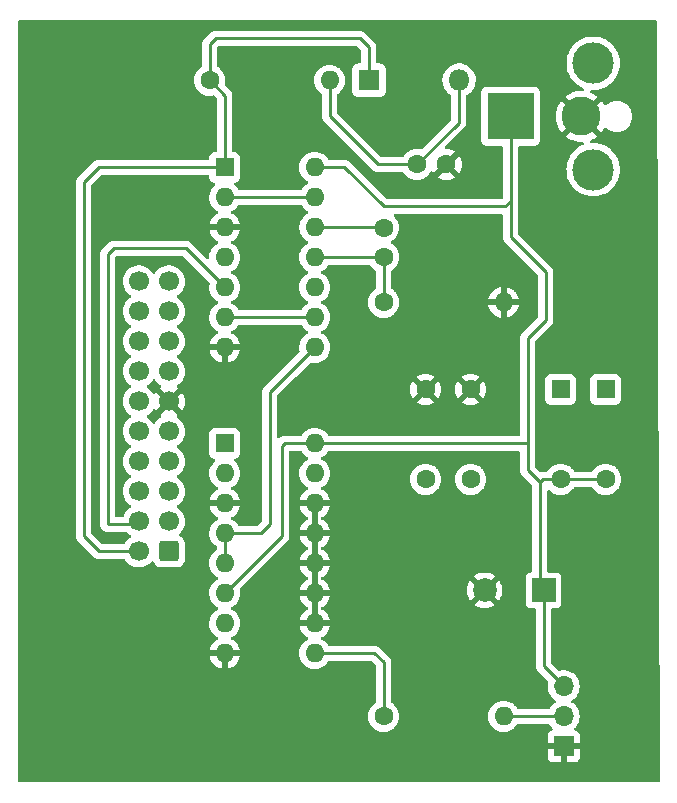
<source format=gbr>
%TF.GenerationSoftware,KiCad,Pcbnew,(6.0.4-0)*%
%TF.CreationDate,2023-05-27T11:23:47-07:00*%
%TF.ProjectId,BeebLED,42656562-4c45-4442-9e6b-696361645f70,rev?*%
%TF.SameCoordinates,Original*%
%TF.FileFunction,Copper,L1,Top*%
%TF.FilePolarity,Positive*%
%FSLAX46Y46*%
G04 Gerber Fmt 4.6, Leading zero omitted, Abs format (unit mm)*
G04 Created by KiCad (PCBNEW (6.0.4-0)) date 2023-05-27 11:23:47*
%MOMM*%
%LPD*%
G01*
G04 APERTURE LIST*
G04 Aperture macros list*
%AMRoundRect*
0 Rectangle with rounded corners*
0 $1 Rounding radius*
0 $2 $3 $4 $5 $6 $7 $8 $9 X,Y pos of 4 corners*
0 Add a 4 corners polygon primitive as box body*
4,1,4,$2,$3,$4,$5,$6,$7,$8,$9,$2,$3,0*
0 Add four circle primitives for the rounded corners*
1,1,$1+$1,$2,$3*
1,1,$1+$1,$4,$5*
1,1,$1+$1,$6,$7*
1,1,$1+$1,$8,$9*
0 Add four rect primitives between the rounded corners*
20,1,$1+$1,$2,$3,$4,$5,0*
20,1,$1+$1,$4,$5,$6,$7,0*
20,1,$1+$1,$6,$7,$8,$9,0*
20,1,$1+$1,$8,$9,$2,$3,0*%
G04 Aperture macros list end*
%TA.AperFunction,ComponentPad*%
%ADD10C,1.600000*%
%TD*%
%TA.AperFunction,ComponentPad*%
%ADD11O,1.600000X1.600000*%
%TD*%
%TA.AperFunction,ComponentPad*%
%ADD12R,1.600000X1.600000*%
%TD*%
%TA.AperFunction,ComponentPad*%
%ADD13C,3.500000*%
%TD*%
%TA.AperFunction,ComponentPad*%
%ADD14R,4.000000X4.000000*%
%TD*%
%TA.AperFunction,ComponentPad*%
%ADD15C,3.300000*%
%TD*%
%TA.AperFunction,ComponentPad*%
%ADD16R,1.800000X1.800000*%
%TD*%
%TA.AperFunction,ComponentPad*%
%ADD17O,1.800000X1.800000*%
%TD*%
%TA.AperFunction,ComponentPad*%
%ADD18R,2.000000X2.000000*%
%TD*%
%TA.AperFunction,ComponentPad*%
%ADD19C,2.000000*%
%TD*%
%TA.AperFunction,ComponentPad*%
%ADD20R,1.700000X1.700000*%
%TD*%
%TA.AperFunction,ComponentPad*%
%ADD21O,1.700000X1.700000*%
%TD*%
%TA.AperFunction,ComponentPad*%
%ADD22RoundRect,0.250000X0.600000X0.600000X-0.600000X0.600000X-0.600000X-0.600000X0.600000X-0.600000X0*%
%TD*%
%TA.AperFunction,ComponentPad*%
%ADD23C,1.700000*%
%TD*%
%TA.AperFunction,Conductor*%
%ADD24C,0.250000*%
%TD*%
G04 APERTURE END LIST*
D10*
%TO.P,C1,1*%
%TO.N,Net-(C1-Pad1)*%
X112776000Y-56622000D03*
%TO.P,C1,2*%
%TO.N,Net-(C1-Pad2)*%
X112776000Y-54122000D03*
%TD*%
%TO.P,R3,1*%
%TO.N,Net-(R3-Pad1)*%
X112776000Y-95504000D03*
D11*
%TO.P,R3,2*%
%TO.N,Net-(J3-Pad2)*%
X122936000Y-95504000D03*
%TD*%
D12*
%TO.P,U2,1,~{PL}*%
%TO.N,Net-(U1-Pad10)*%
X99324000Y-72380000D03*
D11*
%TO.P,U2,2,CP*%
%TO.N,Net-(U2-Pad2)*%
X99324000Y-74920000D03*
%TO.P,U2,3,D4*%
%TO.N,GND*%
X99324000Y-77460000D03*
%TO.P,U2,4,D5*%
%TO.N,Net-(U1-Pad8)*%
X99324000Y-80000000D03*
%TO.P,U2,5,D6*%
X99324000Y-82540000D03*
%TO.P,U2,6,D7*%
%TO.N,+5V*%
X99324000Y-85080000D03*
%TO.P,U2,7,~{Q7}*%
%TO.N,unconnected-(U2-Pad7)*%
X99324000Y-87620000D03*
%TO.P,U2,8,GND*%
%TO.N,GND*%
X99324000Y-90160000D03*
%TO.P,U2,9,Q7*%
%TO.N,Net-(R3-Pad1)*%
X106944000Y-90160000D03*
%TO.P,U2,10,DS*%
%TO.N,GND*%
X106944000Y-87620000D03*
%TO.P,U2,11,D0*%
X106944000Y-85080000D03*
%TO.P,U2,12,D1*%
X106944000Y-82540000D03*
%TO.P,U2,13,D2*%
X106944000Y-80000000D03*
%TO.P,U2,14,D3*%
X106944000Y-77460000D03*
%TO.P,U2,15,~{CE}*%
%TO.N,Net-(C2-Pad1)*%
X106944000Y-74920000D03*
%TO.P,U2,16,VCC*%
%TO.N,+5V*%
X106944000Y-72380000D03*
%TD*%
D13*
%TO.P,J2,*%
%TO.N,*%
X130524000Y-49204000D03*
X130524000Y-40204000D03*
D14*
%TO.P,J2,1*%
%TO.N,+5V*%
X123524000Y-44704000D03*
D15*
%TO.P,J2,2*%
%TO.N,GND*%
X129524000Y-44704000D03*
%TD*%
D12*
%TO.P,X1,1,EN*%
%TO.N,unconnected-(X1-Pad1)*%
X131572000Y-67818000D03*
D10*
%TO.P,X1,7,GND*%
%TO.N,GND*%
X116332000Y-67818000D03*
%TO.P,X1,8,OUT*%
%TO.N,Net-(U2-Pad2)*%
X116332000Y-75438000D03*
%TO.P,X1,14,Vcc*%
%TO.N,+5V*%
X131572000Y-75438000D03*
%TD*%
D16*
%TO.P,D1,1,A*%
%TO.N,Net-(D1-Pad1)*%
X111542039Y-41628395D03*
D17*
%TO.P,D1,2,K*%
%TO.N,Net-(C2-Pad1)*%
X119162039Y-41628395D03*
%TD*%
D18*
%TO.P,C3,1*%
%TO.N,+5V*%
X126319677Y-84836000D03*
D19*
%TO.P,C3,2*%
%TO.N,GND*%
X121319677Y-84836000D03*
%TD*%
D20*
%TO.P,J3,1,Pin_1*%
%TO.N,GND*%
X128016000Y-98029000D03*
D21*
%TO.P,J3,2,Pin_2*%
%TO.N,Net-(J3-Pad2)*%
X128016000Y-95489000D03*
%TO.P,J3,3,Pin_3*%
%TO.N,+5V*%
X128016000Y-92949000D03*
%TD*%
D22*
%TO.P,J1,1,Pin_1*%
%TO.N,unconnected-(J1-Pad1)*%
X94597500Y-81534000D03*
D23*
%TO.P,J1,2,Pin_2*%
%TO.N,Net-(D1-Pad1)*%
X92057500Y-81534000D03*
%TO.P,J1,3,Pin_3*%
%TO.N,unconnected-(J1-Pad3)*%
X94597500Y-78994000D03*
%TO.P,J1,4,Pin_4*%
%TO.N,Net-(J1-Pad4)*%
X92057500Y-78994000D03*
%TO.P,J1,5,Pin_5*%
%TO.N,unconnected-(J1-Pad5)*%
X94597500Y-76454000D03*
%TO.P,J1,6,Pin_6*%
%TO.N,unconnected-(J1-Pad6)*%
X92057500Y-76454000D03*
%TO.P,J1,7,Pin_7*%
%TO.N,unconnected-(J1-Pad7)*%
X94597500Y-73914000D03*
%TO.P,J1,8,Pin_8*%
%TO.N,unconnected-(J1-Pad8)*%
X92057500Y-73914000D03*
%TO.P,J1,9,Pin_9*%
%TO.N,unconnected-(J1-Pad9)*%
X94597500Y-71374000D03*
%TO.P,J1,10,Pin_10*%
%TO.N,unconnected-(J1-Pad10)*%
X92057500Y-71374000D03*
%TO.P,J1,11,Pin_11*%
%TO.N,GND*%
X94597500Y-68834000D03*
%TO.P,J1,12,Pin_12*%
%TO.N,unconnected-(J1-Pad12)*%
X92057500Y-68834000D03*
%TO.P,J1,13,Pin_13*%
%TO.N,unconnected-(J1-Pad13)*%
X94597500Y-66294000D03*
%TO.P,J1,14,Pin_14*%
%TO.N,unconnected-(J1-Pad14)*%
X92057500Y-66294000D03*
%TO.P,J1,15,Pin_15*%
%TO.N,unconnected-(J1-Pad15)*%
X94597500Y-63754000D03*
%TO.P,J1,16,Pin_16*%
%TO.N,unconnected-(J1-Pad16)*%
X92057500Y-63754000D03*
%TO.P,J1,17,Pin_17*%
%TO.N,unconnected-(J1-Pad17)*%
X94597500Y-61214000D03*
%TO.P,J1,18,Pin_18*%
%TO.N,unconnected-(J1-Pad18)*%
X92057500Y-61214000D03*
%TO.P,J1,19,Pin_19*%
%TO.N,unconnected-(J1-Pad19)*%
X94597500Y-58674000D03*
%TO.P,J1,20,Pin_20*%
%TO.N,unconnected-(J1-Pad20)*%
X92057500Y-58674000D03*
%TD*%
D12*
%TO.P,X2,1,EN*%
%TO.N,unconnected-(X2-Pad1)*%
X127762000Y-67818000D03*
D10*
%TO.P,X2,4,GND*%
%TO.N,GND*%
X120142000Y-67818000D03*
%TO.P,X2,5,OUT*%
%TO.N,Net-(U2-Pad2)*%
X120142000Y-75438000D03*
%TO.P,X2,8,Vcc*%
%TO.N,+5V*%
X127762000Y-75438000D03*
%TD*%
D12*
%TO.P,U1,1*%
%TO.N,Net-(D1-Pad1)*%
X99324000Y-49012000D03*
D11*
%TO.P,U1,2*%
%TO.N,Net-(U1-Pad13)*%
X99324000Y-51552000D03*
%TO.P,U1,3*%
%TO.N,GND*%
X99324000Y-54092000D03*
%TO.P,U1,4*%
%TO.N,unconnected-(U1-Pad4)*%
X99324000Y-56632000D03*
%TO.P,U1,5*%
%TO.N,Net-(J1-Pad4)*%
X99324000Y-59172000D03*
%TO.P,U1,6*%
%TO.N,Net-(U1-Pad6)*%
X99324000Y-61712000D03*
%TO.P,U1,7,GND*%
%TO.N,GND*%
X99324000Y-64252000D03*
%TO.P,U1,8*%
%TO.N,Net-(U1-Pad8)*%
X106944000Y-64252000D03*
%TO.P,U1,9*%
%TO.N,Net-(U1-Pad6)*%
X106944000Y-61712000D03*
%TO.P,U1,10*%
%TO.N,Net-(U1-Pad10)*%
X106944000Y-59172000D03*
%TO.P,U1,11*%
%TO.N,Net-(C1-Pad1)*%
X106944000Y-56632000D03*
%TO.P,U1,12*%
%TO.N,Net-(C1-Pad2)*%
X106944000Y-54092000D03*
%TO.P,U1,13*%
%TO.N,Net-(U1-Pad13)*%
X106944000Y-51552000D03*
%TO.P,U1,14,VCC*%
%TO.N,+5V*%
X106944000Y-49012000D03*
%TD*%
D10*
%TO.P,R1,1*%
%TO.N,Net-(C1-Pad1)*%
X112776000Y-60452000D03*
D11*
%TO.P,R1,2*%
%TO.N,GND*%
X122936000Y-60452000D03*
%TD*%
D10*
%TO.P,C2,1*%
%TO.N,Net-(C2-Pad1)*%
X115590000Y-48768000D03*
%TO.P,C2,2*%
%TO.N,GND*%
X118090000Y-48768000D03*
%TD*%
%TO.P,R2,1*%
%TO.N,Net-(D1-Pad1)*%
X98044000Y-41656000D03*
D11*
%TO.P,R2,2*%
%TO.N,Net-(C2-Pad1)*%
X108204000Y-41656000D03*
%TD*%
D24*
%TO.N,Net-(C2-Pad1)*%
X108204000Y-41656000D02*
X108204000Y-44704000D01*
X119126000Y-45232000D02*
X115590000Y-48768000D01*
X108204000Y-44704000D02*
X112268000Y-48768000D01*
X119126000Y-41656000D02*
X119126000Y-45232000D01*
X112268000Y-48768000D02*
X115590000Y-48768000D01*
%TO.N,+5V*%
X125984000Y-84500323D02*
X126319677Y-84836000D01*
X123524000Y-51896000D02*
X123524000Y-44704000D01*
X123524000Y-54944000D02*
X123524000Y-51896000D01*
X125984000Y-75692000D02*
X124968000Y-74676000D01*
X125984000Y-75692000D02*
X125984000Y-84500323D01*
X123096000Y-52324000D02*
X123524000Y-51896000D01*
X126238000Y-75438000D02*
X131572000Y-75438000D01*
X106944000Y-72380000D02*
X124968000Y-72380000D01*
X124968000Y-74676000D02*
X124968000Y-63500000D01*
X104140000Y-72644000D02*
X104140000Y-80264000D01*
X112776000Y-52324000D02*
X123096000Y-52324000D01*
X106944000Y-72380000D02*
X104404000Y-72380000D01*
X126492000Y-57912000D02*
X123524000Y-54944000D01*
X126319677Y-91252677D02*
X128016000Y-92949000D01*
X126319677Y-84836000D02*
X126319677Y-91252677D01*
X112776000Y-52324000D02*
X109464000Y-49012000D01*
X126492000Y-61976000D02*
X126492000Y-57912000D01*
X124968000Y-63500000D02*
X126492000Y-61976000D01*
X125984000Y-75692000D02*
X126238000Y-75438000D01*
X109464000Y-49012000D02*
X106944000Y-49012000D01*
X104140000Y-80264000D02*
X99324000Y-85080000D01*
X104404000Y-72380000D02*
X104140000Y-72644000D01*
%TO.N,Net-(D1-Pad1)*%
X99324000Y-49012000D02*
X88656000Y-49012000D01*
X88646000Y-81534000D02*
X92057500Y-81534000D01*
X98552000Y-38100000D02*
X110744000Y-38100000D01*
X99324000Y-49012000D02*
X99324000Y-42936000D01*
X98044000Y-38608000D02*
X98552000Y-38100000D01*
X88656000Y-49012000D02*
X87376000Y-50292000D01*
X99324000Y-42936000D02*
X98044000Y-41656000D01*
X98044000Y-41656000D02*
X98044000Y-38608000D01*
X87376000Y-80264000D02*
X88646000Y-81534000D01*
X111506000Y-38862000D02*
X111506000Y-41656000D01*
X87376000Y-50292000D02*
X87376000Y-80264000D01*
X110744000Y-38100000D02*
X111506000Y-38862000D01*
%TO.N,Net-(J1-Pad4)*%
X89408000Y-56388000D02*
X89408000Y-79248000D01*
X89408000Y-79248000D02*
X91440000Y-79248000D01*
X99324000Y-59172000D02*
X96032000Y-55880000D01*
X89916000Y-55880000D02*
X89408000Y-56388000D01*
X96012000Y-55880000D02*
X89916000Y-55880000D01*
%TO.N,Net-(J3-Pad2)*%
X122936000Y-95504000D02*
X128001000Y-95504000D01*
X128001000Y-95504000D02*
X128016000Y-95489000D01*
%TO.N,Net-(R3-Pad1)*%
X106944000Y-90160000D02*
X112004000Y-90160000D01*
X112004000Y-90160000D02*
X112776000Y-90932000D01*
X112776000Y-90932000D02*
X112776000Y-94996000D01*
%TO.N,Net-(U1-Pad13)*%
X99324000Y-51552000D02*
X106944000Y-51552000D01*
%TO.N,Net-(U1-Pad6)*%
X99324000Y-61712000D02*
X106944000Y-61712000D01*
%TO.N,Net-(U1-Pad8)*%
X102372000Y-80000000D02*
X99324000Y-80000000D01*
X103124000Y-68072000D02*
X103124000Y-79248000D01*
X99324000Y-80000000D02*
X99324000Y-82540000D01*
X103124000Y-79248000D02*
X102372000Y-80000000D01*
X106944000Y-64252000D02*
X103124000Y-68072000D01*
%TO.N,Net-(C1-Pad1)*%
X112776000Y-56622000D02*
X112776000Y-60452000D01*
X112776000Y-56622000D02*
X106954000Y-56622000D01*
X106954000Y-56622000D02*
X106944000Y-56632000D01*
%TO.N,Net-(C1-Pad2)*%
X112746000Y-54092000D02*
X112776000Y-54122000D01*
X106944000Y-54092000D02*
X112746000Y-54092000D01*
%TD*%
%TA.AperFunction,Conductor*%
%TO.N,GND*%
G36*
X135883906Y-36596502D02*
G01*
X135930399Y-36650158D01*
X135941784Y-36702104D01*
X136086554Y-82799865D01*
X136138646Y-99387000D01*
X136143499Y-100932393D01*
X136143500Y-100932789D01*
X136143500Y-100965500D01*
X136123498Y-101033621D01*
X136069842Y-101080114D01*
X136017500Y-101091500D01*
X81914000Y-101091500D01*
X81845879Y-101071498D01*
X81799386Y-101017842D01*
X81788000Y-100965500D01*
X81788000Y-98923669D01*
X126658001Y-98923669D01*
X126658371Y-98930490D01*
X126663895Y-98981352D01*
X126667521Y-98996604D01*
X126712676Y-99117054D01*
X126721214Y-99132649D01*
X126797715Y-99234724D01*
X126810276Y-99247285D01*
X126912351Y-99323786D01*
X126927946Y-99332324D01*
X127048394Y-99377478D01*
X127063649Y-99381105D01*
X127114514Y-99386631D01*
X127121328Y-99387000D01*
X127743885Y-99387000D01*
X127759124Y-99382525D01*
X127760329Y-99381135D01*
X127762000Y-99373452D01*
X127762000Y-99368884D01*
X128270000Y-99368884D01*
X128274475Y-99384123D01*
X128275865Y-99385328D01*
X128283548Y-99386999D01*
X128910669Y-99386999D01*
X128917490Y-99386629D01*
X128968352Y-99381105D01*
X128983604Y-99377479D01*
X129104054Y-99332324D01*
X129119649Y-99323786D01*
X129221724Y-99247285D01*
X129234285Y-99234724D01*
X129310786Y-99132649D01*
X129319324Y-99117054D01*
X129364478Y-98996606D01*
X129368105Y-98981351D01*
X129373631Y-98930486D01*
X129374000Y-98923672D01*
X129374000Y-98301115D01*
X129369525Y-98285876D01*
X129368135Y-98284671D01*
X129360452Y-98283000D01*
X128288115Y-98283000D01*
X128272876Y-98287475D01*
X128271671Y-98288865D01*
X128270000Y-98296548D01*
X128270000Y-99368884D01*
X127762000Y-99368884D01*
X127762000Y-98301115D01*
X127757525Y-98285876D01*
X127756135Y-98284671D01*
X127748452Y-98283000D01*
X126676116Y-98283000D01*
X126660877Y-98287475D01*
X126659672Y-98288865D01*
X126658001Y-98296548D01*
X126658001Y-98923669D01*
X81788000Y-98923669D01*
X81788000Y-90426522D01*
X98041273Y-90426522D01*
X98088764Y-90603761D01*
X98092510Y-90614053D01*
X98184586Y-90811511D01*
X98190069Y-90821007D01*
X98315028Y-90999467D01*
X98322084Y-91007875D01*
X98476125Y-91161916D01*
X98484533Y-91168972D01*
X98662993Y-91293931D01*
X98672489Y-91299414D01*
X98869947Y-91391490D01*
X98880239Y-91395236D01*
X99052503Y-91441394D01*
X99066599Y-91441058D01*
X99070000Y-91433116D01*
X99070000Y-91427967D01*
X99578000Y-91427967D01*
X99581973Y-91441498D01*
X99590522Y-91442727D01*
X99767761Y-91395236D01*
X99778053Y-91391490D01*
X99975511Y-91299414D01*
X99985007Y-91293931D01*
X100163467Y-91168972D01*
X100171875Y-91161916D01*
X100325916Y-91007875D01*
X100332972Y-90999467D01*
X100457931Y-90821007D01*
X100463414Y-90811511D01*
X100555490Y-90614053D01*
X100559236Y-90603761D01*
X100605394Y-90431497D01*
X100605058Y-90417401D01*
X100597116Y-90414000D01*
X99596115Y-90414000D01*
X99580876Y-90418475D01*
X99579671Y-90419865D01*
X99578000Y-90427548D01*
X99578000Y-91427967D01*
X99070000Y-91427967D01*
X99070000Y-90432115D01*
X99065525Y-90416876D01*
X99064135Y-90415671D01*
X99056452Y-90414000D01*
X98056033Y-90414000D01*
X98042502Y-90417973D01*
X98041273Y-90426522D01*
X81788000Y-90426522D01*
X81788000Y-90160000D01*
X105630502Y-90160000D01*
X105650457Y-90388087D01*
X105651881Y-90393400D01*
X105651881Y-90393402D01*
X105702901Y-90583808D01*
X105709716Y-90609243D01*
X105712039Y-90614224D01*
X105712039Y-90614225D01*
X105804151Y-90811762D01*
X105804154Y-90811767D01*
X105806477Y-90816749D01*
X105859269Y-90892144D01*
X105934026Y-90998907D01*
X105937802Y-91004300D01*
X106099700Y-91166198D01*
X106104208Y-91169355D01*
X106104211Y-91169357D01*
X106148707Y-91200513D01*
X106287251Y-91297523D01*
X106292233Y-91299846D01*
X106292238Y-91299849D01*
X106467423Y-91381538D01*
X106494757Y-91394284D01*
X106500065Y-91395706D01*
X106500067Y-91395707D01*
X106710598Y-91452119D01*
X106710600Y-91452119D01*
X106715913Y-91453543D01*
X106944000Y-91473498D01*
X107172087Y-91453543D01*
X107177400Y-91452119D01*
X107177402Y-91452119D01*
X107387933Y-91395707D01*
X107387935Y-91395706D01*
X107393243Y-91394284D01*
X107420577Y-91381538D01*
X107595762Y-91299849D01*
X107595767Y-91299846D01*
X107600749Y-91297523D01*
X107739293Y-91200513D01*
X107783789Y-91169357D01*
X107783792Y-91169355D01*
X107788300Y-91166198D01*
X107950198Y-91004300D01*
X107953582Y-90999467D01*
X108060181Y-90847229D01*
X108115638Y-90802901D01*
X108163394Y-90793500D01*
X111689405Y-90793500D01*
X111757526Y-90813502D01*
X111778501Y-90830405D01*
X112105596Y-91157501D01*
X112139621Y-91219813D01*
X112142500Y-91246596D01*
X112142500Y-94284606D01*
X112122498Y-94352727D01*
X112088771Y-94387819D01*
X111936211Y-94494643D01*
X111936208Y-94494645D01*
X111931700Y-94497802D01*
X111769802Y-94659700D01*
X111638477Y-94847251D01*
X111636154Y-94852233D01*
X111636151Y-94852238D01*
X111546287Y-95044954D01*
X111541716Y-95054757D01*
X111482457Y-95275913D01*
X111462502Y-95504000D01*
X111482457Y-95732087D01*
X111541716Y-95953243D01*
X111544039Y-95958224D01*
X111544039Y-95958225D01*
X111636151Y-96155762D01*
X111636154Y-96155767D01*
X111638477Y-96160749D01*
X111769802Y-96348300D01*
X111931700Y-96510198D01*
X111936208Y-96513355D01*
X111936211Y-96513357D01*
X111959209Y-96529460D01*
X112119251Y-96641523D01*
X112124233Y-96643846D01*
X112124238Y-96643849D01*
X112283982Y-96718338D01*
X112326757Y-96738284D01*
X112332065Y-96739706D01*
X112332067Y-96739707D01*
X112542598Y-96796119D01*
X112542600Y-96796119D01*
X112547913Y-96797543D01*
X112776000Y-96817498D01*
X113004087Y-96797543D01*
X113009400Y-96796119D01*
X113009402Y-96796119D01*
X113219933Y-96739707D01*
X113219935Y-96739706D01*
X113225243Y-96738284D01*
X113268018Y-96718338D01*
X113427762Y-96643849D01*
X113427767Y-96643846D01*
X113432749Y-96641523D01*
X113592791Y-96529460D01*
X113615789Y-96513357D01*
X113615792Y-96513355D01*
X113620300Y-96510198D01*
X113782198Y-96348300D01*
X113913523Y-96160749D01*
X113915846Y-96155767D01*
X113915849Y-96155762D01*
X114007961Y-95958225D01*
X114007961Y-95958224D01*
X114010284Y-95953243D01*
X114069543Y-95732087D01*
X114089498Y-95504000D01*
X114069543Y-95275913D01*
X114010284Y-95054757D01*
X114005713Y-95044954D01*
X113915849Y-94852238D01*
X113915846Y-94852233D01*
X113913523Y-94847251D01*
X113782198Y-94659700D01*
X113620300Y-94497802D01*
X113615792Y-94494645D01*
X113615789Y-94494643D01*
X113463229Y-94387819D01*
X113418901Y-94332362D01*
X113409500Y-94284606D01*
X113409500Y-91010767D01*
X113410027Y-90999584D01*
X113411702Y-90992091D01*
X113409562Y-90924000D01*
X113409500Y-90920043D01*
X113409500Y-90892144D01*
X113408996Y-90888153D01*
X113408063Y-90876311D01*
X113406923Y-90840036D01*
X113406674Y-90832111D01*
X113404462Y-90824497D01*
X113404461Y-90824492D01*
X113401023Y-90812659D01*
X113397012Y-90793295D01*
X113395467Y-90781064D01*
X113394474Y-90773203D01*
X113391557Y-90765836D01*
X113391556Y-90765831D01*
X113378198Y-90732092D01*
X113374354Y-90720865D01*
X113364230Y-90686022D01*
X113362018Y-90678407D01*
X113351707Y-90660972D01*
X113343012Y-90643224D01*
X113335552Y-90624383D01*
X113320695Y-90603933D01*
X113309564Y-90588613D01*
X113303048Y-90578693D01*
X113284580Y-90547465D01*
X113284578Y-90547462D01*
X113280542Y-90540638D01*
X113266221Y-90526317D01*
X113253380Y-90511283D01*
X113246131Y-90501306D01*
X113241472Y-90494893D01*
X113235367Y-90489842D01*
X113235362Y-90489837D01*
X113207396Y-90466701D01*
X113198618Y-90458713D01*
X112507652Y-89767747D01*
X112500112Y-89759461D01*
X112496000Y-89752982D01*
X112446348Y-89706356D01*
X112443507Y-89703602D01*
X112423770Y-89683865D01*
X112420573Y-89681385D01*
X112411551Y-89673680D01*
X112385100Y-89648841D01*
X112379321Y-89643414D01*
X112372375Y-89639595D01*
X112372372Y-89639593D01*
X112361566Y-89633652D01*
X112345047Y-89622801D01*
X112344583Y-89622441D01*
X112329041Y-89610386D01*
X112321772Y-89607241D01*
X112321768Y-89607238D01*
X112288463Y-89592826D01*
X112277813Y-89587609D01*
X112239060Y-89566305D01*
X112219437Y-89561267D01*
X112200734Y-89554863D01*
X112189420Y-89549967D01*
X112189419Y-89549967D01*
X112182145Y-89546819D01*
X112174322Y-89545580D01*
X112174312Y-89545577D01*
X112138476Y-89539901D01*
X112126856Y-89537495D01*
X112091711Y-89528472D01*
X112091710Y-89528472D01*
X112084030Y-89526500D01*
X112063776Y-89526500D01*
X112044065Y-89524949D01*
X112031886Y-89523020D01*
X112024057Y-89521780D01*
X112016165Y-89522526D01*
X111980039Y-89525941D01*
X111968181Y-89526500D01*
X108163394Y-89526500D01*
X108095273Y-89506498D01*
X108060181Y-89472771D01*
X107953357Y-89320211D01*
X107953355Y-89320208D01*
X107950198Y-89315700D01*
X107788300Y-89153802D01*
X107783792Y-89150645D01*
X107783789Y-89150643D01*
X107705611Y-89095902D01*
X107600749Y-89022477D01*
X107595767Y-89020154D01*
X107595762Y-89020151D01*
X107560951Y-89003919D01*
X107507666Y-88957002D01*
X107488205Y-88888725D01*
X107508747Y-88820765D01*
X107560951Y-88775529D01*
X107595511Y-88759414D01*
X107605007Y-88753931D01*
X107783467Y-88628972D01*
X107791875Y-88621916D01*
X107945916Y-88467875D01*
X107952972Y-88459467D01*
X108077931Y-88281007D01*
X108083414Y-88271511D01*
X108175490Y-88074053D01*
X108179236Y-88063761D01*
X108225394Y-87891497D01*
X108225058Y-87877401D01*
X108217116Y-87874000D01*
X105676033Y-87874000D01*
X105662502Y-87877973D01*
X105661273Y-87886522D01*
X105708764Y-88063761D01*
X105712510Y-88074053D01*
X105804586Y-88271511D01*
X105810069Y-88281007D01*
X105935028Y-88459467D01*
X105942084Y-88467875D01*
X106096125Y-88621916D01*
X106104533Y-88628972D01*
X106282993Y-88753931D01*
X106292489Y-88759414D01*
X106327049Y-88775529D01*
X106380334Y-88822446D01*
X106399795Y-88890723D01*
X106379253Y-88958683D01*
X106327049Y-89003919D01*
X106292238Y-89020151D01*
X106292233Y-89020154D01*
X106287251Y-89022477D01*
X106182389Y-89095902D01*
X106104211Y-89150643D01*
X106104208Y-89150645D01*
X106099700Y-89153802D01*
X105937802Y-89315700D01*
X105806477Y-89503251D01*
X105804154Y-89508233D01*
X105804151Y-89508238D01*
X105723409Y-89681392D01*
X105709716Y-89710757D01*
X105650457Y-89931913D01*
X105630502Y-90160000D01*
X81788000Y-90160000D01*
X81788000Y-50271943D01*
X86737780Y-50271943D01*
X86741732Y-50313745D01*
X86741941Y-50315961D01*
X86742500Y-50327819D01*
X86742500Y-80185233D01*
X86741973Y-80196416D01*
X86740298Y-80203909D01*
X86740547Y-80211835D01*
X86740547Y-80211836D01*
X86742438Y-80271986D01*
X86742500Y-80275945D01*
X86742500Y-80303856D01*
X86742997Y-80307790D01*
X86742997Y-80307791D01*
X86743005Y-80307856D01*
X86743938Y-80319693D01*
X86745327Y-80363889D01*
X86748787Y-80375797D01*
X86750978Y-80383339D01*
X86754987Y-80402700D01*
X86757526Y-80422797D01*
X86760445Y-80430168D01*
X86760445Y-80430170D01*
X86773804Y-80463912D01*
X86777649Y-80475142D01*
X86787771Y-80509983D01*
X86789982Y-80517593D01*
X86794015Y-80524412D01*
X86794017Y-80524417D01*
X86800293Y-80535028D01*
X86808988Y-80552776D01*
X86816448Y-80571617D01*
X86821110Y-80578033D01*
X86821110Y-80578034D01*
X86842436Y-80607387D01*
X86848952Y-80617307D01*
X86859684Y-80635453D01*
X86871458Y-80655362D01*
X86885779Y-80669683D01*
X86898619Y-80684716D01*
X86910528Y-80701107D01*
X86944605Y-80729298D01*
X86953384Y-80737288D01*
X88142343Y-81926247D01*
X88149887Y-81934537D01*
X88154000Y-81941018D01*
X88159777Y-81946443D01*
X88203667Y-81987658D01*
X88206509Y-81990413D01*
X88226230Y-82010134D01*
X88229425Y-82012612D01*
X88238447Y-82020318D01*
X88270679Y-82050586D01*
X88277628Y-82054406D01*
X88288432Y-82060346D01*
X88304956Y-82071199D01*
X88320959Y-82083613D01*
X88361543Y-82101176D01*
X88372173Y-82106383D01*
X88410940Y-82127695D01*
X88418617Y-82129666D01*
X88418622Y-82129668D01*
X88430558Y-82132732D01*
X88449266Y-82139137D01*
X88467855Y-82147181D01*
X88475683Y-82148421D01*
X88475690Y-82148423D01*
X88511524Y-82154099D01*
X88523144Y-82156505D01*
X88558289Y-82165528D01*
X88565970Y-82167500D01*
X88586224Y-82167500D01*
X88605934Y-82169051D01*
X88625943Y-82172220D01*
X88633835Y-82171474D01*
X88669961Y-82168059D01*
X88681819Y-82167500D01*
X90781774Y-82167500D01*
X90849895Y-82187502D01*
X90889207Y-82227665D01*
X90957487Y-82339088D01*
X91103750Y-82507938D01*
X91275626Y-82650632D01*
X91468500Y-82763338D01*
X91677192Y-82843030D01*
X91682260Y-82844061D01*
X91682263Y-82844062D01*
X91789517Y-82865883D01*
X91896097Y-82887567D01*
X91901272Y-82887757D01*
X91901274Y-82887757D01*
X92114173Y-82895564D01*
X92114177Y-82895564D01*
X92119337Y-82895753D01*
X92124457Y-82895097D01*
X92124459Y-82895097D01*
X92335788Y-82868025D01*
X92335789Y-82868025D01*
X92340916Y-82867368D01*
X92345866Y-82865883D01*
X92549929Y-82804661D01*
X92549934Y-82804659D01*
X92554884Y-82803174D01*
X92755494Y-82704896D01*
X92937360Y-82575173D01*
X93095596Y-82417489D01*
X93096171Y-82418066D01*
X93151891Y-82381562D01*
X93222885Y-82380939D01*
X93282946Y-82418796D01*
X93302551Y-82448691D01*
X93303633Y-82451000D01*
X93305950Y-82457946D01*
X93399022Y-82608348D01*
X93524197Y-82733305D01*
X93530427Y-82737145D01*
X93530428Y-82737146D01*
X93667590Y-82821694D01*
X93674762Y-82826115D01*
X93728871Y-82844062D01*
X93836111Y-82879632D01*
X93836113Y-82879632D01*
X93842639Y-82881797D01*
X93849475Y-82882497D01*
X93849478Y-82882498D01*
X93888872Y-82886534D01*
X93947100Y-82892500D01*
X95247900Y-82892500D01*
X95251146Y-82892163D01*
X95251150Y-82892163D01*
X95346808Y-82882238D01*
X95346812Y-82882237D01*
X95353666Y-82881526D01*
X95360202Y-82879345D01*
X95360204Y-82879345D01*
X95492306Y-82835272D01*
X95521446Y-82825550D01*
X95671848Y-82732478D01*
X95796805Y-82607303D01*
X95827549Y-82557428D01*
X95885775Y-82462968D01*
X95885776Y-82462966D01*
X95889615Y-82456738D01*
X95930097Y-82334688D01*
X95943132Y-82295389D01*
X95943132Y-82295387D01*
X95945297Y-82288861D01*
X95956000Y-82184400D01*
X95956000Y-80883600D01*
X95955663Y-80880350D01*
X95945738Y-80784692D01*
X95945737Y-80784688D01*
X95945026Y-80777834D01*
X95938966Y-80759668D01*
X95891368Y-80617002D01*
X95889050Y-80610054D01*
X95795978Y-80459652D01*
X95670803Y-80334695D01*
X95655666Y-80325364D01*
X95569280Y-80272115D01*
X95520238Y-80241885D01*
X95513285Y-80239579D01*
X95512404Y-80239168D01*
X95459118Y-80192252D01*
X95439656Y-80123975D01*
X95460196Y-80056015D01*
X95478029Y-80035844D01*
X95477360Y-80035173D01*
X95507162Y-80005475D01*
X95635596Y-79877489D01*
X95657717Y-79846705D01*
X95762935Y-79700277D01*
X95765953Y-79696077D01*
X95768877Y-79690162D01*
X95862636Y-79500453D01*
X95862637Y-79500451D01*
X95864930Y-79495811D01*
X95929870Y-79282069D01*
X95959029Y-79060590D01*
X95960656Y-78994000D01*
X95942352Y-78771361D01*
X95887931Y-78554702D01*
X95798854Y-78349840D01*
X95677514Y-78162277D01*
X95527170Y-77997051D01*
X95523119Y-77993852D01*
X95523115Y-77993848D01*
X95355914Y-77861800D01*
X95355910Y-77861798D01*
X95351859Y-77858598D01*
X95310553Y-77835796D01*
X95260584Y-77785364D01*
X95245812Y-77715921D01*
X95270928Y-77649516D01*
X95298280Y-77622909D01*
X95342103Y-77591650D01*
X95477360Y-77495173D01*
X95635596Y-77337489D01*
X95695094Y-77254689D01*
X95762935Y-77160277D01*
X95765953Y-77156077D01*
X95786820Y-77113857D01*
X95862636Y-76960453D01*
X95862637Y-76960451D01*
X95864930Y-76955811D01*
X95929870Y-76742069D01*
X95959029Y-76520590D01*
X95960656Y-76454000D01*
X95942352Y-76231361D01*
X95887931Y-76014702D01*
X95798854Y-75809840D01*
X95759406Y-75748862D01*
X95680322Y-75626617D01*
X95680320Y-75626614D01*
X95677514Y-75622277D01*
X95527170Y-75457051D01*
X95523119Y-75453852D01*
X95523115Y-75453848D01*
X95355914Y-75321800D01*
X95355910Y-75321798D01*
X95351859Y-75318598D01*
X95310553Y-75295796D01*
X95260584Y-75245364D01*
X95245812Y-75175921D01*
X95270928Y-75109516D01*
X95298280Y-75082909D01*
X95342103Y-75051650D01*
X95477360Y-74955173D01*
X95512656Y-74920000D01*
X98010502Y-74920000D01*
X98030457Y-75148087D01*
X98031881Y-75153400D01*
X98031881Y-75153402D01*
X98077004Y-75321800D01*
X98089716Y-75369243D01*
X98092039Y-75374224D01*
X98092039Y-75374225D01*
X98184151Y-75571762D01*
X98184154Y-75571767D01*
X98186477Y-75576749D01*
X98317802Y-75764300D01*
X98479700Y-75926198D01*
X98484208Y-75929355D01*
X98484211Y-75929357D01*
X98554552Y-75978610D01*
X98667251Y-76057523D01*
X98672233Y-76059846D01*
X98672238Y-76059849D01*
X98707049Y-76076081D01*
X98760334Y-76122998D01*
X98779795Y-76191275D01*
X98759253Y-76259235D01*
X98707049Y-76304471D01*
X98672489Y-76320586D01*
X98662993Y-76326069D01*
X98484533Y-76451028D01*
X98476125Y-76458084D01*
X98322084Y-76612125D01*
X98315028Y-76620533D01*
X98190069Y-76798993D01*
X98184586Y-76808489D01*
X98092510Y-77005947D01*
X98088764Y-77016239D01*
X98042606Y-77188503D01*
X98042942Y-77202599D01*
X98050884Y-77206000D01*
X100591967Y-77206000D01*
X100605498Y-77202027D01*
X100606727Y-77193478D01*
X100559236Y-77016239D01*
X100555490Y-77005947D01*
X100463414Y-76808489D01*
X100457931Y-76798993D01*
X100332972Y-76620533D01*
X100325916Y-76612125D01*
X100171875Y-76458084D01*
X100163467Y-76451028D01*
X99985007Y-76326069D01*
X99975511Y-76320586D01*
X99940951Y-76304471D01*
X99887666Y-76257554D01*
X99868205Y-76189277D01*
X99888747Y-76121317D01*
X99940951Y-76076081D01*
X99975762Y-76059849D01*
X99975767Y-76059846D01*
X99980749Y-76057523D01*
X100093448Y-75978610D01*
X100163789Y-75929357D01*
X100163792Y-75929355D01*
X100168300Y-75926198D01*
X100330198Y-75764300D01*
X100461523Y-75576749D01*
X100463846Y-75571767D01*
X100463849Y-75571762D01*
X100555961Y-75374225D01*
X100555961Y-75374224D01*
X100558284Y-75369243D01*
X100570997Y-75321800D01*
X100616119Y-75153402D01*
X100616119Y-75153400D01*
X100617543Y-75148087D01*
X100637498Y-74920000D01*
X100617543Y-74691913D01*
X100616119Y-74686598D01*
X100559707Y-74476067D01*
X100559706Y-74476065D01*
X100558284Y-74470757D01*
X100534827Y-74420453D01*
X100463849Y-74268238D01*
X100463846Y-74268233D01*
X100461523Y-74263251D01*
X100353352Y-74108767D01*
X100333357Y-74080211D01*
X100333355Y-74080208D01*
X100330198Y-74075700D01*
X100168300Y-73913802D01*
X100163789Y-73910643D01*
X100159576Y-73907108D01*
X100160527Y-73905974D01*
X100120529Y-73855929D01*
X100113224Y-73785310D01*
X100145258Y-73721951D01*
X100206462Y-73685970D01*
X100223517Y-73682918D01*
X100234316Y-73681745D01*
X100370705Y-73630615D01*
X100487261Y-73543261D01*
X100574615Y-73426705D01*
X100625745Y-73290316D01*
X100632500Y-73228134D01*
X100632500Y-71531866D01*
X100625745Y-71469684D01*
X100574615Y-71333295D01*
X100487261Y-71216739D01*
X100370705Y-71129385D01*
X100234316Y-71078255D01*
X100172134Y-71071500D01*
X98475866Y-71071500D01*
X98413684Y-71078255D01*
X98277295Y-71129385D01*
X98160739Y-71216739D01*
X98073385Y-71333295D01*
X98022255Y-71469684D01*
X98015500Y-71531866D01*
X98015500Y-73228134D01*
X98022255Y-73290316D01*
X98073385Y-73426705D01*
X98160739Y-73543261D01*
X98277295Y-73630615D01*
X98413684Y-73681745D01*
X98424474Y-73682917D01*
X98426606Y-73683803D01*
X98429222Y-73684425D01*
X98429121Y-73684848D01*
X98490035Y-73710155D01*
X98530463Y-73768517D01*
X98532922Y-73839471D01*
X98496629Y-73900490D01*
X98487969Y-73907489D01*
X98484207Y-73910646D01*
X98479700Y-73913802D01*
X98317802Y-74075700D01*
X98314645Y-74080208D01*
X98314643Y-74080211D01*
X98294648Y-74108767D01*
X98186477Y-74263251D01*
X98184154Y-74268233D01*
X98184151Y-74268238D01*
X98113173Y-74420453D01*
X98089716Y-74470757D01*
X98088294Y-74476065D01*
X98088293Y-74476067D01*
X98031881Y-74686598D01*
X98030457Y-74691913D01*
X98010502Y-74920000D01*
X95512656Y-74920000D01*
X95635596Y-74797489D01*
X95650504Y-74776743D01*
X95762935Y-74620277D01*
X95765953Y-74616077D01*
X95777013Y-74593700D01*
X95862636Y-74420453D01*
X95862637Y-74420451D01*
X95864930Y-74415811D01*
X95929870Y-74202069D01*
X95959029Y-73980590D01*
X95960656Y-73914000D01*
X95942352Y-73691361D01*
X95887931Y-73474702D01*
X95798854Y-73269840D01*
X95677514Y-73082277D01*
X95527170Y-72917051D01*
X95523119Y-72913852D01*
X95523115Y-72913848D01*
X95355914Y-72781800D01*
X95355910Y-72781798D01*
X95351859Y-72778598D01*
X95310553Y-72755796D01*
X95260584Y-72705364D01*
X95245812Y-72635921D01*
X95270928Y-72569516D01*
X95298280Y-72542909D01*
X95342103Y-72511650D01*
X95477360Y-72415173D01*
X95635596Y-72257489D01*
X95695094Y-72174689D01*
X95762935Y-72080277D01*
X95765953Y-72076077D01*
X95786820Y-72033857D01*
X95862636Y-71880453D01*
X95862637Y-71880451D01*
X95864930Y-71875811D01*
X95929870Y-71662069D01*
X95959029Y-71440590D01*
X95960656Y-71374000D01*
X95942352Y-71151361D01*
X95887931Y-70934702D01*
X95798854Y-70729840D01*
X95677514Y-70542277D01*
X95527170Y-70377051D01*
X95523119Y-70373852D01*
X95523115Y-70373848D01*
X95355914Y-70241800D01*
X95355910Y-70241798D01*
X95351859Y-70238598D01*
X95310069Y-70215529D01*
X95260098Y-70165097D01*
X95245326Y-70095654D01*
X95270442Y-70029248D01*
X95297793Y-70002642D01*
X95346747Y-69967723D01*
X95355148Y-69957023D01*
X95348160Y-69943870D01*
X94610312Y-69206022D01*
X94596368Y-69198408D01*
X94594535Y-69198539D01*
X94587920Y-69202790D01*
X93844237Y-69946473D01*
X93837477Y-69958853D01*
X93842758Y-69965907D01*
X93889469Y-69993203D01*
X93938193Y-70044841D01*
X93951264Y-70114624D01*
X93924533Y-70180396D01*
X93884084Y-70213752D01*
X93871107Y-70220507D01*
X93866974Y-70223610D01*
X93866971Y-70223612D01*
X93842747Y-70241800D01*
X93692465Y-70354635D01*
X93538129Y-70516138D01*
X93430701Y-70673621D01*
X93375793Y-70718621D01*
X93305268Y-70726792D01*
X93241521Y-70695538D01*
X93220824Y-70671054D01*
X93140322Y-70546617D01*
X93140320Y-70546614D01*
X93137514Y-70542277D01*
X92987170Y-70377051D01*
X92983119Y-70373852D01*
X92983115Y-70373848D01*
X92815914Y-70241800D01*
X92815910Y-70241798D01*
X92811859Y-70238598D01*
X92770553Y-70215796D01*
X92720584Y-70165364D01*
X92705812Y-70095921D01*
X92730928Y-70029516D01*
X92758280Y-70002909D01*
X92822610Y-69957023D01*
X92937360Y-69875173D01*
X93095596Y-69717489D01*
X93155094Y-69634689D01*
X93225953Y-69536077D01*
X93227140Y-69536930D01*
X93274460Y-69493362D01*
X93344397Y-69481145D01*
X93409838Y-69508678D01*
X93437666Y-69540512D01*
X93463959Y-69583419D01*
X93474416Y-69592880D01*
X93483194Y-69589096D01*
X94225478Y-68846812D01*
X94231856Y-68835132D01*
X94961908Y-68835132D01*
X94962039Y-68836965D01*
X94966290Y-68843580D01*
X95707974Y-69585264D01*
X95719984Y-69591823D01*
X95731723Y-69582855D01*
X95762504Y-69540019D01*
X95767815Y-69531180D01*
X95862170Y-69340267D01*
X95865969Y-69330672D01*
X95927876Y-69126915D01*
X95930055Y-69116834D01*
X95958090Y-68903887D01*
X95958609Y-68897212D01*
X95960072Y-68837364D01*
X95959878Y-68830646D01*
X95942281Y-68616604D01*
X95940596Y-68606424D01*
X95888714Y-68399875D01*
X95885394Y-68390124D01*
X95800472Y-68194814D01*
X95795605Y-68185739D01*
X95730563Y-68085197D01*
X95719877Y-68075995D01*
X95710312Y-68080398D01*
X94969522Y-68821188D01*
X94961908Y-68835132D01*
X94231856Y-68835132D01*
X94233092Y-68832868D01*
X94232961Y-68831035D01*
X94228710Y-68824420D01*
X93487349Y-68083059D01*
X93475813Y-68076759D01*
X93463531Y-68086382D01*
X93430999Y-68134072D01*
X93376087Y-68179075D01*
X93305563Y-68187246D01*
X93241816Y-68155992D01*
X93221118Y-68131508D01*
X93140322Y-68006617D01*
X93140320Y-68006614D01*
X93137514Y-68002277D01*
X92987170Y-67837051D01*
X92983119Y-67833852D01*
X92983115Y-67833848D01*
X92815914Y-67701800D01*
X92815910Y-67701798D01*
X92811859Y-67698598D01*
X92770553Y-67675796D01*
X92720584Y-67625364D01*
X92705812Y-67555921D01*
X92730928Y-67489516D01*
X92758280Y-67462909D01*
X92802103Y-67431650D01*
X92937360Y-67335173D01*
X93095596Y-67177489D01*
X93155094Y-67094689D01*
X93225953Y-66996077D01*
X93227276Y-66997028D01*
X93274145Y-66953857D01*
X93344080Y-66941625D01*
X93409526Y-66969144D01*
X93437375Y-67000994D01*
X93497487Y-67099088D01*
X93643750Y-67267938D01*
X93815626Y-67410632D01*
X93876114Y-67445978D01*
X93889455Y-67453774D01*
X93938179Y-67505412D01*
X93951250Y-67575195D01*
X93924519Y-67640967D01*
X93884062Y-67674327D01*
X93875960Y-67678544D01*
X93867234Y-67684039D01*
X93847177Y-67699099D01*
X93838723Y-67710427D01*
X93845468Y-67722758D01*
X94584688Y-68461978D01*
X94598632Y-68469592D01*
X94600465Y-68469461D01*
X94607080Y-68465210D01*
X95350889Y-67721401D01*
X95357910Y-67708544D01*
X95351111Y-67699213D01*
X95347059Y-67696521D01*
X95310102Y-67676120D01*
X95260131Y-67625687D01*
X95245359Y-67556245D01*
X95270475Y-67489839D01*
X95297827Y-67463232D01*
X95322016Y-67445978D01*
X95477360Y-67335173D01*
X95635596Y-67177489D01*
X95695094Y-67094689D01*
X95762935Y-67000277D01*
X95765953Y-66996077D01*
X95777219Y-66973283D01*
X95862636Y-66800453D01*
X95862637Y-66800451D01*
X95864930Y-66795811D01*
X95929870Y-66582069D01*
X95959029Y-66360590D01*
X95960656Y-66294000D01*
X95942352Y-66071361D01*
X95887931Y-65854702D01*
X95798854Y-65649840D01*
X95719467Y-65527126D01*
X95680322Y-65466617D01*
X95680320Y-65466614D01*
X95677514Y-65462277D01*
X95527170Y-65297051D01*
X95523119Y-65293852D01*
X95523115Y-65293848D01*
X95355914Y-65161800D01*
X95355910Y-65161798D01*
X95351859Y-65158598D01*
X95310553Y-65135796D01*
X95260584Y-65085364D01*
X95245812Y-65015921D01*
X95270928Y-64949516D01*
X95298280Y-64922909D01*
X95342103Y-64891650D01*
X95477360Y-64795173D01*
X95635596Y-64637489D01*
X95652613Y-64613808D01*
X95721082Y-64518522D01*
X98041273Y-64518522D01*
X98088764Y-64695761D01*
X98092510Y-64706053D01*
X98184586Y-64903511D01*
X98190069Y-64913007D01*
X98315028Y-65091467D01*
X98322084Y-65099875D01*
X98476125Y-65253916D01*
X98484533Y-65260972D01*
X98662993Y-65385931D01*
X98672489Y-65391414D01*
X98869947Y-65483490D01*
X98880239Y-65487236D01*
X99052503Y-65533394D01*
X99066599Y-65533058D01*
X99070000Y-65525116D01*
X99070000Y-65519967D01*
X99578000Y-65519967D01*
X99581973Y-65533498D01*
X99590522Y-65534727D01*
X99767761Y-65487236D01*
X99778053Y-65483490D01*
X99975511Y-65391414D01*
X99985007Y-65385931D01*
X100163467Y-65260972D01*
X100171875Y-65253916D01*
X100325916Y-65099875D01*
X100332972Y-65091467D01*
X100457931Y-64913007D01*
X100463414Y-64903511D01*
X100555490Y-64706053D01*
X100559236Y-64695761D01*
X100605394Y-64523497D01*
X100605058Y-64509401D01*
X100597116Y-64506000D01*
X99596115Y-64506000D01*
X99580876Y-64510475D01*
X99579671Y-64511865D01*
X99578000Y-64519548D01*
X99578000Y-65519967D01*
X99070000Y-65519967D01*
X99070000Y-64524115D01*
X99065525Y-64508876D01*
X99064135Y-64507671D01*
X99056452Y-64506000D01*
X98056033Y-64506000D01*
X98042502Y-64509973D01*
X98041273Y-64518522D01*
X95721082Y-64518522D01*
X95762935Y-64460277D01*
X95765953Y-64456077D01*
X95786820Y-64413857D01*
X95862636Y-64260453D01*
X95862637Y-64260451D01*
X95864930Y-64255811D01*
X95929870Y-64042069D01*
X95959029Y-63820590D01*
X95959582Y-63797947D01*
X95960574Y-63757365D01*
X95960574Y-63757361D01*
X95960656Y-63754000D01*
X95942352Y-63531361D01*
X95887931Y-63314702D01*
X95798854Y-63109840D01*
X95725433Y-62996348D01*
X95680322Y-62926617D01*
X95680320Y-62926614D01*
X95677514Y-62922277D01*
X95527170Y-62757051D01*
X95523119Y-62753852D01*
X95523115Y-62753848D01*
X95355914Y-62621800D01*
X95355910Y-62621798D01*
X95351859Y-62618598D01*
X95310553Y-62595796D01*
X95260584Y-62545364D01*
X95245812Y-62475921D01*
X95270928Y-62409516D01*
X95298280Y-62382909D01*
X95352307Y-62344372D01*
X95477360Y-62255173D01*
X95521628Y-62211060D01*
X95586596Y-62146318D01*
X95635596Y-62097489D01*
X95695094Y-62014689D01*
X95762935Y-61920277D01*
X95765953Y-61916077D01*
X95786820Y-61873857D01*
X95862636Y-61720453D01*
X95862637Y-61720451D01*
X95864930Y-61715811D01*
X95929870Y-61502069D01*
X95959029Y-61280590D01*
X95959465Y-61262757D01*
X95960574Y-61217365D01*
X95960574Y-61217361D01*
X95960656Y-61214000D01*
X95942352Y-60991361D01*
X95887931Y-60774702D01*
X95798854Y-60569840D01*
X95677514Y-60382277D01*
X95527170Y-60217051D01*
X95523119Y-60213852D01*
X95523115Y-60213848D01*
X95355914Y-60081800D01*
X95355910Y-60081798D01*
X95351859Y-60078598D01*
X95310553Y-60055796D01*
X95260584Y-60005364D01*
X95245812Y-59935921D01*
X95270928Y-59869516D01*
X95298280Y-59842909D01*
X95357751Y-59800489D01*
X95477360Y-59715173D01*
X95635596Y-59557489D01*
X95695094Y-59474689D01*
X95762935Y-59380277D01*
X95765953Y-59376077D01*
X95786820Y-59333857D01*
X95862636Y-59180453D01*
X95862637Y-59180451D01*
X95864930Y-59175811D01*
X95929870Y-58962069D01*
X95959029Y-58740590D01*
X95959465Y-58722757D01*
X95960574Y-58677365D01*
X95960574Y-58677361D01*
X95960656Y-58674000D01*
X95942352Y-58451361D01*
X95887931Y-58234702D01*
X95798854Y-58029840D01*
X95696836Y-57872144D01*
X95680322Y-57846617D01*
X95680320Y-57846614D01*
X95677514Y-57842277D01*
X95527170Y-57677051D01*
X95523119Y-57673852D01*
X95523115Y-57673848D01*
X95355914Y-57541800D01*
X95355910Y-57541798D01*
X95351859Y-57538598D01*
X95319325Y-57520638D01*
X95280676Y-57499303D01*
X95156289Y-57430638D01*
X95151420Y-57428914D01*
X95151416Y-57428912D01*
X94950587Y-57357795D01*
X94950583Y-57357794D01*
X94945712Y-57356069D01*
X94940619Y-57355162D01*
X94940616Y-57355161D01*
X94730873Y-57317800D01*
X94730867Y-57317799D01*
X94725784Y-57316894D01*
X94651952Y-57315992D01*
X94507581Y-57314228D01*
X94507579Y-57314228D01*
X94502411Y-57314165D01*
X94281591Y-57347955D01*
X94069256Y-57417357D01*
X94020144Y-57442923D01*
X93958731Y-57474893D01*
X93871107Y-57520507D01*
X93866974Y-57523610D01*
X93866971Y-57523612D01*
X93696600Y-57651530D01*
X93692465Y-57654635D01*
X93681583Y-57666022D01*
X93559631Y-57793638D01*
X93538129Y-57816138D01*
X93430701Y-57973621D01*
X93375793Y-58018621D01*
X93305268Y-58026792D01*
X93241521Y-57995538D01*
X93220824Y-57971054D01*
X93140322Y-57846617D01*
X93140320Y-57846614D01*
X93137514Y-57842277D01*
X92987170Y-57677051D01*
X92983119Y-57673852D01*
X92983115Y-57673848D01*
X92815914Y-57541800D01*
X92815910Y-57541798D01*
X92811859Y-57538598D01*
X92779325Y-57520638D01*
X92740676Y-57499303D01*
X92616289Y-57430638D01*
X92611420Y-57428914D01*
X92611416Y-57428912D01*
X92410587Y-57357795D01*
X92410583Y-57357794D01*
X92405712Y-57356069D01*
X92400619Y-57355162D01*
X92400616Y-57355161D01*
X92190873Y-57317800D01*
X92190867Y-57317799D01*
X92185784Y-57316894D01*
X92111952Y-57315992D01*
X91967581Y-57314228D01*
X91967579Y-57314228D01*
X91962411Y-57314165D01*
X91741591Y-57347955D01*
X91529256Y-57417357D01*
X91480144Y-57442923D01*
X91418731Y-57474893D01*
X91331107Y-57520507D01*
X91326974Y-57523610D01*
X91326971Y-57523612D01*
X91156600Y-57651530D01*
X91152465Y-57654635D01*
X91141583Y-57666022D01*
X91019631Y-57793638D01*
X90998129Y-57816138D01*
X90995220Y-57820403D01*
X90995214Y-57820411D01*
X90963922Y-57866284D01*
X90872243Y-58000680D01*
X90857635Y-58032151D01*
X90797063Y-58162643D01*
X90778188Y-58203305D01*
X90718489Y-58418570D01*
X90694751Y-58640695D01*
X90695048Y-58645848D01*
X90695048Y-58645851D01*
X90700511Y-58740590D01*
X90707610Y-58863715D01*
X90708747Y-58868761D01*
X90708748Y-58868767D01*
X90711383Y-58880459D01*
X90756722Y-59081639D01*
X90840766Y-59288616D01*
X90891519Y-59371438D01*
X90954791Y-59474688D01*
X90957487Y-59479088D01*
X91103750Y-59647938D01*
X91275626Y-59790632D01*
X91340856Y-59828749D01*
X91348945Y-59833476D01*
X91397669Y-59885114D01*
X91410740Y-59954897D01*
X91384009Y-60020669D01*
X91343555Y-60054027D01*
X91331107Y-60060507D01*
X91326974Y-60063610D01*
X91326971Y-60063612D01*
X91164661Y-60185478D01*
X91152465Y-60194635D01*
X90998129Y-60356138D01*
X90995220Y-60360403D01*
X90995214Y-60360411D01*
X90985452Y-60374722D01*
X90872243Y-60540680D01*
X90857635Y-60572151D01*
X90787096Y-60724115D01*
X90778188Y-60743305D01*
X90718489Y-60958570D01*
X90694751Y-61180695D01*
X90695048Y-61185848D01*
X90695048Y-61185851D01*
X90701623Y-61299875D01*
X90707610Y-61403715D01*
X90708747Y-61408761D01*
X90708748Y-61408767D01*
X90720600Y-61461357D01*
X90756722Y-61621639D01*
X90840766Y-61828616D01*
X90891519Y-61911438D01*
X90954791Y-62014688D01*
X90957487Y-62019088D01*
X91103750Y-62187938D01*
X91275626Y-62330632D01*
X91335299Y-62365502D01*
X91348945Y-62373476D01*
X91397669Y-62425114D01*
X91410740Y-62494897D01*
X91384009Y-62560669D01*
X91343555Y-62594027D01*
X91331107Y-62600507D01*
X91326974Y-62603610D01*
X91326971Y-62603612D01*
X91156600Y-62731530D01*
X91152465Y-62734635D01*
X90998129Y-62896138D01*
X90995220Y-62900403D01*
X90995214Y-62900411D01*
X90982904Y-62918457D01*
X90872243Y-63080680D01*
X90848594Y-63131628D01*
X90783150Y-63272616D01*
X90778188Y-63283305D01*
X90718489Y-63498570D01*
X90694751Y-63720695D01*
X90695048Y-63725848D01*
X90695048Y-63725851D01*
X90700511Y-63820590D01*
X90707610Y-63943715D01*
X90708747Y-63948761D01*
X90708748Y-63948767D01*
X90718948Y-63994027D01*
X90756722Y-64161639D01*
X90840766Y-64368616D01*
X90891519Y-64451438D01*
X90954791Y-64554688D01*
X90957487Y-64559088D01*
X91103750Y-64727938D01*
X91275626Y-64870632D01*
X91340856Y-64908749D01*
X91348945Y-64913476D01*
X91397669Y-64965114D01*
X91410740Y-65034897D01*
X91384009Y-65100669D01*
X91343555Y-65134027D01*
X91331107Y-65140507D01*
X91326974Y-65143610D01*
X91326971Y-65143612D01*
X91156600Y-65271530D01*
X91152465Y-65274635D01*
X90998129Y-65436138D01*
X90995220Y-65440403D01*
X90995214Y-65440411D01*
X90930876Y-65534727D01*
X90872243Y-65620680D01*
X90778188Y-65823305D01*
X90718489Y-66038570D01*
X90694751Y-66260695D01*
X90695048Y-66265848D01*
X90695048Y-66265851D01*
X90700511Y-66360590D01*
X90707610Y-66483715D01*
X90708747Y-66488761D01*
X90708748Y-66488767D01*
X90713421Y-66509500D01*
X90756722Y-66701639D01*
X90840766Y-66908616D01*
X90878300Y-66969866D01*
X90954791Y-67094688D01*
X90957487Y-67099088D01*
X91103750Y-67267938D01*
X91275626Y-67410632D01*
X91336114Y-67445978D01*
X91348945Y-67453476D01*
X91397669Y-67505114D01*
X91410740Y-67574897D01*
X91384009Y-67640669D01*
X91343555Y-67674027D01*
X91331107Y-67680507D01*
X91326974Y-67683610D01*
X91326971Y-67683612D01*
X91156600Y-67811530D01*
X91152465Y-67814635D01*
X90998129Y-67976138D01*
X90872243Y-68160680D01*
X90778188Y-68363305D01*
X90718489Y-68578570D01*
X90694751Y-68800695D01*
X90695048Y-68805848D01*
X90695048Y-68805851D01*
X90697410Y-68846812D01*
X90707610Y-69023715D01*
X90708747Y-69028761D01*
X90708748Y-69028767D01*
X90728626Y-69116971D01*
X90756722Y-69241639D01*
X90840766Y-69448616D01*
X90957487Y-69639088D01*
X91103750Y-69807938D01*
X91275626Y-69950632D01*
X91286563Y-69957023D01*
X91348945Y-69993476D01*
X91397669Y-70045114D01*
X91410740Y-70114897D01*
X91384009Y-70180669D01*
X91343555Y-70214027D01*
X91331107Y-70220507D01*
X91326974Y-70223610D01*
X91326971Y-70223612D01*
X91302747Y-70241800D01*
X91152465Y-70354635D01*
X90998129Y-70516138D01*
X90872243Y-70700680D01*
X90778188Y-70903305D01*
X90718489Y-71118570D01*
X90694751Y-71340695D01*
X90695048Y-71345848D01*
X90695048Y-71345851D01*
X90700511Y-71440590D01*
X90707610Y-71563715D01*
X90708747Y-71568761D01*
X90708748Y-71568767D01*
X90720407Y-71620500D01*
X90756722Y-71781639D01*
X90840766Y-71988616D01*
X90891519Y-72071438D01*
X90954791Y-72174688D01*
X90957487Y-72179088D01*
X91103750Y-72347938D01*
X91275626Y-72490632D01*
X91346095Y-72531811D01*
X91348945Y-72533476D01*
X91397669Y-72585114D01*
X91410740Y-72654897D01*
X91384009Y-72720669D01*
X91343555Y-72754027D01*
X91331107Y-72760507D01*
X91326974Y-72763610D01*
X91326971Y-72763612D01*
X91302747Y-72781800D01*
X91152465Y-72894635D01*
X91148893Y-72898373D01*
X91016658Y-73036749D01*
X90998129Y-73056138D01*
X90995220Y-73060403D01*
X90995214Y-73060411D01*
X90941263Y-73139500D01*
X90872243Y-73240680D01*
X90849203Y-73290316D01*
X90782558Y-73433891D01*
X90778188Y-73443305D01*
X90718489Y-73658570D01*
X90694751Y-73880695D01*
X90695048Y-73885848D01*
X90695048Y-73885851D01*
X90700511Y-73980590D01*
X90707610Y-74103715D01*
X90708747Y-74108761D01*
X90708748Y-74108767D01*
X90730670Y-74206039D01*
X90756722Y-74321639D01*
X90840766Y-74528616D01*
X90878261Y-74589803D01*
X90954791Y-74714688D01*
X90957487Y-74719088D01*
X91103750Y-74887938D01*
X91275626Y-75030632D01*
X91326799Y-75060535D01*
X91348945Y-75073476D01*
X91397669Y-75125114D01*
X91410740Y-75194897D01*
X91384009Y-75260669D01*
X91343555Y-75294027D01*
X91331107Y-75300507D01*
X91326974Y-75303610D01*
X91326971Y-75303612D01*
X91156600Y-75431530D01*
X91152465Y-75434635D01*
X91148893Y-75438373D01*
X91012350Y-75581257D01*
X90998129Y-75596138D01*
X90872243Y-75780680D01*
X90778188Y-75983305D01*
X90718489Y-76198570D01*
X90694751Y-76420695D01*
X90695048Y-76425848D01*
X90695048Y-76425851D01*
X90700511Y-76520590D01*
X90707610Y-76643715D01*
X90708747Y-76648761D01*
X90708748Y-76648767D01*
X90714048Y-76672284D01*
X90756722Y-76861639D01*
X90840766Y-77068616D01*
X90891519Y-77151438D01*
X90954791Y-77254688D01*
X90957487Y-77259088D01*
X91103750Y-77427938D01*
X91275626Y-77570632D01*
X91346095Y-77611811D01*
X91348945Y-77613476D01*
X91397669Y-77665114D01*
X91410740Y-77734897D01*
X91384009Y-77800669D01*
X91343555Y-77834027D01*
X91331107Y-77840507D01*
X91326974Y-77843610D01*
X91326971Y-77843612D01*
X91156600Y-77971530D01*
X91152465Y-77974635D01*
X91148893Y-77978373D01*
X91012589Y-78121007D01*
X90998129Y-78136138D01*
X90872243Y-78320680D01*
X90778188Y-78523305D01*
X90776807Y-78528285D01*
X90775437Y-78532008D01*
X90733143Y-78589032D01*
X90666733Y-78614138D01*
X90657187Y-78614500D01*
X90167500Y-78614500D01*
X90099379Y-78594498D01*
X90052886Y-78540842D01*
X90041500Y-78488500D01*
X90041500Y-56702594D01*
X90061502Y-56634473D01*
X90078405Y-56613499D01*
X90141499Y-56550405D01*
X90203811Y-56516379D01*
X90230594Y-56513500D01*
X95717406Y-56513500D01*
X95785527Y-56533502D01*
X95806501Y-56550405D01*
X98014848Y-58758752D01*
X98048874Y-58821064D01*
X98047459Y-58880459D01*
X98031882Y-58938591D01*
X98031881Y-58938598D01*
X98030457Y-58943913D01*
X98010502Y-59172000D01*
X98030457Y-59400087D01*
X98031881Y-59405400D01*
X98031881Y-59405402D01*
X98073611Y-59561137D01*
X98089716Y-59621243D01*
X98092039Y-59626224D01*
X98092039Y-59626225D01*
X98184151Y-59823762D01*
X98184154Y-59823767D01*
X98186477Y-59828749D01*
X98238705Y-59903338D01*
X98312158Y-60008239D01*
X98317802Y-60016300D01*
X98479700Y-60178198D01*
X98484208Y-60181355D01*
X98484211Y-60181357D01*
X98552814Y-60229393D01*
X98667251Y-60309523D01*
X98672233Y-60311846D01*
X98672238Y-60311849D01*
X98706457Y-60327805D01*
X98759742Y-60374722D01*
X98779203Y-60442999D01*
X98758661Y-60510959D01*
X98706457Y-60556195D01*
X98672238Y-60572151D01*
X98672233Y-60572154D01*
X98667251Y-60574477D01*
X98562389Y-60647902D01*
X98484211Y-60702643D01*
X98484208Y-60702645D01*
X98479700Y-60705802D01*
X98317802Y-60867700D01*
X98186477Y-61055251D01*
X98184154Y-61060233D01*
X98184151Y-61060238D01*
X98110882Y-61217365D01*
X98089716Y-61262757D01*
X98088294Y-61268065D01*
X98088293Y-61268067D01*
X98037347Y-61458198D01*
X98030457Y-61483913D01*
X98010502Y-61712000D01*
X98030457Y-61940087D01*
X98031881Y-61945400D01*
X98031881Y-61945402D01*
X98073611Y-62101137D01*
X98089716Y-62161243D01*
X98092039Y-62166224D01*
X98092039Y-62166225D01*
X98184151Y-62363762D01*
X98184154Y-62363767D01*
X98186477Y-62368749D01*
X98258542Y-62471668D01*
X98310145Y-62545364D01*
X98317802Y-62556300D01*
X98479700Y-62718198D01*
X98484208Y-62721355D01*
X98484211Y-62721357D01*
X98540642Y-62760870D01*
X98667251Y-62849523D01*
X98672233Y-62851846D01*
X98672238Y-62851849D01*
X98707049Y-62868081D01*
X98760334Y-62914998D01*
X98779795Y-62983275D01*
X98759253Y-63051235D01*
X98707049Y-63096471D01*
X98672489Y-63112586D01*
X98662993Y-63118069D01*
X98484533Y-63243028D01*
X98476125Y-63250084D01*
X98322084Y-63404125D01*
X98315028Y-63412533D01*
X98190069Y-63590993D01*
X98184586Y-63600489D01*
X98092510Y-63797947D01*
X98088764Y-63808239D01*
X98042606Y-63980503D01*
X98042942Y-63994599D01*
X98050884Y-63998000D01*
X100591967Y-63998000D01*
X100605498Y-63994027D01*
X100606727Y-63985478D01*
X100559236Y-63808239D01*
X100555490Y-63797947D01*
X100463414Y-63600489D01*
X100457931Y-63590993D01*
X100332972Y-63412533D01*
X100325916Y-63404125D01*
X100171875Y-63250084D01*
X100163467Y-63243028D01*
X99985007Y-63118069D01*
X99975511Y-63112586D01*
X99940951Y-63096471D01*
X99887666Y-63049554D01*
X99868205Y-62981277D01*
X99888747Y-62913317D01*
X99940951Y-62868081D01*
X99975762Y-62851849D01*
X99975767Y-62851846D01*
X99980749Y-62849523D01*
X100107358Y-62760870D01*
X100163789Y-62721357D01*
X100163792Y-62721355D01*
X100168300Y-62718198D01*
X100330198Y-62556300D01*
X100333357Y-62551789D01*
X100440181Y-62399229D01*
X100495638Y-62354901D01*
X100543394Y-62345500D01*
X105724606Y-62345500D01*
X105792727Y-62365502D01*
X105827819Y-62399229D01*
X105934643Y-62551789D01*
X105937802Y-62556300D01*
X106099700Y-62718198D01*
X106104208Y-62721355D01*
X106104211Y-62721357D01*
X106160642Y-62760870D01*
X106287251Y-62849523D01*
X106292233Y-62851846D01*
X106292238Y-62851849D01*
X106326457Y-62867805D01*
X106379742Y-62914722D01*
X106399203Y-62982999D01*
X106378661Y-63050959D01*
X106326457Y-63096195D01*
X106292238Y-63112151D01*
X106292233Y-63112154D01*
X106287251Y-63114477D01*
X106234924Y-63151117D01*
X106104211Y-63242643D01*
X106104208Y-63242645D01*
X106099700Y-63245802D01*
X105937802Y-63407700D01*
X105934645Y-63412208D01*
X105934643Y-63412211D01*
X105892699Y-63472114D01*
X105806477Y-63595251D01*
X105804154Y-63600233D01*
X105804151Y-63600238D01*
X105730882Y-63757365D01*
X105709716Y-63802757D01*
X105708294Y-63808065D01*
X105708293Y-63808067D01*
X105673331Y-63938547D01*
X105650457Y-64023913D01*
X105630502Y-64252000D01*
X105650457Y-64480087D01*
X105651880Y-64485398D01*
X105651882Y-64485409D01*
X105667459Y-64543541D01*
X105665770Y-64614517D01*
X105634848Y-64665248D01*
X102731747Y-67568348D01*
X102723461Y-67575888D01*
X102716982Y-67580000D01*
X102711557Y-67585777D01*
X102670357Y-67629651D01*
X102667602Y-67632493D01*
X102647865Y-67652230D01*
X102645385Y-67655427D01*
X102637682Y-67664447D01*
X102607414Y-67696679D01*
X102603595Y-67703625D01*
X102603593Y-67703628D01*
X102597652Y-67714434D01*
X102586801Y-67730953D01*
X102574386Y-67746959D01*
X102571241Y-67754228D01*
X102571238Y-67754232D01*
X102556826Y-67787537D01*
X102551609Y-67798187D01*
X102530305Y-67836940D01*
X102528334Y-67844615D01*
X102528334Y-67844616D01*
X102525267Y-67856562D01*
X102518863Y-67875266D01*
X102510819Y-67893855D01*
X102509580Y-67901678D01*
X102509577Y-67901688D01*
X102503901Y-67937524D01*
X102501495Y-67949144D01*
X102490500Y-67991970D01*
X102490500Y-68012224D01*
X102488949Y-68031934D01*
X102485780Y-68051943D01*
X102486526Y-68059835D01*
X102489941Y-68095961D01*
X102490500Y-68107819D01*
X102490500Y-78933405D01*
X102470498Y-79001526D01*
X102453595Y-79022501D01*
X102146499Y-79329596D01*
X102084187Y-79363621D01*
X102057404Y-79366500D01*
X100543394Y-79366500D01*
X100475273Y-79346498D01*
X100440181Y-79312771D01*
X100333357Y-79160211D01*
X100333355Y-79160208D01*
X100330198Y-79155700D01*
X100168300Y-78993802D01*
X100163792Y-78990645D01*
X100163789Y-78990643D01*
X100082044Y-78933405D01*
X99980749Y-78862477D01*
X99975767Y-78860154D01*
X99975762Y-78860151D01*
X99940951Y-78843919D01*
X99887666Y-78797002D01*
X99868205Y-78728725D01*
X99888747Y-78660765D01*
X99940951Y-78615529D01*
X99975511Y-78599414D01*
X99985007Y-78593931D01*
X100163467Y-78468972D01*
X100171875Y-78461916D01*
X100325916Y-78307875D01*
X100332972Y-78299467D01*
X100457931Y-78121007D01*
X100463414Y-78111511D01*
X100555490Y-77914053D01*
X100559236Y-77903761D01*
X100605394Y-77731497D01*
X100605058Y-77717401D01*
X100597116Y-77714000D01*
X98056033Y-77714000D01*
X98042502Y-77717973D01*
X98041273Y-77726522D01*
X98088764Y-77903761D01*
X98092510Y-77914053D01*
X98184586Y-78111511D01*
X98190069Y-78121007D01*
X98315028Y-78299467D01*
X98322084Y-78307875D01*
X98476125Y-78461916D01*
X98484533Y-78468972D01*
X98662993Y-78593931D01*
X98672489Y-78599414D01*
X98707049Y-78615529D01*
X98760334Y-78662446D01*
X98779795Y-78730723D01*
X98759253Y-78798683D01*
X98707049Y-78843919D01*
X98672238Y-78860151D01*
X98672233Y-78860154D01*
X98667251Y-78862477D01*
X98565956Y-78933405D01*
X98484211Y-78990643D01*
X98484208Y-78990645D01*
X98479700Y-78993802D01*
X98317802Y-79155700D01*
X98314645Y-79160208D01*
X98314643Y-79160211D01*
X98259902Y-79238389D01*
X98186477Y-79343251D01*
X98184154Y-79348233D01*
X98184151Y-79348238D01*
X98100873Y-79526831D01*
X98089716Y-79550757D01*
X98088294Y-79556065D01*
X98088293Y-79556067D01*
X98040756Y-79733478D01*
X98030457Y-79771913D01*
X98010502Y-80000000D01*
X98030457Y-80228087D01*
X98031881Y-80233400D01*
X98031881Y-80233402D01*
X98083710Y-80426827D01*
X98089716Y-80449243D01*
X98092039Y-80454224D01*
X98092039Y-80454225D01*
X98184151Y-80651762D01*
X98184154Y-80651767D01*
X98186477Y-80656749D01*
X98317802Y-80844300D01*
X98479700Y-81006198D01*
X98484208Y-81009355D01*
X98484211Y-81009357D01*
X98636771Y-81116181D01*
X98681099Y-81171638D01*
X98690500Y-81219394D01*
X98690500Y-81320606D01*
X98670498Y-81388727D01*
X98636771Y-81423819D01*
X98484211Y-81530643D01*
X98484208Y-81530645D01*
X98479700Y-81533802D01*
X98317802Y-81695700D01*
X98186477Y-81883251D01*
X98184154Y-81888233D01*
X98184151Y-81888238D01*
X98093047Y-82083613D01*
X98089716Y-82090757D01*
X98088294Y-82096065D01*
X98088293Y-82096067D01*
X98031881Y-82306598D01*
X98030457Y-82311913D01*
X98010502Y-82540000D01*
X98030457Y-82768087D01*
X98031881Y-82773400D01*
X98031881Y-82773402D01*
X98064615Y-82895564D01*
X98089716Y-82989243D01*
X98092039Y-82994224D01*
X98092039Y-82994225D01*
X98184151Y-83191762D01*
X98184154Y-83191767D01*
X98186477Y-83196749D01*
X98189634Y-83201257D01*
X98264025Y-83307498D01*
X98317802Y-83384300D01*
X98479700Y-83546198D01*
X98484208Y-83549355D01*
X98484211Y-83549357D01*
X98561293Y-83603330D01*
X98667251Y-83677523D01*
X98672233Y-83679846D01*
X98672238Y-83679849D01*
X98706457Y-83695805D01*
X98759742Y-83742722D01*
X98779203Y-83810999D01*
X98758661Y-83878959D01*
X98706457Y-83924195D01*
X98672238Y-83940151D01*
X98672233Y-83940154D01*
X98667251Y-83942477D01*
X98630668Y-83968093D01*
X98484211Y-84070643D01*
X98484208Y-84070645D01*
X98479700Y-84073802D01*
X98317802Y-84235700D01*
X98186477Y-84423251D01*
X98184154Y-84428233D01*
X98184151Y-84428238D01*
X98092039Y-84625775D01*
X98089716Y-84630757D01*
X98088294Y-84636065D01*
X98088293Y-84636067D01*
X98033926Y-84838965D01*
X98030457Y-84851913D01*
X98010502Y-85080000D01*
X98030457Y-85308087D01*
X98031881Y-85313400D01*
X98031881Y-85313402D01*
X98041031Y-85347548D01*
X98089716Y-85529243D01*
X98092039Y-85534224D01*
X98092039Y-85534225D01*
X98184151Y-85731762D01*
X98184154Y-85731767D01*
X98186477Y-85736749D01*
X98317802Y-85924300D01*
X98479700Y-86086198D01*
X98484208Y-86089355D01*
X98484211Y-86089357D01*
X98484974Y-86089891D01*
X98667251Y-86217523D01*
X98672233Y-86219846D01*
X98672238Y-86219849D01*
X98706457Y-86235805D01*
X98759742Y-86282722D01*
X98779203Y-86350999D01*
X98758661Y-86418959D01*
X98706457Y-86464195D01*
X98672238Y-86480151D01*
X98672233Y-86480154D01*
X98667251Y-86482477D01*
X98562389Y-86555902D01*
X98484211Y-86610643D01*
X98484208Y-86610645D01*
X98479700Y-86613802D01*
X98317802Y-86775700D01*
X98186477Y-86963251D01*
X98184154Y-86968233D01*
X98184151Y-86968238D01*
X98184034Y-86968489D01*
X98089716Y-87170757D01*
X98088294Y-87176065D01*
X98088293Y-87176067D01*
X98040756Y-87353478D01*
X98030457Y-87391913D01*
X98010502Y-87620000D01*
X98030457Y-87848087D01*
X98089716Y-88069243D01*
X98092039Y-88074224D01*
X98092039Y-88074225D01*
X98184151Y-88271762D01*
X98184154Y-88271767D01*
X98186477Y-88276749D01*
X98317802Y-88464300D01*
X98479700Y-88626198D01*
X98484208Y-88629355D01*
X98484211Y-88629357D01*
X98562389Y-88684098D01*
X98667251Y-88757523D01*
X98672233Y-88759846D01*
X98672238Y-88759849D01*
X98707049Y-88776081D01*
X98760334Y-88822998D01*
X98779795Y-88891275D01*
X98759253Y-88959235D01*
X98707049Y-89004471D01*
X98672489Y-89020586D01*
X98662993Y-89026069D01*
X98484533Y-89151028D01*
X98476125Y-89158084D01*
X98322084Y-89312125D01*
X98315028Y-89320533D01*
X98190069Y-89498993D01*
X98184586Y-89508489D01*
X98092510Y-89705947D01*
X98088764Y-89716239D01*
X98042606Y-89888503D01*
X98042942Y-89902599D01*
X98050884Y-89906000D01*
X100591967Y-89906000D01*
X100605498Y-89902027D01*
X100606727Y-89893478D01*
X100559236Y-89716239D01*
X100555490Y-89705947D01*
X100463414Y-89508489D01*
X100457931Y-89498993D01*
X100332972Y-89320533D01*
X100325916Y-89312125D01*
X100171875Y-89158084D01*
X100163467Y-89151028D01*
X99985007Y-89026069D01*
X99975511Y-89020586D01*
X99940951Y-89004471D01*
X99887666Y-88957554D01*
X99868205Y-88889277D01*
X99888747Y-88821317D01*
X99940951Y-88776081D01*
X99975762Y-88759849D01*
X99975767Y-88759846D01*
X99980749Y-88757523D01*
X100085611Y-88684098D01*
X100163789Y-88629357D01*
X100163792Y-88629355D01*
X100168300Y-88626198D01*
X100330198Y-88464300D01*
X100461523Y-88276749D01*
X100463846Y-88271767D01*
X100463849Y-88271762D01*
X100555961Y-88074225D01*
X100555961Y-88074224D01*
X100558284Y-88069243D01*
X100617543Y-87848087D01*
X100637498Y-87620000D01*
X100617543Y-87391913D01*
X100607244Y-87353478D01*
X100559707Y-87176067D01*
X100559706Y-87176065D01*
X100558284Y-87170757D01*
X100463966Y-86968489D01*
X100463849Y-86968238D01*
X100463846Y-86968233D01*
X100461523Y-86963251D01*
X100330198Y-86775700D01*
X100168300Y-86613802D01*
X100163792Y-86610645D01*
X100163789Y-86610643D01*
X100085611Y-86555902D01*
X99980749Y-86482477D01*
X99975767Y-86480154D01*
X99975762Y-86480151D01*
X99941543Y-86464195D01*
X99888258Y-86417278D01*
X99868797Y-86349001D01*
X99889339Y-86281041D01*
X99941543Y-86235805D01*
X99975762Y-86219849D01*
X99975767Y-86219846D01*
X99980749Y-86217523D01*
X100163026Y-86089891D01*
X100163789Y-86089357D01*
X100163792Y-86089355D01*
X100168300Y-86086198D01*
X100330198Y-85924300D01*
X100461523Y-85736749D01*
X100463846Y-85731767D01*
X100463849Y-85731762D01*
X100555961Y-85534225D01*
X100555961Y-85534224D01*
X100558284Y-85529243D01*
X100606970Y-85347548D01*
X100607245Y-85346522D01*
X105661273Y-85346522D01*
X105708764Y-85523761D01*
X105712510Y-85534053D01*
X105804586Y-85731511D01*
X105810069Y-85741007D01*
X105935028Y-85919467D01*
X105942084Y-85927875D01*
X106096125Y-86081916D01*
X106104533Y-86088972D01*
X106282993Y-86213931D01*
X106292489Y-86219414D01*
X106327641Y-86235805D01*
X106380926Y-86282722D01*
X106400387Y-86350999D01*
X106379845Y-86418959D01*
X106327641Y-86464195D01*
X106292489Y-86480586D01*
X106282993Y-86486069D01*
X106104533Y-86611028D01*
X106096125Y-86618084D01*
X105942084Y-86772125D01*
X105935028Y-86780533D01*
X105810069Y-86958993D01*
X105804586Y-86968489D01*
X105712510Y-87165947D01*
X105708764Y-87176239D01*
X105662606Y-87348503D01*
X105662942Y-87362599D01*
X105670884Y-87366000D01*
X106671885Y-87366000D01*
X106687124Y-87361525D01*
X106688329Y-87360135D01*
X106690000Y-87352452D01*
X106690000Y-87347885D01*
X107198000Y-87347885D01*
X107202475Y-87363124D01*
X107203865Y-87364329D01*
X107211548Y-87366000D01*
X108211967Y-87366000D01*
X108225498Y-87362027D01*
X108226727Y-87353478D01*
X108179236Y-87176239D01*
X108175490Y-87165947D01*
X108083414Y-86968489D01*
X108077931Y-86958993D01*
X107952972Y-86780533D01*
X107945916Y-86772125D01*
X107791875Y-86618084D01*
X107783467Y-86611028D01*
X107605007Y-86486069D01*
X107595511Y-86480586D01*
X107560359Y-86464195D01*
X107507074Y-86417278D01*
X107487613Y-86349001D01*
X107508155Y-86281041D01*
X107560359Y-86235805D01*
X107595511Y-86219414D01*
X107605007Y-86213931D01*
X107783467Y-86088972D01*
X107791875Y-86081916D01*
X107805121Y-86068670D01*
X120451837Y-86068670D01*
X120457564Y-86076320D01*
X120628719Y-86181205D01*
X120637514Y-86185687D01*
X120847665Y-86272734D01*
X120857050Y-86275783D01*
X121078231Y-86328885D01*
X121087978Y-86330428D01*
X121314747Y-86348275D01*
X121324607Y-86348275D01*
X121551376Y-86330428D01*
X121561123Y-86328885D01*
X121782304Y-86275783D01*
X121791689Y-86272734D01*
X122001840Y-86185687D01*
X122010635Y-86181205D01*
X122178122Y-86078568D01*
X122187584Y-86068110D01*
X122183801Y-86059334D01*
X121332489Y-85208022D01*
X121318545Y-85200408D01*
X121316712Y-85200539D01*
X121310097Y-85204790D01*
X120458597Y-86056290D01*
X120451837Y-86068670D01*
X107805121Y-86068670D01*
X107945916Y-85927875D01*
X107952972Y-85919467D01*
X108077931Y-85741007D01*
X108083414Y-85731511D01*
X108175490Y-85534053D01*
X108179236Y-85523761D01*
X108225394Y-85351497D01*
X108225058Y-85337401D01*
X108217116Y-85334000D01*
X107216115Y-85334000D01*
X107200876Y-85338475D01*
X107199671Y-85339865D01*
X107198000Y-85347548D01*
X107198000Y-87347885D01*
X106690000Y-87347885D01*
X106690000Y-85352115D01*
X106685525Y-85336876D01*
X106684135Y-85335671D01*
X106676452Y-85334000D01*
X105676033Y-85334000D01*
X105662502Y-85337973D01*
X105661273Y-85346522D01*
X100607245Y-85346522D01*
X100616119Y-85313402D01*
X100616119Y-85313400D01*
X100617543Y-85308087D01*
X100637498Y-85080000D01*
X100617543Y-84851913D01*
X100616119Y-84846598D01*
X100616118Y-84846591D01*
X100614601Y-84840930D01*
X119807402Y-84840930D01*
X119825249Y-85067699D01*
X119826792Y-85077446D01*
X119879894Y-85298627D01*
X119882943Y-85308012D01*
X119969990Y-85518163D01*
X119974472Y-85526958D01*
X120077109Y-85694445D01*
X120087567Y-85703907D01*
X120096343Y-85700124D01*
X120947655Y-84848812D01*
X120954033Y-84837132D01*
X121684085Y-84837132D01*
X121684216Y-84838965D01*
X121688467Y-84845580D01*
X122539967Y-85697080D01*
X122552347Y-85703840D01*
X122559997Y-85698113D01*
X122664882Y-85526958D01*
X122669364Y-85518163D01*
X122756411Y-85308012D01*
X122759460Y-85298627D01*
X122812562Y-85077446D01*
X122814105Y-85067699D01*
X122831952Y-84840930D01*
X122831952Y-84831070D01*
X122814105Y-84604301D01*
X122812562Y-84594554D01*
X122759460Y-84373373D01*
X122756411Y-84363988D01*
X122669364Y-84153837D01*
X122664882Y-84145042D01*
X122562245Y-83977555D01*
X122551787Y-83968093D01*
X122543011Y-83971876D01*
X121691699Y-84823188D01*
X121684085Y-84837132D01*
X120954033Y-84837132D01*
X120955269Y-84834868D01*
X120955138Y-84833035D01*
X120950887Y-84826420D01*
X120099387Y-83974920D01*
X120087007Y-83968160D01*
X120079357Y-83973887D01*
X119974472Y-84145042D01*
X119969990Y-84153837D01*
X119882943Y-84363988D01*
X119879894Y-84373373D01*
X119826792Y-84594554D01*
X119825249Y-84604301D01*
X119807402Y-84831070D01*
X119807402Y-84840930D01*
X100614601Y-84840930D01*
X100600541Y-84788459D01*
X100602230Y-84717483D01*
X100633152Y-84666752D01*
X102493382Y-82806522D01*
X105661273Y-82806522D01*
X105708764Y-82983761D01*
X105712510Y-82994053D01*
X105804586Y-83191511D01*
X105810069Y-83201007D01*
X105935028Y-83379467D01*
X105942084Y-83387875D01*
X106096125Y-83541916D01*
X106104533Y-83548972D01*
X106282993Y-83673931D01*
X106292489Y-83679414D01*
X106327641Y-83695805D01*
X106380926Y-83742722D01*
X106400387Y-83810999D01*
X106379845Y-83878959D01*
X106327641Y-83924195D01*
X106292489Y-83940586D01*
X106282993Y-83946069D01*
X106104533Y-84071028D01*
X106096125Y-84078084D01*
X105942084Y-84232125D01*
X105935028Y-84240533D01*
X105810069Y-84418993D01*
X105804586Y-84428489D01*
X105712510Y-84625947D01*
X105708764Y-84636239D01*
X105662606Y-84808503D01*
X105662942Y-84822599D01*
X105670884Y-84826000D01*
X106671885Y-84826000D01*
X106687124Y-84821525D01*
X106688329Y-84820135D01*
X106690000Y-84812452D01*
X106690000Y-84807885D01*
X107198000Y-84807885D01*
X107202475Y-84823124D01*
X107203865Y-84824329D01*
X107211548Y-84826000D01*
X108211967Y-84826000D01*
X108225498Y-84822027D01*
X108226727Y-84813478D01*
X108179236Y-84636239D01*
X108175490Y-84625947D01*
X108083414Y-84428489D01*
X108077931Y-84418993D01*
X107952972Y-84240533D01*
X107945916Y-84232125D01*
X107791875Y-84078084D01*
X107783467Y-84071028D01*
X107605007Y-83946069D01*
X107595511Y-83940586D01*
X107560359Y-83924195D01*
X107507074Y-83877278D01*
X107487613Y-83809001D01*
X107508155Y-83741041D01*
X107560359Y-83695805D01*
X107595511Y-83679414D01*
X107605007Y-83673931D01*
X107705036Y-83603890D01*
X120451770Y-83603890D01*
X120455553Y-83612666D01*
X121306865Y-84463978D01*
X121320809Y-84471592D01*
X121322642Y-84471461D01*
X121329257Y-84467210D01*
X122180757Y-83615710D01*
X122187517Y-83603330D01*
X122181790Y-83595680D01*
X122010635Y-83490795D01*
X122001840Y-83486313D01*
X121791689Y-83399266D01*
X121782304Y-83396217D01*
X121561123Y-83343115D01*
X121551376Y-83341572D01*
X121324607Y-83323725D01*
X121314747Y-83323725D01*
X121087978Y-83341572D01*
X121078231Y-83343115D01*
X120857050Y-83396217D01*
X120847665Y-83399266D01*
X120637514Y-83486313D01*
X120628719Y-83490795D01*
X120461232Y-83593432D01*
X120451770Y-83603890D01*
X107705036Y-83603890D01*
X107783467Y-83548972D01*
X107791875Y-83541916D01*
X107945916Y-83387875D01*
X107952972Y-83379467D01*
X108077931Y-83201007D01*
X108083414Y-83191511D01*
X108175490Y-82994053D01*
X108179236Y-82983761D01*
X108225394Y-82811497D01*
X108225058Y-82797401D01*
X108217116Y-82794000D01*
X107216115Y-82794000D01*
X107200876Y-82798475D01*
X107199671Y-82799865D01*
X107198000Y-82807548D01*
X107198000Y-84807885D01*
X106690000Y-84807885D01*
X106690000Y-82812115D01*
X106685525Y-82796876D01*
X106684135Y-82795671D01*
X106676452Y-82794000D01*
X105676033Y-82794000D01*
X105662502Y-82797973D01*
X105661273Y-82806522D01*
X102493382Y-82806522D01*
X104532247Y-80767657D01*
X104540537Y-80760113D01*
X104547018Y-80756000D01*
X104593659Y-80706332D01*
X104596413Y-80703491D01*
X104616135Y-80683769D01*
X104618612Y-80680576D01*
X104626317Y-80671555D01*
X104641523Y-80655362D01*
X104656586Y-80639321D01*
X104660577Y-80632062D01*
X104666346Y-80621568D01*
X104677202Y-80605041D01*
X104684757Y-80595302D01*
X104684758Y-80595300D01*
X104689614Y-80589040D01*
X104707174Y-80548460D01*
X104712391Y-80537812D01*
X104729875Y-80506009D01*
X104729876Y-80506007D01*
X104733695Y-80499060D01*
X104738733Y-80479437D01*
X104745137Y-80460734D01*
X104750033Y-80449420D01*
X104750033Y-80449419D01*
X104753181Y-80442145D01*
X104754420Y-80434322D01*
X104754423Y-80434312D01*
X104760099Y-80398476D01*
X104762505Y-80386856D01*
X104771528Y-80351711D01*
X104771528Y-80351710D01*
X104773500Y-80344030D01*
X104773500Y-80323776D01*
X104775051Y-80304065D01*
X104776980Y-80291886D01*
X104778220Y-80284057D01*
X104776562Y-80266522D01*
X105661273Y-80266522D01*
X105708764Y-80443761D01*
X105712510Y-80454053D01*
X105804586Y-80651511D01*
X105810069Y-80661007D01*
X105935028Y-80839467D01*
X105942084Y-80847875D01*
X106096125Y-81001916D01*
X106104533Y-81008972D01*
X106282993Y-81133931D01*
X106292489Y-81139414D01*
X106327641Y-81155805D01*
X106380926Y-81202722D01*
X106400387Y-81270999D01*
X106379845Y-81338959D01*
X106327641Y-81384195D01*
X106292489Y-81400586D01*
X106282993Y-81406069D01*
X106104533Y-81531028D01*
X106096125Y-81538084D01*
X105942084Y-81692125D01*
X105935028Y-81700533D01*
X105810069Y-81878993D01*
X105804586Y-81888489D01*
X105712510Y-82085947D01*
X105708764Y-82096239D01*
X105662606Y-82268503D01*
X105662942Y-82282599D01*
X105670884Y-82286000D01*
X106671885Y-82286000D01*
X106687124Y-82281525D01*
X106688329Y-82280135D01*
X106690000Y-82272452D01*
X106690000Y-82267885D01*
X107198000Y-82267885D01*
X107202475Y-82283124D01*
X107203865Y-82284329D01*
X107211548Y-82286000D01*
X108211967Y-82286000D01*
X108225498Y-82282027D01*
X108226727Y-82273478D01*
X108179236Y-82096239D01*
X108175490Y-82085947D01*
X108083414Y-81888489D01*
X108077931Y-81878993D01*
X107952972Y-81700533D01*
X107945916Y-81692125D01*
X107791875Y-81538084D01*
X107783467Y-81531028D01*
X107605007Y-81406069D01*
X107595511Y-81400586D01*
X107560359Y-81384195D01*
X107507074Y-81337278D01*
X107487613Y-81269001D01*
X107508155Y-81201041D01*
X107560359Y-81155805D01*
X107595511Y-81139414D01*
X107605007Y-81133931D01*
X107783467Y-81008972D01*
X107791875Y-81001916D01*
X107945916Y-80847875D01*
X107952972Y-80839467D01*
X108077931Y-80661007D01*
X108083414Y-80651511D01*
X108175490Y-80454053D01*
X108179236Y-80443761D01*
X108225394Y-80271497D01*
X108225058Y-80257401D01*
X108217116Y-80254000D01*
X107216115Y-80254000D01*
X107200876Y-80258475D01*
X107199671Y-80259865D01*
X107198000Y-80267548D01*
X107198000Y-82267885D01*
X106690000Y-82267885D01*
X106690000Y-80272115D01*
X106685525Y-80256876D01*
X106684135Y-80255671D01*
X106676452Y-80254000D01*
X105676033Y-80254000D01*
X105662502Y-80257973D01*
X105661273Y-80266522D01*
X104776562Y-80266522D01*
X104774059Y-80240038D01*
X104773500Y-80228181D01*
X104773500Y-77726522D01*
X105661273Y-77726522D01*
X105708764Y-77903761D01*
X105712510Y-77914053D01*
X105804586Y-78111511D01*
X105810069Y-78121007D01*
X105935028Y-78299467D01*
X105942084Y-78307875D01*
X106096125Y-78461916D01*
X106104533Y-78468972D01*
X106282993Y-78593931D01*
X106292489Y-78599414D01*
X106327641Y-78615805D01*
X106380926Y-78662722D01*
X106400387Y-78730999D01*
X106379845Y-78798959D01*
X106327641Y-78844195D01*
X106292489Y-78860586D01*
X106282993Y-78866069D01*
X106104533Y-78991028D01*
X106096125Y-78998084D01*
X105942084Y-79152125D01*
X105935028Y-79160533D01*
X105810069Y-79338993D01*
X105804586Y-79348489D01*
X105712510Y-79545947D01*
X105708764Y-79556239D01*
X105662606Y-79728503D01*
X105662942Y-79742599D01*
X105670884Y-79746000D01*
X106671885Y-79746000D01*
X106687124Y-79741525D01*
X106688329Y-79740135D01*
X106690000Y-79732452D01*
X106690000Y-79727885D01*
X107198000Y-79727885D01*
X107202475Y-79743124D01*
X107203865Y-79744329D01*
X107211548Y-79746000D01*
X108211967Y-79746000D01*
X108225498Y-79742027D01*
X108226727Y-79733478D01*
X108179236Y-79556239D01*
X108175490Y-79545947D01*
X108083414Y-79348489D01*
X108077931Y-79338993D01*
X107952972Y-79160533D01*
X107945916Y-79152125D01*
X107791875Y-78998084D01*
X107783467Y-78991028D01*
X107605007Y-78866069D01*
X107595511Y-78860586D01*
X107560359Y-78844195D01*
X107507074Y-78797278D01*
X107487613Y-78729001D01*
X107508155Y-78661041D01*
X107560359Y-78615805D01*
X107595511Y-78599414D01*
X107605007Y-78593931D01*
X107783467Y-78468972D01*
X107791875Y-78461916D01*
X107945916Y-78307875D01*
X107952972Y-78299467D01*
X108077931Y-78121007D01*
X108083414Y-78111511D01*
X108175490Y-77914053D01*
X108179236Y-77903761D01*
X108225394Y-77731497D01*
X108225058Y-77717401D01*
X108217116Y-77714000D01*
X107216115Y-77714000D01*
X107200876Y-77718475D01*
X107199671Y-77719865D01*
X107198000Y-77727548D01*
X107198000Y-79727885D01*
X106690000Y-79727885D01*
X106690000Y-77732115D01*
X106685525Y-77716876D01*
X106684135Y-77715671D01*
X106676452Y-77714000D01*
X105676033Y-77714000D01*
X105662502Y-77717973D01*
X105661273Y-77726522D01*
X104773500Y-77726522D01*
X104773500Y-73139500D01*
X104793502Y-73071379D01*
X104847158Y-73024886D01*
X104899500Y-73013500D01*
X105724606Y-73013500D01*
X105792727Y-73033502D01*
X105827819Y-73067229D01*
X105878424Y-73139500D01*
X105937802Y-73224300D01*
X106099700Y-73386198D01*
X106104208Y-73389355D01*
X106104211Y-73389357D01*
X106157550Y-73426705D01*
X106287251Y-73517523D01*
X106292233Y-73519846D01*
X106292238Y-73519849D01*
X106326457Y-73535805D01*
X106379742Y-73582722D01*
X106399203Y-73650999D01*
X106378661Y-73718959D01*
X106326457Y-73764195D01*
X106292238Y-73780151D01*
X106292233Y-73780154D01*
X106287251Y-73782477D01*
X106182389Y-73855902D01*
X106104211Y-73910643D01*
X106104208Y-73910645D01*
X106099700Y-73913802D01*
X105937802Y-74075700D01*
X105934645Y-74080208D01*
X105934643Y-74080211D01*
X105914648Y-74108767D01*
X105806477Y-74263251D01*
X105804154Y-74268233D01*
X105804151Y-74268238D01*
X105733173Y-74420453D01*
X105709716Y-74470757D01*
X105708294Y-74476065D01*
X105708293Y-74476067D01*
X105651881Y-74686598D01*
X105650457Y-74691913D01*
X105630502Y-74920000D01*
X105650457Y-75148087D01*
X105651881Y-75153400D01*
X105651881Y-75153402D01*
X105697004Y-75321800D01*
X105709716Y-75369243D01*
X105712039Y-75374224D01*
X105712039Y-75374225D01*
X105804151Y-75571762D01*
X105804154Y-75571767D01*
X105806477Y-75576749D01*
X105937802Y-75764300D01*
X106099700Y-75926198D01*
X106104208Y-75929355D01*
X106104211Y-75929357D01*
X106174552Y-75978610D01*
X106287251Y-76057523D01*
X106292233Y-76059846D01*
X106292238Y-76059849D01*
X106327049Y-76076081D01*
X106380334Y-76122998D01*
X106399795Y-76191275D01*
X106379253Y-76259235D01*
X106327049Y-76304471D01*
X106292489Y-76320586D01*
X106282993Y-76326069D01*
X106104533Y-76451028D01*
X106096125Y-76458084D01*
X105942084Y-76612125D01*
X105935028Y-76620533D01*
X105810069Y-76798993D01*
X105804586Y-76808489D01*
X105712510Y-77005947D01*
X105708764Y-77016239D01*
X105662606Y-77188503D01*
X105662942Y-77202599D01*
X105670884Y-77206000D01*
X108211967Y-77206000D01*
X108225498Y-77202027D01*
X108226727Y-77193478D01*
X108179236Y-77016239D01*
X108175490Y-77005947D01*
X108083414Y-76808489D01*
X108077931Y-76798993D01*
X107952972Y-76620533D01*
X107945916Y-76612125D01*
X107791875Y-76458084D01*
X107783467Y-76451028D01*
X107605007Y-76326069D01*
X107595511Y-76320586D01*
X107560951Y-76304471D01*
X107507666Y-76257554D01*
X107488205Y-76189277D01*
X107508747Y-76121317D01*
X107560951Y-76076081D01*
X107595762Y-76059849D01*
X107595767Y-76059846D01*
X107600749Y-76057523D01*
X107713448Y-75978610D01*
X107783789Y-75929357D01*
X107783792Y-75929355D01*
X107788300Y-75926198D01*
X107950198Y-75764300D01*
X108081523Y-75576749D01*
X108083846Y-75571767D01*
X108083849Y-75571762D01*
X108146223Y-75438000D01*
X115018502Y-75438000D01*
X115038457Y-75666087D01*
X115039881Y-75671400D01*
X115039881Y-75671402D01*
X115078249Y-75814590D01*
X115097716Y-75887243D01*
X115100039Y-75892224D01*
X115100039Y-75892225D01*
X115192151Y-76089762D01*
X115192154Y-76089767D01*
X115194477Y-76094749D01*
X115236164Y-76154284D01*
X115309652Y-76259235D01*
X115325802Y-76282300D01*
X115487700Y-76444198D01*
X115492208Y-76447355D01*
X115492211Y-76447357D01*
X115506504Y-76457365D01*
X115675251Y-76575523D01*
X115680233Y-76577846D01*
X115680238Y-76577849D01*
X115810407Y-76638547D01*
X115882757Y-76672284D01*
X115888065Y-76673706D01*
X115888067Y-76673707D01*
X116098598Y-76730119D01*
X116098600Y-76730119D01*
X116103913Y-76731543D01*
X116332000Y-76751498D01*
X116560087Y-76731543D01*
X116565400Y-76730119D01*
X116565402Y-76730119D01*
X116775933Y-76673707D01*
X116775935Y-76673706D01*
X116781243Y-76672284D01*
X116853593Y-76638547D01*
X116983762Y-76577849D01*
X116983767Y-76577846D01*
X116988749Y-76575523D01*
X117157496Y-76457365D01*
X117171789Y-76447357D01*
X117171792Y-76447355D01*
X117176300Y-76444198D01*
X117338198Y-76282300D01*
X117354349Y-76259235D01*
X117427836Y-76154284D01*
X117469523Y-76094749D01*
X117471846Y-76089767D01*
X117471849Y-76089762D01*
X117563961Y-75892225D01*
X117563961Y-75892224D01*
X117566284Y-75887243D01*
X117585752Y-75814590D01*
X117624119Y-75671402D01*
X117624119Y-75671400D01*
X117625543Y-75666087D01*
X117645498Y-75438000D01*
X118828502Y-75438000D01*
X118848457Y-75666087D01*
X118849881Y-75671400D01*
X118849881Y-75671402D01*
X118888249Y-75814590D01*
X118907716Y-75887243D01*
X118910039Y-75892224D01*
X118910039Y-75892225D01*
X119002151Y-76089762D01*
X119002154Y-76089767D01*
X119004477Y-76094749D01*
X119046164Y-76154284D01*
X119119652Y-76259235D01*
X119135802Y-76282300D01*
X119297700Y-76444198D01*
X119302208Y-76447355D01*
X119302211Y-76447357D01*
X119316504Y-76457365D01*
X119485251Y-76575523D01*
X119490233Y-76577846D01*
X119490238Y-76577849D01*
X119620407Y-76638547D01*
X119692757Y-76672284D01*
X119698065Y-76673706D01*
X119698067Y-76673707D01*
X119908598Y-76730119D01*
X119908600Y-76730119D01*
X119913913Y-76731543D01*
X120142000Y-76751498D01*
X120370087Y-76731543D01*
X120375400Y-76730119D01*
X120375402Y-76730119D01*
X120585933Y-76673707D01*
X120585935Y-76673706D01*
X120591243Y-76672284D01*
X120663593Y-76638547D01*
X120793762Y-76577849D01*
X120793767Y-76577846D01*
X120798749Y-76575523D01*
X120967496Y-76457365D01*
X120981789Y-76447357D01*
X120981792Y-76447355D01*
X120986300Y-76444198D01*
X121148198Y-76282300D01*
X121164349Y-76259235D01*
X121237836Y-76154284D01*
X121279523Y-76094749D01*
X121281846Y-76089767D01*
X121281849Y-76089762D01*
X121373961Y-75892225D01*
X121373961Y-75892224D01*
X121376284Y-75887243D01*
X121395752Y-75814590D01*
X121434119Y-75671402D01*
X121434119Y-75671400D01*
X121435543Y-75666087D01*
X121455498Y-75438000D01*
X121435543Y-75209913D01*
X121432179Y-75197357D01*
X121377707Y-74994067D01*
X121377706Y-74994065D01*
X121376284Y-74988757D01*
X121362022Y-74958171D01*
X121281849Y-74786238D01*
X121281846Y-74786233D01*
X121279523Y-74781251D01*
X121167310Y-74620994D01*
X121151357Y-74598211D01*
X121151355Y-74598208D01*
X121148198Y-74593700D01*
X120986300Y-74431802D01*
X120981792Y-74428645D01*
X120981789Y-74428643D01*
X120821769Y-74316596D01*
X120798749Y-74300477D01*
X120793767Y-74298154D01*
X120793762Y-74298151D01*
X120596225Y-74206039D01*
X120596224Y-74206039D01*
X120591243Y-74203716D01*
X120585935Y-74202294D01*
X120585933Y-74202293D01*
X120375402Y-74145881D01*
X120375400Y-74145881D01*
X120370087Y-74144457D01*
X120142000Y-74124502D01*
X119913913Y-74144457D01*
X119908600Y-74145881D01*
X119908598Y-74145881D01*
X119698067Y-74202293D01*
X119698065Y-74202294D01*
X119692757Y-74203716D01*
X119687776Y-74206039D01*
X119687775Y-74206039D01*
X119490238Y-74298151D01*
X119490233Y-74298154D01*
X119485251Y-74300477D01*
X119462231Y-74316596D01*
X119302211Y-74428643D01*
X119302208Y-74428645D01*
X119297700Y-74431802D01*
X119135802Y-74593700D01*
X119132645Y-74598208D01*
X119132643Y-74598211D01*
X119116690Y-74620994D01*
X119004477Y-74781251D01*
X119002154Y-74786233D01*
X119002151Y-74786238D01*
X118921978Y-74958171D01*
X118907716Y-74988757D01*
X118906294Y-74994065D01*
X118906293Y-74994067D01*
X118851821Y-75197357D01*
X118848457Y-75209913D01*
X118828502Y-75438000D01*
X117645498Y-75438000D01*
X117625543Y-75209913D01*
X117622179Y-75197357D01*
X117567707Y-74994067D01*
X117567706Y-74994065D01*
X117566284Y-74988757D01*
X117552022Y-74958171D01*
X117471849Y-74786238D01*
X117471846Y-74786233D01*
X117469523Y-74781251D01*
X117357310Y-74620994D01*
X117341357Y-74598211D01*
X117341355Y-74598208D01*
X117338198Y-74593700D01*
X117176300Y-74431802D01*
X117171792Y-74428645D01*
X117171789Y-74428643D01*
X117011769Y-74316596D01*
X116988749Y-74300477D01*
X116983767Y-74298154D01*
X116983762Y-74298151D01*
X116786225Y-74206039D01*
X116786224Y-74206039D01*
X116781243Y-74203716D01*
X116775935Y-74202294D01*
X116775933Y-74202293D01*
X116565402Y-74145881D01*
X116565400Y-74145881D01*
X116560087Y-74144457D01*
X116332000Y-74124502D01*
X116103913Y-74144457D01*
X116098600Y-74145881D01*
X116098598Y-74145881D01*
X115888067Y-74202293D01*
X115888065Y-74202294D01*
X115882757Y-74203716D01*
X115877776Y-74206039D01*
X115877775Y-74206039D01*
X115680238Y-74298151D01*
X115680233Y-74298154D01*
X115675251Y-74300477D01*
X115652231Y-74316596D01*
X115492211Y-74428643D01*
X115492208Y-74428645D01*
X115487700Y-74431802D01*
X115325802Y-74593700D01*
X115322645Y-74598208D01*
X115322643Y-74598211D01*
X115306690Y-74620994D01*
X115194477Y-74781251D01*
X115192154Y-74786233D01*
X115192151Y-74786238D01*
X115111978Y-74958171D01*
X115097716Y-74988757D01*
X115096294Y-74994065D01*
X115096293Y-74994067D01*
X115041821Y-75197357D01*
X115038457Y-75209913D01*
X115018502Y-75438000D01*
X108146223Y-75438000D01*
X108175961Y-75374225D01*
X108175961Y-75374224D01*
X108178284Y-75369243D01*
X108190997Y-75321800D01*
X108236119Y-75153402D01*
X108236119Y-75153400D01*
X108237543Y-75148087D01*
X108257498Y-74920000D01*
X108237543Y-74691913D01*
X108236119Y-74686598D01*
X108179707Y-74476067D01*
X108179706Y-74476065D01*
X108178284Y-74470757D01*
X108154827Y-74420453D01*
X108083849Y-74268238D01*
X108083846Y-74268233D01*
X108081523Y-74263251D01*
X107973352Y-74108767D01*
X107953357Y-74080211D01*
X107953355Y-74080208D01*
X107950198Y-74075700D01*
X107788300Y-73913802D01*
X107783792Y-73910645D01*
X107783789Y-73910643D01*
X107705611Y-73855902D01*
X107600749Y-73782477D01*
X107595767Y-73780154D01*
X107595762Y-73780151D01*
X107561543Y-73764195D01*
X107508258Y-73717278D01*
X107488797Y-73649001D01*
X107509339Y-73581041D01*
X107561543Y-73535805D01*
X107595762Y-73519849D01*
X107595767Y-73519846D01*
X107600749Y-73517523D01*
X107730450Y-73426705D01*
X107783789Y-73389357D01*
X107783792Y-73389355D01*
X107788300Y-73386198D01*
X107950198Y-73224300D01*
X108009576Y-73139500D01*
X108060181Y-73067229D01*
X108115638Y-73022901D01*
X108163394Y-73013500D01*
X124208500Y-73013500D01*
X124276621Y-73033502D01*
X124323114Y-73087158D01*
X124334500Y-73139500D01*
X124334500Y-74597233D01*
X124333973Y-74608416D01*
X124332298Y-74615909D01*
X124332547Y-74623835D01*
X124332547Y-74623836D01*
X124334438Y-74683986D01*
X124334500Y-74687945D01*
X124334500Y-74715856D01*
X124334997Y-74719790D01*
X124334997Y-74719791D01*
X124335005Y-74719856D01*
X124335938Y-74731693D01*
X124337327Y-74775889D01*
X124340334Y-74786238D01*
X124342978Y-74795339D01*
X124346987Y-74814700D01*
X124349526Y-74834797D01*
X124352445Y-74842168D01*
X124352445Y-74842170D01*
X124365804Y-74875912D01*
X124369649Y-74887142D01*
X124381982Y-74929593D01*
X124386015Y-74936412D01*
X124386017Y-74936417D01*
X124392293Y-74947028D01*
X124400988Y-74964776D01*
X124408448Y-74983617D01*
X124413110Y-74990033D01*
X124413110Y-74990034D01*
X124434436Y-75019387D01*
X124440952Y-75029307D01*
X124463458Y-75067362D01*
X124477779Y-75081683D01*
X124490619Y-75096716D01*
X124502528Y-75113107D01*
X124508632Y-75118157D01*
X124508637Y-75118162D01*
X124536598Y-75141293D01*
X124545379Y-75149283D01*
X125313596Y-75917501D01*
X125347621Y-75979813D01*
X125350500Y-76006596D01*
X125350500Y-83205869D01*
X125330498Y-83273990D01*
X125276842Y-83320483D01*
X125238108Y-83331132D01*
X125233011Y-83331686D01*
X125209361Y-83334255D01*
X125072972Y-83385385D01*
X124956416Y-83472739D01*
X124869062Y-83589295D01*
X124817932Y-83725684D01*
X124811177Y-83787866D01*
X124811177Y-85884134D01*
X124817932Y-85946316D01*
X124869062Y-86082705D01*
X124956416Y-86199261D01*
X125072972Y-86286615D01*
X125209361Y-86337745D01*
X125271543Y-86344500D01*
X125560177Y-86344500D01*
X125628298Y-86364502D01*
X125674791Y-86418158D01*
X125686177Y-86470500D01*
X125686177Y-91173910D01*
X125685650Y-91185093D01*
X125683975Y-91192586D01*
X125684224Y-91200512D01*
X125684224Y-91200513D01*
X125686115Y-91260663D01*
X125686177Y-91264622D01*
X125686177Y-91292533D01*
X125686674Y-91296467D01*
X125686674Y-91296468D01*
X125686682Y-91296533D01*
X125687615Y-91308370D01*
X125689004Y-91352566D01*
X125694655Y-91372016D01*
X125698664Y-91391377D01*
X125701203Y-91411474D01*
X125704122Y-91418845D01*
X125704122Y-91418847D01*
X125717481Y-91452589D01*
X125721326Y-91463819D01*
X125733659Y-91506270D01*
X125737692Y-91513089D01*
X125737694Y-91513094D01*
X125743970Y-91523705D01*
X125752665Y-91541453D01*
X125760125Y-91560294D01*
X125764787Y-91566710D01*
X125764787Y-91566711D01*
X125786113Y-91596064D01*
X125792629Y-91605984D01*
X125805094Y-91627060D01*
X125815135Y-91644039D01*
X125829456Y-91658360D01*
X125842296Y-91673393D01*
X125854205Y-91689784D01*
X125860311Y-91694835D01*
X125888282Y-91717975D01*
X125897061Y-91725965D01*
X126665778Y-92494682D01*
X126699804Y-92556994D01*
X126698100Y-92617448D01*
X126676989Y-92693570D01*
X126676441Y-92698700D01*
X126676440Y-92698704D01*
X126672933Y-92731522D01*
X126653251Y-92915695D01*
X126653548Y-92920848D01*
X126653548Y-92920851D01*
X126659011Y-93015590D01*
X126666110Y-93138715D01*
X126667247Y-93143761D01*
X126667248Y-93143767D01*
X126687119Y-93231939D01*
X126715222Y-93356639D01*
X126799266Y-93563616D01*
X126915987Y-93754088D01*
X127062250Y-93922938D01*
X127234126Y-94065632D01*
X127304595Y-94106811D01*
X127307445Y-94108476D01*
X127356169Y-94160114D01*
X127369240Y-94229897D01*
X127342509Y-94295669D01*
X127302055Y-94329027D01*
X127289607Y-94335507D01*
X127285474Y-94338610D01*
X127285471Y-94338612D01*
X127115100Y-94466530D01*
X127110965Y-94469635D01*
X126956629Y-94631138D01*
X126953715Y-94635410D01*
X126953714Y-94635411D01*
X126830863Y-94815504D01*
X126775952Y-94860507D01*
X126726775Y-94870500D01*
X124155394Y-94870500D01*
X124087273Y-94850498D01*
X124052181Y-94816771D01*
X123945357Y-94664211D01*
X123945355Y-94664208D01*
X123942198Y-94659700D01*
X123780300Y-94497802D01*
X123775792Y-94494645D01*
X123775789Y-94494643D01*
X123623228Y-94387819D01*
X123592749Y-94366477D01*
X123587767Y-94364154D01*
X123587762Y-94364151D01*
X123390225Y-94272039D01*
X123390224Y-94272039D01*
X123385243Y-94269716D01*
X123379935Y-94268294D01*
X123379933Y-94268293D01*
X123169402Y-94211881D01*
X123169400Y-94211881D01*
X123164087Y-94210457D01*
X122936000Y-94190502D01*
X122707913Y-94210457D01*
X122702600Y-94211881D01*
X122702598Y-94211881D01*
X122492067Y-94268293D01*
X122492065Y-94268294D01*
X122486757Y-94269716D01*
X122481776Y-94272039D01*
X122481775Y-94272039D01*
X122284238Y-94364151D01*
X122284233Y-94364154D01*
X122279251Y-94366477D01*
X122248772Y-94387819D01*
X122096211Y-94494643D01*
X122096208Y-94494645D01*
X122091700Y-94497802D01*
X121929802Y-94659700D01*
X121798477Y-94847251D01*
X121796154Y-94852233D01*
X121796151Y-94852238D01*
X121706287Y-95044954D01*
X121701716Y-95054757D01*
X121642457Y-95275913D01*
X121622502Y-95504000D01*
X121642457Y-95732087D01*
X121701716Y-95953243D01*
X121704039Y-95958224D01*
X121704039Y-95958225D01*
X121796151Y-96155762D01*
X121796154Y-96155767D01*
X121798477Y-96160749D01*
X121929802Y-96348300D01*
X122091700Y-96510198D01*
X122096208Y-96513355D01*
X122096211Y-96513357D01*
X122119209Y-96529460D01*
X122279251Y-96641523D01*
X122284233Y-96643846D01*
X122284238Y-96643849D01*
X122443982Y-96718338D01*
X122486757Y-96738284D01*
X122492065Y-96739706D01*
X122492067Y-96739707D01*
X122702598Y-96796119D01*
X122702600Y-96796119D01*
X122707913Y-96797543D01*
X122936000Y-96817498D01*
X123164087Y-96797543D01*
X123169400Y-96796119D01*
X123169402Y-96796119D01*
X123379933Y-96739707D01*
X123379935Y-96739706D01*
X123385243Y-96738284D01*
X123428018Y-96718338D01*
X123587762Y-96643849D01*
X123587767Y-96643846D01*
X123592749Y-96641523D01*
X123752791Y-96529460D01*
X123775789Y-96513357D01*
X123775792Y-96513355D01*
X123780300Y-96510198D01*
X123942198Y-96348300D01*
X124047674Y-96197665D01*
X124052181Y-96191229D01*
X124107638Y-96146901D01*
X124155394Y-96137500D01*
X126749466Y-96137500D01*
X126817587Y-96157502D01*
X126856899Y-96197665D01*
X126915987Y-96294088D01*
X127062250Y-96462938D01*
X127066225Y-96466238D01*
X127066231Y-96466244D01*
X127071425Y-96470556D01*
X127111059Y-96529460D01*
X127112555Y-96600441D01*
X127075439Y-96660962D01*
X127035168Y-96685480D01*
X126927946Y-96725676D01*
X126912351Y-96734214D01*
X126810276Y-96810715D01*
X126797715Y-96823276D01*
X126721214Y-96925351D01*
X126712676Y-96940946D01*
X126667522Y-97061394D01*
X126663895Y-97076649D01*
X126658369Y-97127514D01*
X126658000Y-97134328D01*
X126658000Y-97756885D01*
X126662475Y-97772124D01*
X126663865Y-97773329D01*
X126671548Y-97775000D01*
X129355884Y-97775000D01*
X129371123Y-97770525D01*
X129372328Y-97769135D01*
X129373999Y-97761452D01*
X129373999Y-97134331D01*
X129373629Y-97127510D01*
X129368105Y-97076648D01*
X129364479Y-97061396D01*
X129319324Y-96940946D01*
X129310786Y-96925351D01*
X129234285Y-96823276D01*
X129221724Y-96810715D01*
X129119649Y-96734214D01*
X129104054Y-96725676D01*
X128993813Y-96684348D01*
X128937049Y-96641706D01*
X128912349Y-96575145D01*
X128927557Y-96505796D01*
X128949104Y-96477115D01*
X129050430Y-96376144D01*
X129050440Y-96376132D01*
X129054096Y-96372489D01*
X129071478Y-96348300D01*
X129181435Y-96195277D01*
X129184453Y-96191077D01*
X129283430Y-95990811D01*
X129348370Y-95777069D01*
X129377529Y-95555590D01*
X129379156Y-95489000D01*
X129360852Y-95266361D01*
X129306431Y-95049702D01*
X129217354Y-94844840D01*
X129096014Y-94657277D01*
X128945670Y-94492051D01*
X128941619Y-94488852D01*
X128941615Y-94488848D01*
X128774414Y-94356800D01*
X128774410Y-94356798D01*
X128770359Y-94353598D01*
X128729053Y-94330796D01*
X128679084Y-94280364D01*
X128664312Y-94210921D01*
X128689428Y-94144516D01*
X128716780Y-94117909D01*
X128760603Y-94086650D01*
X128895860Y-93990173D01*
X129054096Y-93832489D01*
X129113594Y-93749689D01*
X129181435Y-93655277D01*
X129184453Y-93651077D01*
X129283430Y-93450811D01*
X129348370Y-93237069D01*
X129377529Y-93015590D01*
X129379156Y-92949000D01*
X129360852Y-92726361D01*
X129306431Y-92509702D01*
X129217354Y-92304840D01*
X129096014Y-92117277D01*
X128945670Y-91952051D01*
X128941619Y-91948852D01*
X128941615Y-91948848D01*
X128774414Y-91816800D01*
X128774410Y-91816798D01*
X128770359Y-91813598D01*
X128574789Y-91705638D01*
X128569920Y-91703914D01*
X128569916Y-91703912D01*
X128369087Y-91632795D01*
X128369083Y-91632794D01*
X128364212Y-91631069D01*
X128359119Y-91630162D01*
X128359116Y-91630161D01*
X128149373Y-91592800D01*
X128149367Y-91592799D01*
X128144284Y-91591894D01*
X128070452Y-91590992D01*
X127926081Y-91589228D01*
X127926079Y-91589228D01*
X127920911Y-91589165D01*
X127700091Y-91622955D01*
X127687532Y-91627060D01*
X127616568Y-91629210D01*
X127559294Y-91596389D01*
X126990082Y-91027177D01*
X126956056Y-90964865D01*
X126953177Y-90938082D01*
X126953177Y-86470500D01*
X126973179Y-86402379D01*
X127026835Y-86355886D01*
X127079177Y-86344500D01*
X127367811Y-86344500D01*
X127429993Y-86337745D01*
X127566382Y-86286615D01*
X127682938Y-86199261D01*
X127770292Y-86082705D01*
X127821422Y-85946316D01*
X127828177Y-85884134D01*
X127828177Y-83787866D01*
X127821422Y-83725684D01*
X127770292Y-83589295D01*
X127682938Y-83472739D01*
X127566382Y-83385385D01*
X127429993Y-83334255D01*
X127367811Y-83327500D01*
X126743500Y-83327500D01*
X126675379Y-83307498D01*
X126628886Y-83253842D01*
X126617500Y-83201500D01*
X126617500Y-76448188D01*
X126637502Y-76380067D01*
X126691158Y-76333574D01*
X126761432Y-76323470D01*
X126826012Y-76352964D01*
X126832595Y-76359093D01*
X126917700Y-76444198D01*
X126922208Y-76447355D01*
X126922211Y-76447357D01*
X126936504Y-76457365D01*
X127105251Y-76575523D01*
X127110233Y-76577846D01*
X127110238Y-76577849D01*
X127240407Y-76638547D01*
X127312757Y-76672284D01*
X127318065Y-76673706D01*
X127318067Y-76673707D01*
X127528598Y-76730119D01*
X127528600Y-76730119D01*
X127533913Y-76731543D01*
X127762000Y-76751498D01*
X127990087Y-76731543D01*
X127995400Y-76730119D01*
X127995402Y-76730119D01*
X128205933Y-76673707D01*
X128205935Y-76673706D01*
X128211243Y-76672284D01*
X128283593Y-76638547D01*
X128413762Y-76577849D01*
X128413767Y-76577846D01*
X128418749Y-76575523D01*
X128587496Y-76457365D01*
X128601789Y-76447357D01*
X128601792Y-76447355D01*
X128606300Y-76444198D01*
X128768198Y-76282300D01*
X128771357Y-76277789D01*
X128878181Y-76125229D01*
X128933638Y-76080901D01*
X128981394Y-76071500D01*
X130352606Y-76071500D01*
X130420727Y-76091502D01*
X130455819Y-76125229D01*
X130562643Y-76277789D01*
X130565802Y-76282300D01*
X130727700Y-76444198D01*
X130732208Y-76447355D01*
X130732211Y-76447357D01*
X130746504Y-76457365D01*
X130915251Y-76575523D01*
X130920233Y-76577846D01*
X130920238Y-76577849D01*
X131050407Y-76638547D01*
X131122757Y-76672284D01*
X131128065Y-76673706D01*
X131128067Y-76673707D01*
X131338598Y-76730119D01*
X131338600Y-76730119D01*
X131343913Y-76731543D01*
X131572000Y-76751498D01*
X131800087Y-76731543D01*
X131805400Y-76730119D01*
X131805402Y-76730119D01*
X132015933Y-76673707D01*
X132015935Y-76673706D01*
X132021243Y-76672284D01*
X132093593Y-76638547D01*
X132223762Y-76577849D01*
X132223767Y-76577846D01*
X132228749Y-76575523D01*
X132397496Y-76457365D01*
X132411789Y-76447357D01*
X132411792Y-76447355D01*
X132416300Y-76444198D01*
X132578198Y-76282300D01*
X132594349Y-76259235D01*
X132667836Y-76154284D01*
X132709523Y-76094749D01*
X132711846Y-76089767D01*
X132711849Y-76089762D01*
X132803961Y-75892225D01*
X132803961Y-75892224D01*
X132806284Y-75887243D01*
X132825752Y-75814590D01*
X132864119Y-75671402D01*
X132864119Y-75671400D01*
X132865543Y-75666087D01*
X132885498Y-75438000D01*
X132865543Y-75209913D01*
X132862179Y-75197357D01*
X132807707Y-74994067D01*
X132807706Y-74994065D01*
X132806284Y-74988757D01*
X132792022Y-74958171D01*
X132711849Y-74786238D01*
X132711846Y-74786233D01*
X132709523Y-74781251D01*
X132597310Y-74620994D01*
X132581357Y-74598211D01*
X132581355Y-74598208D01*
X132578198Y-74593700D01*
X132416300Y-74431802D01*
X132411792Y-74428645D01*
X132411789Y-74428643D01*
X132251769Y-74316596D01*
X132228749Y-74300477D01*
X132223767Y-74298154D01*
X132223762Y-74298151D01*
X132026225Y-74206039D01*
X132026224Y-74206039D01*
X132021243Y-74203716D01*
X132015935Y-74202294D01*
X132015933Y-74202293D01*
X131805402Y-74145881D01*
X131805400Y-74145881D01*
X131800087Y-74144457D01*
X131572000Y-74124502D01*
X131343913Y-74144457D01*
X131338600Y-74145881D01*
X131338598Y-74145881D01*
X131128067Y-74202293D01*
X131128065Y-74202294D01*
X131122757Y-74203716D01*
X131117776Y-74206039D01*
X131117775Y-74206039D01*
X130920238Y-74298151D01*
X130920233Y-74298154D01*
X130915251Y-74300477D01*
X130892231Y-74316596D01*
X130732211Y-74428643D01*
X130732208Y-74428645D01*
X130727700Y-74431802D01*
X130565802Y-74593700D01*
X130562645Y-74598208D01*
X130562643Y-74598211D01*
X130455819Y-74750771D01*
X130400362Y-74795099D01*
X130352606Y-74804500D01*
X128981394Y-74804500D01*
X128913273Y-74784498D01*
X128878181Y-74750771D01*
X128771357Y-74598211D01*
X128771355Y-74598208D01*
X128768198Y-74593700D01*
X128606300Y-74431802D01*
X128601792Y-74428645D01*
X128601789Y-74428643D01*
X128441769Y-74316596D01*
X128418749Y-74300477D01*
X128413767Y-74298154D01*
X128413762Y-74298151D01*
X128216225Y-74206039D01*
X128216224Y-74206039D01*
X128211243Y-74203716D01*
X128205935Y-74202294D01*
X128205933Y-74202293D01*
X127995402Y-74145881D01*
X127995400Y-74145881D01*
X127990087Y-74144457D01*
X127762000Y-74124502D01*
X127533913Y-74144457D01*
X127528600Y-74145881D01*
X127528598Y-74145881D01*
X127318067Y-74202293D01*
X127318065Y-74202294D01*
X127312757Y-74203716D01*
X127307776Y-74206039D01*
X127307775Y-74206039D01*
X127110238Y-74298151D01*
X127110233Y-74298154D01*
X127105251Y-74300477D01*
X127082231Y-74316596D01*
X126922211Y-74428643D01*
X126922208Y-74428645D01*
X126917700Y-74431802D01*
X126755802Y-74593700D01*
X126752645Y-74598208D01*
X126752643Y-74598211D01*
X126645819Y-74750771D01*
X126590362Y-74795099D01*
X126542606Y-74804500D01*
X126316767Y-74804500D01*
X126305584Y-74803973D01*
X126298091Y-74802298D01*
X126290165Y-74802547D01*
X126290164Y-74802547D01*
X126230014Y-74804438D01*
X126226055Y-74804500D01*
X126198144Y-74804500D01*
X126194210Y-74804997D01*
X126194209Y-74804997D01*
X126194144Y-74805005D01*
X126182307Y-74805938D01*
X126150490Y-74806938D01*
X126146029Y-74807078D01*
X126138110Y-74807327D01*
X126120454Y-74812456D01*
X126118658Y-74812978D01*
X126099306Y-74816986D01*
X126095312Y-74817491D01*
X126079206Y-74819526D01*
X126078844Y-74816661D01*
X126021578Y-74814704D01*
X125972091Y-74784186D01*
X125638405Y-74450500D01*
X125604379Y-74388188D01*
X125601500Y-74361405D01*
X125601500Y-72451793D01*
X125603732Y-72428184D01*
X125603790Y-72427881D01*
X125603790Y-72427877D01*
X125605275Y-72420094D01*
X125601749Y-72364049D01*
X125601500Y-72356138D01*
X125601500Y-68666134D01*
X126453500Y-68666134D01*
X126460255Y-68728316D01*
X126511385Y-68864705D01*
X126598739Y-68981261D01*
X126715295Y-69068615D01*
X126851684Y-69119745D01*
X126913866Y-69126500D01*
X128610134Y-69126500D01*
X128672316Y-69119745D01*
X128808705Y-69068615D01*
X128925261Y-68981261D01*
X129012615Y-68864705D01*
X129063745Y-68728316D01*
X129070500Y-68666134D01*
X130263500Y-68666134D01*
X130270255Y-68728316D01*
X130321385Y-68864705D01*
X130408739Y-68981261D01*
X130525295Y-69068615D01*
X130661684Y-69119745D01*
X130723866Y-69126500D01*
X132420134Y-69126500D01*
X132482316Y-69119745D01*
X132618705Y-69068615D01*
X132735261Y-68981261D01*
X132822615Y-68864705D01*
X132873745Y-68728316D01*
X132880500Y-68666134D01*
X132880500Y-66969866D01*
X132873745Y-66907684D01*
X132822615Y-66771295D01*
X132735261Y-66654739D01*
X132618705Y-66567385D01*
X132482316Y-66516255D01*
X132420134Y-66509500D01*
X130723866Y-66509500D01*
X130661684Y-66516255D01*
X130525295Y-66567385D01*
X130408739Y-66654739D01*
X130321385Y-66771295D01*
X130270255Y-66907684D01*
X130263500Y-66969866D01*
X130263500Y-68666134D01*
X129070500Y-68666134D01*
X129070500Y-66969866D01*
X129063745Y-66907684D01*
X129012615Y-66771295D01*
X128925261Y-66654739D01*
X128808705Y-66567385D01*
X128672316Y-66516255D01*
X128610134Y-66509500D01*
X126913866Y-66509500D01*
X126851684Y-66516255D01*
X126715295Y-66567385D01*
X126598739Y-66654739D01*
X126511385Y-66771295D01*
X126460255Y-66907684D01*
X126453500Y-66969866D01*
X126453500Y-68666134D01*
X125601500Y-68666134D01*
X125601500Y-63814594D01*
X125621502Y-63746473D01*
X125638405Y-63725499D01*
X126884247Y-62479657D01*
X126892537Y-62472113D01*
X126899018Y-62468000D01*
X126945659Y-62418332D01*
X126948413Y-62415491D01*
X126968134Y-62395770D01*
X126970612Y-62392575D01*
X126978318Y-62383553D01*
X127003158Y-62357101D01*
X127008586Y-62351321D01*
X127018346Y-62333568D01*
X127029199Y-62317045D01*
X127036753Y-62307306D01*
X127041613Y-62301041D01*
X127059176Y-62260457D01*
X127064383Y-62249827D01*
X127085695Y-62211060D01*
X127087666Y-62203383D01*
X127087668Y-62203378D01*
X127090732Y-62191442D01*
X127097138Y-62172730D01*
X127102034Y-62161417D01*
X127105181Y-62154145D01*
X127112097Y-62110481D01*
X127114504Y-62098860D01*
X127123528Y-62063711D01*
X127123528Y-62063710D01*
X127125500Y-62056030D01*
X127125500Y-62035769D01*
X127127051Y-62016058D01*
X127128979Y-62003885D01*
X127130219Y-61996057D01*
X127126059Y-61952046D01*
X127125500Y-61940189D01*
X127125500Y-57990767D01*
X127126027Y-57979584D01*
X127127702Y-57972091D01*
X127125562Y-57904000D01*
X127125500Y-57900043D01*
X127125500Y-57872144D01*
X127124996Y-57868153D01*
X127124063Y-57856311D01*
X127123759Y-57846617D01*
X127122674Y-57812111D01*
X127120462Y-57804497D01*
X127120461Y-57804492D01*
X127117023Y-57792659D01*
X127113012Y-57773295D01*
X127111467Y-57761064D01*
X127110474Y-57753203D01*
X127107557Y-57745836D01*
X127107556Y-57745831D01*
X127094198Y-57712092D01*
X127090354Y-57700865D01*
X127080230Y-57666022D01*
X127078018Y-57658407D01*
X127073697Y-57651100D01*
X127067707Y-57640972D01*
X127059012Y-57623224D01*
X127051552Y-57604383D01*
X127025564Y-57568613D01*
X127019048Y-57558693D01*
X127000580Y-57527465D01*
X127000578Y-57527462D01*
X126996542Y-57520638D01*
X126982221Y-57506317D01*
X126969380Y-57491283D01*
X126962131Y-57481306D01*
X126957472Y-57474893D01*
X126923395Y-57446702D01*
X126914616Y-57438712D01*
X124194405Y-54718500D01*
X124160379Y-54656188D01*
X124157500Y-54629405D01*
X124157500Y-51955769D01*
X124159051Y-51936058D01*
X124160979Y-51923885D01*
X124162219Y-51916057D01*
X124158059Y-51872046D01*
X124157500Y-51860189D01*
X124157500Y-47338500D01*
X124177502Y-47270379D01*
X124231158Y-47223886D01*
X124283500Y-47212500D01*
X125572134Y-47212500D01*
X125634316Y-47205745D01*
X125770705Y-47154615D01*
X125887261Y-47067261D01*
X125974615Y-46950705D01*
X126025745Y-46814316D01*
X126032500Y-46752134D01*
X126032500Y-46400144D01*
X128193128Y-46400144D01*
X128200182Y-46410114D01*
X128249298Y-46451182D01*
X128256240Y-46456225D01*
X128498212Y-46608014D01*
X128505763Y-46612063D01*
X128766112Y-46729614D01*
X128774143Y-46732601D01*
X129048034Y-46813732D01*
X129056386Y-46815599D01*
X129338760Y-46858808D01*
X129347293Y-46859524D01*
X129630161Y-46863968D01*
X129697959Y-46885037D01*
X129743604Y-46939416D01*
X129752602Y-47009840D01*
X129722099Y-47073950D01*
X129668687Y-47109264D01*
X129657855Y-47112941D01*
X129573349Y-47154615D01*
X129396031Y-47242058D01*
X129396026Y-47242061D01*
X129392327Y-47243885D01*
X129388894Y-47246179D01*
X129149593Y-47406074D01*
X129149588Y-47406078D01*
X129146162Y-47408367D01*
X129143068Y-47411081D01*
X129143062Y-47411085D01*
X129004852Y-47532293D01*
X128923573Y-47603573D01*
X128920864Y-47606662D01*
X128731085Y-47823062D01*
X128731081Y-47823068D01*
X128728367Y-47826162D01*
X128726078Y-47829588D01*
X128726074Y-47829593D01*
X128665798Y-47919803D01*
X128563885Y-48072327D01*
X128562061Y-48076026D01*
X128562058Y-48076031D01*
X128520418Y-48160469D01*
X128432941Y-48337855D01*
X128431616Y-48341760D01*
X128431615Y-48341761D01*
X128339372Y-48613502D01*
X128337776Y-48618203D01*
X128336972Y-48622247D01*
X128336970Y-48622253D01*
X128303724Y-48789393D01*
X128280017Y-48908574D01*
X128279748Y-48912679D01*
X128279747Y-48912686D01*
X128273597Y-49006525D01*
X128260654Y-49204000D01*
X128260924Y-49208119D01*
X128279367Y-49489507D01*
X128280017Y-49499426D01*
X128280819Y-49503459D01*
X128280820Y-49503465D01*
X128336970Y-49785747D01*
X128337776Y-49789797D01*
X128339103Y-49793706D01*
X128339104Y-49793710D01*
X128429058Y-50058705D01*
X128432941Y-50070145D01*
X128458359Y-50121688D01*
X128560012Y-50327819D01*
X128563885Y-50335673D01*
X128566179Y-50339106D01*
X128704289Y-50545802D01*
X128728367Y-50581838D01*
X128731081Y-50584932D01*
X128731085Y-50584938D01*
X128835328Y-50703803D01*
X128923573Y-50804427D01*
X128926662Y-50807136D01*
X129143062Y-50996915D01*
X129143068Y-50996919D01*
X129146162Y-50999633D01*
X129149588Y-51001922D01*
X129149593Y-51001926D01*
X129293042Y-51097775D01*
X129392327Y-51164115D01*
X129396026Y-51165939D01*
X129396031Y-51165942D01*
X129532313Y-51233148D01*
X129657855Y-51295059D01*
X129661760Y-51296384D01*
X129661761Y-51296385D01*
X129934290Y-51388896D01*
X129934294Y-51388897D01*
X129938203Y-51390224D01*
X129942247Y-51391028D01*
X129942253Y-51391030D01*
X130224535Y-51447180D01*
X130224541Y-51447181D01*
X130228574Y-51447983D01*
X130232679Y-51448252D01*
X130232686Y-51448253D01*
X130519881Y-51467076D01*
X130524000Y-51467346D01*
X130528119Y-51467076D01*
X130815314Y-51448253D01*
X130815321Y-51448252D01*
X130819426Y-51447983D01*
X130823459Y-51447181D01*
X130823465Y-51447180D01*
X131105747Y-51391030D01*
X131105753Y-51391028D01*
X131109797Y-51390224D01*
X131113706Y-51388897D01*
X131113710Y-51388896D01*
X131386239Y-51296385D01*
X131386240Y-51296384D01*
X131390145Y-51295059D01*
X131515687Y-51233148D01*
X131651969Y-51165942D01*
X131651974Y-51165939D01*
X131655673Y-51164115D01*
X131754958Y-51097775D01*
X131898407Y-51001926D01*
X131898412Y-51001922D01*
X131901838Y-50999633D01*
X131904932Y-50996919D01*
X131904938Y-50996915D01*
X132121338Y-50807136D01*
X132124427Y-50804427D01*
X132212672Y-50703803D01*
X132316915Y-50584938D01*
X132316919Y-50584932D01*
X132319633Y-50581838D01*
X132343712Y-50545802D01*
X132481821Y-50339106D01*
X132484115Y-50335673D01*
X132487989Y-50327819D01*
X132589641Y-50121688D01*
X132615059Y-50070145D01*
X132618942Y-50058705D01*
X132708896Y-49793710D01*
X132708897Y-49793706D01*
X132710224Y-49789797D01*
X132711030Y-49785747D01*
X132767180Y-49503465D01*
X132767181Y-49503459D01*
X132767983Y-49499426D01*
X132768634Y-49489507D01*
X132787076Y-49208119D01*
X132787346Y-49204000D01*
X132774403Y-49006525D01*
X132768253Y-48912686D01*
X132768252Y-48912679D01*
X132767983Y-48908574D01*
X132744277Y-48789393D01*
X132711030Y-48622253D01*
X132711028Y-48622247D01*
X132710224Y-48618203D01*
X132708629Y-48613502D01*
X132616385Y-48341761D01*
X132616384Y-48341760D01*
X132615059Y-48337855D01*
X132527582Y-48160469D01*
X132485942Y-48076031D01*
X132485939Y-48076026D01*
X132484115Y-48072327D01*
X132382202Y-47919803D01*
X132321926Y-47829593D01*
X132321922Y-47829588D01*
X132319633Y-47826162D01*
X132316919Y-47823068D01*
X132316915Y-47823062D01*
X132127136Y-47606662D01*
X132124427Y-47603573D01*
X132043148Y-47532293D01*
X131904938Y-47411085D01*
X131904932Y-47411081D01*
X131901838Y-47408367D01*
X131898412Y-47406078D01*
X131898407Y-47406074D01*
X131659106Y-47246179D01*
X131655673Y-47243885D01*
X131651974Y-47242061D01*
X131651969Y-47242058D01*
X131474651Y-47154615D01*
X131390145Y-47112941D01*
X131255576Y-47067261D01*
X131113710Y-47019104D01*
X131113706Y-47019103D01*
X131109797Y-47017776D01*
X131105753Y-47016972D01*
X131105747Y-47016970D01*
X130823465Y-46960820D01*
X130823459Y-46960819D01*
X130819426Y-46960017D01*
X130815321Y-46959748D01*
X130815314Y-46959747D01*
X130528119Y-46940924D01*
X130524000Y-46940654D01*
X130382021Y-46949960D01*
X130312740Y-46934456D01*
X130262837Y-46883957D01*
X130248159Y-46814494D01*
X130273365Y-46748122D01*
X130325564Y-46707821D01*
X130481805Y-46643103D01*
X130489467Y-46639300D01*
X130736103Y-46495177D01*
X130743190Y-46490361D01*
X130845497Y-46410143D01*
X130853968Y-46398283D01*
X130847452Y-46386662D01*
X129536812Y-45076022D01*
X129522868Y-45068408D01*
X129521035Y-45068539D01*
X129514420Y-45072790D01*
X128200421Y-46386789D01*
X128193128Y-46400144D01*
X126032500Y-46400144D01*
X126032500Y-44685629D01*
X127361323Y-44685629D01*
X127377766Y-44970814D01*
X127378839Y-44979313D01*
X127433837Y-45259636D01*
X127436048Y-45267888D01*
X127528581Y-45538157D01*
X127531896Y-45546042D01*
X127660251Y-45801247D01*
X127664608Y-45808613D01*
X127815474Y-46028124D01*
X127825727Y-46036468D01*
X127839468Y-46029322D01*
X129151978Y-44716812D01*
X129158356Y-44705132D01*
X129888408Y-44705132D01*
X129888539Y-44706965D01*
X129892790Y-44713580D01*
X131207033Y-46027823D01*
X131219242Y-46034490D01*
X131230742Y-46025800D01*
X131347777Y-45866475D01*
X131352364Y-45859247D01*
X131439488Y-45698785D01*
X131489571Y-45648464D01*
X131558909Y-45633207D01*
X131625488Y-45657859D01*
X131639314Y-45669812D01*
X131679700Y-45710198D01*
X131684208Y-45713355D01*
X131684211Y-45713357D01*
X131707136Y-45729409D01*
X131867251Y-45841523D01*
X131872233Y-45843846D01*
X131872238Y-45843849D01*
X132069775Y-45935961D01*
X132074757Y-45938284D01*
X132080065Y-45939706D01*
X132080067Y-45939707D01*
X132290598Y-45996119D01*
X132290600Y-45996119D01*
X132295913Y-45997543D01*
X132395480Y-46006254D01*
X132464149Y-46012262D01*
X132464156Y-46012262D01*
X132466873Y-46012500D01*
X132581127Y-46012500D01*
X132583844Y-46012262D01*
X132583851Y-46012262D01*
X132652520Y-46006254D01*
X132752087Y-45997543D01*
X132757400Y-45996119D01*
X132757402Y-45996119D01*
X132967933Y-45939707D01*
X132967935Y-45939706D01*
X132973243Y-45938284D01*
X132978225Y-45935961D01*
X133175762Y-45843849D01*
X133175767Y-45843846D01*
X133180749Y-45841523D01*
X133340864Y-45729409D01*
X133363789Y-45713357D01*
X133363792Y-45713355D01*
X133368300Y-45710198D01*
X133530198Y-45548300D01*
X133537301Y-45538157D01*
X133626935Y-45410145D01*
X133661523Y-45360749D01*
X133663846Y-45355767D01*
X133663849Y-45355762D01*
X133755961Y-45158225D01*
X133755961Y-45158224D01*
X133758284Y-45153243D01*
X133760183Y-45146158D01*
X133816119Y-44937402D01*
X133816119Y-44937400D01*
X133817543Y-44932087D01*
X133837498Y-44704000D01*
X133817543Y-44475913D01*
X133816119Y-44470598D01*
X133759707Y-44260067D01*
X133759706Y-44260065D01*
X133758284Y-44254757D01*
X133684488Y-44096499D01*
X133663849Y-44052238D01*
X133663846Y-44052233D01*
X133661523Y-44047251D01*
X133530198Y-43859700D01*
X133368300Y-43697802D01*
X133363792Y-43694645D01*
X133363789Y-43694643D01*
X133285611Y-43639902D01*
X133180749Y-43566477D01*
X133175767Y-43564154D01*
X133175762Y-43564151D01*
X132978225Y-43472039D01*
X132978224Y-43472039D01*
X132973243Y-43469716D01*
X132967935Y-43468294D01*
X132967933Y-43468293D01*
X132757402Y-43411881D01*
X132757400Y-43411881D01*
X132752087Y-43410457D01*
X132652520Y-43401746D01*
X132583851Y-43395738D01*
X132583844Y-43395738D01*
X132581127Y-43395500D01*
X132466873Y-43395500D01*
X132464156Y-43395738D01*
X132464149Y-43395738D01*
X132395480Y-43401746D01*
X132295913Y-43410457D01*
X132290600Y-43411881D01*
X132290598Y-43411881D01*
X132080067Y-43468293D01*
X132080065Y-43468294D01*
X132074757Y-43469716D01*
X132069776Y-43472039D01*
X132069775Y-43472039D01*
X131872238Y-43564151D01*
X131872233Y-43564154D01*
X131867251Y-43566477D01*
X131762389Y-43639902D01*
X131684211Y-43694643D01*
X131684208Y-43694645D01*
X131679700Y-43697802D01*
X131639068Y-43738434D01*
X131576756Y-43772460D01*
X131505941Y-43767395D01*
X131449105Y-43724848D01*
X131438007Y-43707129D01*
X131376155Y-43587292D01*
X131371727Y-43579980D01*
X131231701Y-43380746D01*
X131221180Y-43372366D01*
X131207792Y-43379418D01*
X129896022Y-44691188D01*
X129888408Y-44705132D01*
X129158356Y-44705132D01*
X129159592Y-44702868D01*
X129159461Y-44701035D01*
X129155210Y-44694420D01*
X127840334Y-43379544D01*
X127828323Y-43372985D01*
X127816585Y-43381953D01*
X127688151Y-43560687D01*
X127683636Y-43567968D01*
X127549973Y-43820414D01*
X127546487Y-43828242D01*
X127448318Y-44096499D01*
X127445929Y-44104722D01*
X127385074Y-44383830D01*
X127383825Y-44392285D01*
X127361412Y-44677078D01*
X127361323Y-44685629D01*
X126032500Y-44685629D01*
X126032500Y-43009789D01*
X128193872Y-43009789D01*
X128200267Y-43021057D01*
X129511188Y-44331978D01*
X129525132Y-44339592D01*
X129526965Y-44339461D01*
X129533580Y-44335210D01*
X130847199Y-43021591D01*
X130854390Y-43008422D01*
X130847068Y-42998185D01*
X130780328Y-42943560D01*
X130773356Y-42938605D01*
X130529791Y-42789348D01*
X130522193Y-42785376D01*
X130326210Y-42699345D01*
X130271875Y-42653649D01*
X130250870Y-42585831D01*
X130269865Y-42517422D01*
X130322829Y-42470143D01*
X130385097Y-42458242D01*
X130459431Y-42463114D01*
X130518981Y-42467017D01*
X130519881Y-42467076D01*
X130524000Y-42467346D01*
X130528119Y-42467076D01*
X130529020Y-42467017D01*
X130549068Y-42465703D01*
X130815314Y-42448253D01*
X130815321Y-42448252D01*
X130819426Y-42447983D01*
X130823459Y-42447181D01*
X130823465Y-42447180D01*
X131105747Y-42391030D01*
X131105753Y-42391028D01*
X131109797Y-42390224D01*
X131113706Y-42388897D01*
X131113710Y-42388896D01*
X131386239Y-42296385D01*
X131386240Y-42296384D01*
X131390145Y-42295059D01*
X131578333Y-42202255D01*
X131651969Y-42165942D01*
X131651974Y-42165939D01*
X131655673Y-42164115D01*
X131817744Y-42055823D01*
X131898407Y-42001926D01*
X131898412Y-42001922D01*
X131901838Y-41999633D01*
X131904932Y-41996919D01*
X131904938Y-41996915D01*
X132121338Y-41807136D01*
X132124427Y-41804427D01*
X132249793Y-41661475D01*
X132316915Y-41584938D01*
X132316919Y-41584932D01*
X132319633Y-41581838D01*
X132484115Y-41335673D01*
X132615059Y-41070145D01*
X132639124Y-40999251D01*
X132708896Y-40793710D01*
X132708897Y-40793706D01*
X132710224Y-40789797D01*
X132715707Y-40762233D01*
X132767180Y-40503465D01*
X132767181Y-40503459D01*
X132767983Y-40499426D01*
X132768595Y-40490098D01*
X132787076Y-40208119D01*
X132787346Y-40204000D01*
X132783560Y-40146237D01*
X132768253Y-39912686D01*
X132768252Y-39912679D01*
X132767983Y-39908574D01*
X132710224Y-39618203D01*
X132615059Y-39337855D01*
X132484115Y-39072327D01*
X132384067Y-38922594D01*
X132321926Y-38829593D01*
X132321922Y-38829588D01*
X132319633Y-38826162D01*
X132316919Y-38823068D01*
X132316915Y-38823062D01*
X132127136Y-38606662D01*
X132124427Y-38603573D01*
X132110058Y-38590972D01*
X131904938Y-38411085D01*
X131904932Y-38411081D01*
X131901838Y-38408367D01*
X131898412Y-38406078D01*
X131898407Y-38406074D01*
X131659106Y-38246179D01*
X131655673Y-38243885D01*
X131651974Y-38242061D01*
X131651969Y-38242058D01*
X131497030Y-38165651D01*
X131390145Y-38112941D01*
X131364831Y-38104348D01*
X131113710Y-38019104D01*
X131113706Y-38019103D01*
X131109797Y-38017776D01*
X131105753Y-38016972D01*
X131105747Y-38016970D01*
X130823465Y-37960820D01*
X130823459Y-37960819D01*
X130819426Y-37960017D01*
X130815321Y-37959748D01*
X130815314Y-37959747D01*
X130528119Y-37940924D01*
X130524000Y-37940654D01*
X130519881Y-37940924D01*
X130232686Y-37959747D01*
X130232679Y-37959748D01*
X130228574Y-37960017D01*
X130224541Y-37960819D01*
X130224535Y-37960820D01*
X129942253Y-38016970D01*
X129942247Y-38016972D01*
X129938203Y-38017776D01*
X129934294Y-38019103D01*
X129934290Y-38019104D01*
X129683169Y-38104348D01*
X129657855Y-38112941D01*
X129550970Y-38165651D01*
X129396031Y-38242058D01*
X129396026Y-38242061D01*
X129392327Y-38243885D01*
X129388894Y-38246179D01*
X129149593Y-38406074D01*
X129149588Y-38406078D01*
X129146162Y-38408367D01*
X129143068Y-38411081D01*
X129143062Y-38411085D01*
X128937942Y-38590972D01*
X128923573Y-38603573D01*
X128920864Y-38606662D01*
X128731085Y-38823062D01*
X128731081Y-38823068D01*
X128728367Y-38826162D01*
X128726078Y-38829588D01*
X128726074Y-38829593D01*
X128663933Y-38922594D01*
X128563885Y-39072327D01*
X128432941Y-39337855D01*
X128337776Y-39618203D01*
X128280017Y-39908574D01*
X128279748Y-39912679D01*
X128279747Y-39912686D01*
X128264440Y-40146237D01*
X128260654Y-40204000D01*
X128260924Y-40208119D01*
X128279406Y-40490098D01*
X128280017Y-40499426D01*
X128280819Y-40503459D01*
X128280820Y-40503465D01*
X128332293Y-40762233D01*
X128337776Y-40789797D01*
X128339103Y-40793706D01*
X128339104Y-40793710D01*
X128408876Y-40999251D01*
X128432941Y-41070145D01*
X128563885Y-41335673D01*
X128728367Y-41581838D01*
X128731081Y-41584932D01*
X128731085Y-41584938D01*
X128798207Y-41661475D01*
X128923573Y-41804427D01*
X128926662Y-41807136D01*
X129143062Y-41996915D01*
X129143068Y-41996919D01*
X129146162Y-41999633D01*
X129149588Y-42001922D01*
X129149593Y-42001926D01*
X129230256Y-42055823D01*
X129392327Y-42164115D01*
X129396026Y-42165939D01*
X129396031Y-42165942D01*
X129469667Y-42202255D01*
X129657855Y-42295059D01*
X129666385Y-42297954D01*
X129675965Y-42301207D01*
X129734040Y-42342045D01*
X129760817Y-42407799D01*
X129747794Y-42477591D01*
X129699106Y-42529263D01*
X129634801Y-42546517D01*
X129392467Y-42545247D01*
X129383933Y-42545784D01*
X129100715Y-42583071D01*
X129092317Y-42584764D01*
X128816786Y-42660141D01*
X128808699Y-42662957D01*
X128545952Y-42775029D01*
X128538312Y-42778922D01*
X128293204Y-42925615D01*
X128286175Y-42930500D01*
X128202341Y-42997664D01*
X128193872Y-43009789D01*
X126032500Y-43009789D01*
X126032500Y-42655866D01*
X126025745Y-42593684D01*
X125974615Y-42457295D01*
X125887261Y-42340739D01*
X125770705Y-42253385D01*
X125634316Y-42202255D01*
X125572134Y-42195500D01*
X121475866Y-42195500D01*
X121413684Y-42202255D01*
X121277295Y-42253385D01*
X121160739Y-42340739D01*
X121073385Y-42457295D01*
X121022255Y-42593684D01*
X121015500Y-42655866D01*
X121015500Y-46752134D01*
X121022255Y-46814316D01*
X121073385Y-46950705D01*
X121160739Y-47067261D01*
X121277295Y-47154615D01*
X121413684Y-47205745D01*
X121475866Y-47212500D01*
X122764500Y-47212500D01*
X122832621Y-47232502D01*
X122879114Y-47286158D01*
X122890500Y-47338500D01*
X122890500Y-51564500D01*
X122870498Y-51632621D01*
X122816842Y-51679114D01*
X122764500Y-51690500D01*
X113090595Y-51690500D01*
X113022474Y-51670498D01*
X113001500Y-51653595D01*
X109967652Y-48619747D01*
X109960112Y-48611461D01*
X109956000Y-48604982D01*
X109906348Y-48558356D01*
X109903507Y-48555602D01*
X109883770Y-48535865D01*
X109880573Y-48533385D01*
X109871551Y-48525680D01*
X109858116Y-48513064D01*
X109839321Y-48495414D01*
X109832375Y-48491595D01*
X109832372Y-48491593D01*
X109821566Y-48485652D01*
X109805047Y-48474801D01*
X109804583Y-48474441D01*
X109789041Y-48462386D01*
X109781772Y-48459241D01*
X109781768Y-48459238D01*
X109748463Y-48444826D01*
X109737813Y-48439609D01*
X109699060Y-48418305D01*
X109679437Y-48413267D01*
X109660734Y-48406863D01*
X109649420Y-48401967D01*
X109649419Y-48401967D01*
X109642145Y-48398819D01*
X109634322Y-48397580D01*
X109634312Y-48397577D01*
X109598476Y-48391901D01*
X109586856Y-48389495D01*
X109551711Y-48380472D01*
X109551710Y-48380472D01*
X109544030Y-48378500D01*
X109523776Y-48378500D01*
X109504065Y-48376949D01*
X109501534Y-48376548D01*
X109484057Y-48373780D01*
X109476165Y-48374526D01*
X109440039Y-48377941D01*
X109428181Y-48378500D01*
X108163394Y-48378500D01*
X108095273Y-48358498D01*
X108060181Y-48324771D01*
X107953357Y-48172211D01*
X107953355Y-48172208D01*
X107950198Y-48167700D01*
X107788300Y-48005802D01*
X107783792Y-48002645D01*
X107783789Y-48002643D01*
X107677489Y-47928211D01*
X107600749Y-47874477D01*
X107595767Y-47872154D01*
X107595762Y-47872151D01*
X107398225Y-47780039D01*
X107398224Y-47780039D01*
X107393243Y-47777716D01*
X107387935Y-47776294D01*
X107387933Y-47776293D01*
X107177402Y-47719881D01*
X107177400Y-47719881D01*
X107172087Y-47718457D01*
X106944000Y-47698502D01*
X106715913Y-47718457D01*
X106710600Y-47719881D01*
X106710598Y-47719881D01*
X106500067Y-47776293D01*
X106500065Y-47776294D01*
X106494757Y-47777716D01*
X106489776Y-47780039D01*
X106489775Y-47780039D01*
X106292238Y-47872151D01*
X106292233Y-47872154D01*
X106287251Y-47874477D01*
X106210511Y-47928211D01*
X106104211Y-48002643D01*
X106104208Y-48002645D01*
X106099700Y-48005802D01*
X105937802Y-48167700D01*
X105806477Y-48355251D01*
X105804154Y-48360233D01*
X105804151Y-48360238D01*
X105722805Y-48534688D01*
X105709716Y-48562757D01*
X105708294Y-48568065D01*
X105708293Y-48568067D01*
X105653926Y-48770965D01*
X105650457Y-48783913D01*
X105630502Y-49012000D01*
X105650457Y-49240087D01*
X105651881Y-49245400D01*
X105651881Y-49245402D01*
X105708105Y-49455229D01*
X105709716Y-49461243D01*
X105712039Y-49466224D01*
X105712039Y-49466225D01*
X105804151Y-49663762D01*
X105804154Y-49663767D01*
X105806477Y-49668749D01*
X105937802Y-49856300D01*
X106099700Y-50018198D01*
X106104208Y-50021355D01*
X106104211Y-50021357D01*
X106167812Y-50065891D01*
X106287251Y-50149523D01*
X106292233Y-50151846D01*
X106292238Y-50151849D01*
X106326457Y-50167805D01*
X106379742Y-50214722D01*
X106399203Y-50282999D01*
X106378661Y-50350959D01*
X106326457Y-50396195D01*
X106292238Y-50412151D01*
X106292233Y-50412154D01*
X106287251Y-50414477D01*
X106182389Y-50487902D01*
X106104211Y-50542643D01*
X106104208Y-50542645D01*
X106099700Y-50545802D01*
X105937802Y-50707700D01*
X105934645Y-50712208D01*
X105934643Y-50712211D01*
X105827819Y-50864771D01*
X105772362Y-50909099D01*
X105724606Y-50918500D01*
X100543394Y-50918500D01*
X100475273Y-50898498D01*
X100440181Y-50864771D01*
X100333357Y-50712211D01*
X100333355Y-50712208D01*
X100330198Y-50707700D01*
X100168300Y-50545802D01*
X100163789Y-50542643D01*
X100159576Y-50539108D01*
X100160527Y-50537974D01*
X100120529Y-50487929D01*
X100113224Y-50417310D01*
X100145258Y-50353951D01*
X100206462Y-50317970D01*
X100223517Y-50314918D01*
X100234316Y-50313745D01*
X100370705Y-50262615D01*
X100487261Y-50175261D01*
X100574615Y-50058705D01*
X100625745Y-49922316D01*
X100632500Y-49860134D01*
X100632500Y-48163866D01*
X100625745Y-48101684D01*
X100574615Y-47965295D01*
X100487261Y-47848739D01*
X100370705Y-47761385D01*
X100234316Y-47710255D01*
X100172134Y-47703500D01*
X100083500Y-47703500D01*
X100015379Y-47683498D01*
X99968886Y-47629842D01*
X99957500Y-47577500D01*
X99957500Y-43014763D01*
X99958027Y-43003579D01*
X99959701Y-42996091D01*
X99957562Y-42928032D01*
X99957500Y-42924075D01*
X99957500Y-42896144D01*
X99956994Y-42892138D01*
X99956061Y-42880292D01*
X99954922Y-42844037D01*
X99954673Y-42836110D01*
X99949022Y-42816658D01*
X99945014Y-42797306D01*
X99943467Y-42785063D01*
X99942474Y-42777203D01*
X99939556Y-42769832D01*
X99926200Y-42736097D01*
X99922355Y-42724870D01*
X99917421Y-42707889D01*
X99910018Y-42682407D01*
X99905984Y-42675585D01*
X99905981Y-42675579D01*
X99899706Y-42664968D01*
X99891010Y-42647218D01*
X99886472Y-42635756D01*
X99886469Y-42635751D01*
X99883552Y-42628383D01*
X99857573Y-42592625D01*
X99851057Y-42582707D01*
X99832575Y-42551457D01*
X99828542Y-42544637D01*
X99814218Y-42530313D01*
X99801376Y-42515278D01*
X99789472Y-42498893D01*
X99755406Y-42470711D01*
X99746627Y-42462722D01*
X99353152Y-42069247D01*
X99319126Y-42006935D01*
X99320540Y-41947541D01*
X99324701Y-41932012D01*
X99337543Y-41884087D01*
X99357498Y-41656000D01*
X106890502Y-41656000D01*
X106910457Y-41884087D01*
X106911880Y-41889398D01*
X106911881Y-41889402D01*
X106927460Y-41947541D01*
X106969716Y-42105243D01*
X106972039Y-42110224D01*
X106972039Y-42110225D01*
X107064151Y-42307762D01*
X107064154Y-42307767D01*
X107066477Y-42312749D01*
X107119796Y-42388896D01*
X107193279Y-42493840D01*
X107197802Y-42500300D01*
X107359700Y-42662198D01*
X107364208Y-42665355D01*
X107364211Y-42665357D01*
X107516771Y-42772181D01*
X107561099Y-42827638D01*
X107570500Y-42875394D01*
X107570500Y-44625233D01*
X107569973Y-44636416D01*
X107568298Y-44643909D01*
X107568547Y-44651835D01*
X107568547Y-44651836D01*
X107570438Y-44711986D01*
X107570500Y-44715945D01*
X107570500Y-44743856D01*
X107570997Y-44747790D01*
X107570997Y-44747791D01*
X107571005Y-44747856D01*
X107571938Y-44759693D01*
X107573327Y-44803889D01*
X107578978Y-44823339D01*
X107582987Y-44842700D01*
X107585526Y-44862797D01*
X107588445Y-44870168D01*
X107588445Y-44870170D01*
X107601804Y-44903912D01*
X107605649Y-44915142D01*
X107608980Y-44926607D01*
X107617982Y-44957593D01*
X107622015Y-44964412D01*
X107622017Y-44964417D01*
X107628293Y-44975028D01*
X107636988Y-44992776D01*
X107644448Y-45011617D01*
X107649110Y-45018033D01*
X107649110Y-45018034D01*
X107670436Y-45047387D01*
X107676952Y-45057307D01*
X107699458Y-45095362D01*
X107713779Y-45109683D01*
X107726619Y-45124716D01*
X107738528Y-45141107D01*
X107753198Y-45153243D01*
X107772605Y-45169298D01*
X107781384Y-45177288D01*
X111764348Y-49160253D01*
X111771888Y-49168539D01*
X111776000Y-49175018D01*
X111781777Y-49180443D01*
X111825651Y-49221643D01*
X111828493Y-49224398D01*
X111848230Y-49244135D01*
X111851427Y-49246615D01*
X111860447Y-49254318D01*
X111892679Y-49284586D01*
X111899625Y-49288405D01*
X111899628Y-49288407D01*
X111910434Y-49294348D01*
X111926953Y-49305199D01*
X111942959Y-49317614D01*
X111950228Y-49320759D01*
X111950232Y-49320762D01*
X111983537Y-49335174D01*
X111994187Y-49340391D01*
X112032940Y-49361695D01*
X112040615Y-49363666D01*
X112040616Y-49363666D01*
X112052562Y-49366733D01*
X112071267Y-49373137D01*
X112089855Y-49381181D01*
X112097678Y-49382420D01*
X112097688Y-49382423D01*
X112133524Y-49388099D01*
X112145144Y-49390505D01*
X112180289Y-49399528D01*
X112187970Y-49401500D01*
X112208224Y-49401500D01*
X112227934Y-49403051D01*
X112247943Y-49406220D01*
X112255835Y-49405474D01*
X112291961Y-49402059D01*
X112303819Y-49401500D01*
X114370606Y-49401500D01*
X114438727Y-49421502D01*
X114473819Y-49455229D01*
X114580643Y-49607789D01*
X114583802Y-49612300D01*
X114745700Y-49774198D01*
X114750208Y-49777355D01*
X114750211Y-49777357D01*
X114782549Y-49800000D01*
X114933251Y-49905523D01*
X114938233Y-49907846D01*
X114938238Y-49907849D01*
X115134765Y-49999490D01*
X115140757Y-50002284D01*
X115146065Y-50003706D01*
X115146067Y-50003707D01*
X115356598Y-50060119D01*
X115356600Y-50060119D01*
X115361913Y-50061543D01*
X115590000Y-50081498D01*
X115818087Y-50061543D01*
X115823400Y-50060119D01*
X115823402Y-50060119D01*
X116033933Y-50003707D01*
X116033935Y-50003706D01*
X116039243Y-50002284D01*
X116045235Y-49999490D01*
X116241762Y-49907849D01*
X116241767Y-49907846D01*
X116246749Y-49905523D01*
X116320243Y-49854062D01*
X117368493Y-49854062D01*
X117377789Y-49866077D01*
X117428994Y-49901931D01*
X117438489Y-49907414D01*
X117635947Y-49999490D01*
X117646239Y-50003236D01*
X117856688Y-50059625D01*
X117867481Y-50061528D01*
X118084525Y-50080517D01*
X118095475Y-50080517D01*
X118312519Y-50061528D01*
X118323312Y-50059625D01*
X118533761Y-50003236D01*
X118544053Y-49999490D01*
X118741511Y-49907414D01*
X118751006Y-49901931D01*
X118803048Y-49865491D01*
X118811424Y-49855012D01*
X118804356Y-49841566D01*
X118102812Y-49140022D01*
X118088868Y-49132408D01*
X118087035Y-49132539D01*
X118080420Y-49136790D01*
X117374923Y-49842287D01*
X117368493Y-49854062D01*
X116320243Y-49854062D01*
X116397451Y-49800000D01*
X116429789Y-49777357D01*
X116429792Y-49777355D01*
X116434300Y-49774198D01*
X116596198Y-49612300D01*
X116727523Y-49424749D01*
X116729847Y-49419765D01*
X116731171Y-49417472D01*
X116782553Y-49368479D01*
X116852267Y-49355043D01*
X116918178Y-49381429D01*
X116949409Y-49417472D01*
X116956066Y-49429002D01*
X116992509Y-49481048D01*
X117002988Y-49489424D01*
X117016434Y-49482356D01*
X117729658Y-48769132D01*
X118454408Y-48769132D01*
X118454539Y-48770965D01*
X118458790Y-48777580D01*
X119164287Y-49483077D01*
X119176062Y-49489507D01*
X119188077Y-49480211D01*
X119223931Y-49429006D01*
X119229414Y-49419511D01*
X119321490Y-49222053D01*
X119325236Y-49211761D01*
X119381625Y-49001312D01*
X119383528Y-48990519D01*
X119402517Y-48773475D01*
X119402517Y-48762525D01*
X119383528Y-48545481D01*
X119381625Y-48534688D01*
X119325236Y-48324239D01*
X119321490Y-48313947D01*
X119229414Y-48116489D01*
X119223931Y-48106994D01*
X119187491Y-48054952D01*
X119177012Y-48046576D01*
X119163566Y-48053644D01*
X118462022Y-48755188D01*
X118454408Y-48769132D01*
X117729658Y-48769132D01*
X118805077Y-47693713D01*
X118811507Y-47681938D01*
X118802211Y-47669923D01*
X118751006Y-47634069D01*
X118741511Y-47628586D01*
X118544053Y-47536510D01*
X118533761Y-47532764D01*
X118323312Y-47476375D01*
X118312520Y-47474472D01*
X118091498Y-47455135D01*
X118025380Y-47429272D01*
X117983741Y-47371768D01*
X117979800Y-47300881D01*
X118013385Y-47240519D01*
X119518247Y-45735657D01*
X119526537Y-45728113D01*
X119533018Y-45724000D01*
X119579659Y-45674332D01*
X119582413Y-45671491D01*
X119602134Y-45651770D01*
X119604612Y-45648575D01*
X119612318Y-45639553D01*
X119637158Y-45613101D01*
X119642586Y-45607321D01*
X119652346Y-45589568D01*
X119663199Y-45573045D01*
X119670753Y-45563306D01*
X119675613Y-45557041D01*
X119693176Y-45516457D01*
X119698383Y-45505827D01*
X119719695Y-45467060D01*
X119721666Y-45459383D01*
X119721668Y-45459378D01*
X119724732Y-45447442D01*
X119731138Y-45428730D01*
X119736033Y-45417419D01*
X119739181Y-45410145D01*
X119740421Y-45402317D01*
X119740423Y-45402310D01*
X119746099Y-45366476D01*
X119748505Y-45354856D01*
X119757528Y-45319711D01*
X119757528Y-45319710D01*
X119759500Y-45312030D01*
X119759500Y-45291776D01*
X119761051Y-45272065D01*
X119762980Y-45259886D01*
X119764220Y-45252057D01*
X119760059Y-45208038D01*
X119759500Y-45196181D01*
X119759500Y-42982802D01*
X119779502Y-42914681D01*
X119830065Y-42869652D01*
X119885723Y-42842386D01*
X120074282Y-42707889D01*
X120238342Y-42544400D01*
X120373497Y-42356312D01*
X120400732Y-42301207D01*
X120473823Y-42153317D01*
X120473824Y-42153315D01*
X120476117Y-42148675D01*
X120543447Y-41927066D01*
X120573679Y-41697436D01*
X120574558Y-41661475D01*
X120575284Y-41631760D01*
X120575284Y-41631756D01*
X120575366Y-41628395D01*
X120559334Y-41433393D01*
X120556812Y-41402713D01*
X120556811Y-41402707D01*
X120556388Y-41397562D01*
X120499964Y-41172928D01*
X120497905Y-41168192D01*
X120409669Y-40965263D01*
X120409667Y-40965260D01*
X120407609Y-40960526D01*
X120281803Y-40766060D01*
X120125926Y-40594753D01*
X120121875Y-40591554D01*
X120121871Y-40591550D01*
X119948216Y-40454406D01*
X119948211Y-40454403D01*
X119944162Y-40451205D01*
X119939646Y-40448712D01*
X119939643Y-40448710D01*
X119745918Y-40341768D01*
X119745914Y-40341766D01*
X119741394Y-40339271D01*
X119736525Y-40337547D01*
X119736521Y-40337545D01*
X119527942Y-40263683D01*
X119527938Y-40263682D01*
X119523067Y-40261957D01*
X119517974Y-40261050D01*
X119517971Y-40261049D01*
X119300134Y-40222246D01*
X119300128Y-40222245D01*
X119295045Y-40221340D01*
X119222135Y-40220449D01*
X119068620Y-40218574D01*
X119068618Y-40218574D01*
X119063450Y-40218511D01*
X118834503Y-40253545D01*
X118614353Y-40325501D01*
X118609765Y-40327889D01*
X118609761Y-40327891D01*
X118413500Y-40430058D01*
X118408911Y-40432447D01*
X118404778Y-40435550D01*
X118404775Y-40435552D01*
X118290125Y-40521634D01*
X118223694Y-40571512D01*
X118063678Y-40738959D01*
X118060764Y-40743231D01*
X118060763Y-40743232D01*
X118045191Y-40766060D01*
X117933158Y-40930294D01*
X117835641Y-41140376D01*
X117773746Y-41363564D01*
X117749134Y-41593864D01*
X117749431Y-41599017D01*
X117749431Y-41599020D01*
X117761431Y-41807136D01*
X117762466Y-41825092D01*
X117763603Y-41830138D01*
X117763604Y-41830144D01*
X117790061Y-41947541D01*
X117813385Y-42051037D01*
X117815327Y-42055819D01*
X117815328Y-42055823D01*
X117894270Y-42250233D01*
X117900523Y-42265632D01*
X117953249Y-42351673D01*
X118013571Y-42450109D01*
X118021540Y-42463114D01*
X118173186Y-42638179D01*
X118351388Y-42786125D01*
X118387346Y-42807137D01*
X118430070Y-42832103D01*
X118478794Y-42883742D01*
X118492500Y-42940891D01*
X118492500Y-44917405D01*
X118472498Y-44985526D01*
X118455595Y-45006500D01*
X116003247Y-47458848D01*
X115940935Y-47492874D01*
X115881542Y-47491460D01*
X115818087Y-47474457D01*
X115590000Y-47454502D01*
X115361913Y-47474457D01*
X115356600Y-47475881D01*
X115356598Y-47475881D01*
X115146067Y-47532293D01*
X115146065Y-47532294D01*
X115140757Y-47533716D01*
X115135776Y-47536039D01*
X115135775Y-47536039D01*
X114938238Y-47628151D01*
X114938233Y-47628154D01*
X114933251Y-47630477D01*
X114842941Y-47693713D01*
X114750211Y-47758643D01*
X114750208Y-47758645D01*
X114745700Y-47761802D01*
X114583802Y-47923700D01*
X114580645Y-47928208D01*
X114580643Y-47928211D01*
X114473819Y-48080771D01*
X114418362Y-48125099D01*
X114370606Y-48134500D01*
X112582594Y-48134500D01*
X112514473Y-48114498D01*
X112493499Y-48097595D01*
X108874405Y-44478500D01*
X108840379Y-44416188D01*
X108837500Y-44389405D01*
X108837500Y-42875394D01*
X108857502Y-42807273D01*
X108891229Y-42772181D01*
X109043789Y-42665357D01*
X109043792Y-42665355D01*
X109048300Y-42662198D01*
X109210198Y-42500300D01*
X109214722Y-42493840D01*
X109288204Y-42388896D01*
X109341523Y-42312749D01*
X109343846Y-42307767D01*
X109343849Y-42307762D01*
X109435961Y-42110225D01*
X109435961Y-42110224D01*
X109438284Y-42105243D01*
X109480541Y-41947541D01*
X109496119Y-41889402D01*
X109496120Y-41889398D01*
X109497543Y-41884087D01*
X109517498Y-41656000D01*
X109497543Y-41427913D01*
X109490791Y-41402713D01*
X109439707Y-41212067D01*
X109439706Y-41212065D01*
X109438284Y-41206757D01*
X109424846Y-41177939D01*
X109343849Y-41004238D01*
X109343846Y-41004233D01*
X109341523Y-40999251D01*
X109210198Y-40811700D01*
X109048300Y-40649802D01*
X109043792Y-40646645D01*
X109043789Y-40646643D01*
X108941829Y-40575250D01*
X108860749Y-40518477D01*
X108855767Y-40516154D01*
X108855762Y-40516151D01*
X108658225Y-40424039D01*
X108658224Y-40424039D01*
X108653243Y-40421716D01*
X108647935Y-40420294D01*
X108647933Y-40420293D01*
X108437402Y-40363881D01*
X108437400Y-40363881D01*
X108432087Y-40362457D01*
X108204000Y-40342502D01*
X107975913Y-40362457D01*
X107970600Y-40363881D01*
X107970598Y-40363881D01*
X107760067Y-40420293D01*
X107760065Y-40420294D01*
X107754757Y-40421716D01*
X107749776Y-40424039D01*
X107749775Y-40424039D01*
X107552238Y-40516151D01*
X107552233Y-40516154D01*
X107547251Y-40518477D01*
X107466171Y-40575250D01*
X107364211Y-40646643D01*
X107364208Y-40646645D01*
X107359700Y-40649802D01*
X107197802Y-40811700D01*
X107066477Y-40999251D01*
X107064154Y-41004233D01*
X107064151Y-41004238D01*
X106983154Y-41177939D01*
X106969716Y-41206757D01*
X106968294Y-41212065D01*
X106968293Y-41212067D01*
X106917209Y-41402713D01*
X106910457Y-41427913D01*
X106890502Y-41656000D01*
X99357498Y-41656000D01*
X99337543Y-41427913D01*
X99330791Y-41402713D01*
X99279707Y-41212067D01*
X99279706Y-41212065D01*
X99278284Y-41206757D01*
X99264846Y-41177939D01*
X99183849Y-41004238D01*
X99183846Y-41004233D01*
X99181523Y-40999251D01*
X99050198Y-40811700D01*
X98888300Y-40649802D01*
X98883792Y-40646645D01*
X98883789Y-40646643D01*
X98731229Y-40539819D01*
X98686901Y-40484362D01*
X98677500Y-40436606D01*
X98677500Y-38922594D01*
X98697502Y-38854473D01*
X98714405Y-38833499D01*
X98777499Y-38770405D01*
X98839811Y-38736379D01*
X98866594Y-38733500D01*
X110429405Y-38733500D01*
X110497526Y-38753502D01*
X110518501Y-38770405D01*
X110835596Y-39087501D01*
X110869621Y-39149813D01*
X110872500Y-39176596D01*
X110872500Y-40093895D01*
X110852498Y-40162016D01*
X110798842Y-40208509D01*
X110746500Y-40219895D01*
X110593905Y-40219895D01*
X110531723Y-40226650D01*
X110395334Y-40277780D01*
X110278778Y-40365134D01*
X110191424Y-40481690D01*
X110140294Y-40618079D01*
X110133539Y-40680261D01*
X110133539Y-42576529D01*
X110140294Y-42638711D01*
X110191424Y-42775100D01*
X110278778Y-42891656D01*
X110395334Y-42979010D01*
X110531723Y-43030140D01*
X110593905Y-43036895D01*
X112490173Y-43036895D01*
X112552355Y-43030140D01*
X112688744Y-42979010D01*
X112805300Y-42891656D01*
X112892654Y-42775100D01*
X112943784Y-42638711D01*
X112950539Y-42576529D01*
X112950539Y-40680261D01*
X112943784Y-40618079D01*
X112892654Y-40481690D01*
X112805300Y-40365134D01*
X112688744Y-40277780D01*
X112552355Y-40226650D01*
X112490173Y-40219895D01*
X112265500Y-40219895D01*
X112197379Y-40199893D01*
X112150886Y-40146237D01*
X112139500Y-40093895D01*
X112139500Y-38940768D01*
X112140027Y-38929585D01*
X112141702Y-38922092D01*
X112139562Y-38854001D01*
X112139500Y-38850044D01*
X112139500Y-38822144D01*
X112138996Y-38818153D01*
X112138063Y-38806311D01*
X112136923Y-38770036D01*
X112136674Y-38762111D01*
X112134462Y-38754497D01*
X112134461Y-38754492D01*
X112131023Y-38742659D01*
X112127012Y-38723295D01*
X112125467Y-38711064D01*
X112124474Y-38703203D01*
X112121557Y-38695836D01*
X112121556Y-38695831D01*
X112108198Y-38662092D01*
X112104354Y-38650865D01*
X112094230Y-38616022D01*
X112092018Y-38608407D01*
X112081707Y-38590972D01*
X112073012Y-38573224D01*
X112065552Y-38554383D01*
X112039564Y-38518613D01*
X112033048Y-38508693D01*
X112014580Y-38477465D01*
X112014578Y-38477462D01*
X112010542Y-38470638D01*
X111996221Y-38456317D01*
X111983380Y-38441283D01*
X111976132Y-38431307D01*
X111971472Y-38424893D01*
X111937407Y-38396712D01*
X111928626Y-38388722D01*
X111247647Y-37707742D01*
X111240113Y-37699463D01*
X111236000Y-37692982D01*
X111186348Y-37646356D01*
X111183507Y-37643602D01*
X111163770Y-37623865D01*
X111160573Y-37621385D01*
X111151551Y-37613680D01*
X111138116Y-37601064D01*
X111119321Y-37583414D01*
X111112375Y-37579595D01*
X111112372Y-37579593D01*
X111101566Y-37573652D01*
X111085047Y-37562801D01*
X111084583Y-37562441D01*
X111069041Y-37550386D01*
X111061772Y-37547241D01*
X111061768Y-37547238D01*
X111028463Y-37532826D01*
X111017813Y-37527609D01*
X110979060Y-37506305D01*
X110959437Y-37501267D01*
X110940734Y-37494863D01*
X110929420Y-37489967D01*
X110929419Y-37489967D01*
X110922145Y-37486819D01*
X110914322Y-37485580D01*
X110914312Y-37485577D01*
X110878476Y-37479901D01*
X110866856Y-37477495D01*
X110831711Y-37468472D01*
X110831710Y-37468472D01*
X110824030Y-37466500D01*
X110803776Y-37466500D01*
X110784065Y-37464949D01*
X110781534Y-37464548D01*
X110764057Y-37461780D01*
X110756165Y-37462526D01*
X110720039Y-37465941D01*
X110708181Y-37466500D01*
X98630763Y-37466500D01*
X98619579Y-37465973D01*
X98612091Y-37464299D01*
X98604168Y-37464548D01*
X98544033Y-37466438D01*
X98540075Y-37466500D01*
X98512144Y-37466500D01*
X98508229Y-37466995D01*
X98508225Y-37466995D01*
X98508167Y-37467003D01*
X98508138Y-37467006D01*
X98496296Y-37467939D01*
X98452110Y-37469327D01*
X98434744Y-37474372D01*
X98432658Y-37474978D01*
X98413306Y-37478986D01*
X98401068Y-37480532D01*
X98401066Y-37480533D01*
X98393203Y-37481526D01*
X98352086Y-37497806D01*
X98340885Y-37501641D01*
X98298406Y-37513982D01*
X98291587Y-37518015D01*
X98291582Y-37518017D01*
X98280971Y-37524293D01*
X98263221Y-37532990D01*
X98244383Y-37540448D01*
X98237967Y-37545109D01*
X98237966Y-37545110D01*
X98208625Y-37566428D01*
X98198701Y-37572947D01*
X98167460Y-37591422D01*
X98167455Y-37591426D01*
X98160637Y-37595458D01*
X98146313Y-37609782D01*
X98131281Y-37622621D01*
X98114893Y-37634528D01*
X98086712Y-37668593D01*
X98078722Y-37677373D01*
X97651747Y-38104348D01*
X97643461Y-38111888D01*
X97636982Y-38116000D01*
X97631557Y-38121777D01*
X97590357Y-38165651D01*
X97587602Y-38168493D01*
X97567865Y-38188230D01*
X97565385Y-38191427D01*
X97557682Y-38200447D01*
X97527414Y-38232679D01*
X97523595Y-38239625D01*
X97523593Y-38239628D01*
X97517652Y-38250434D01*
X97506801Y-38266953D01*
X97494386Y-38282959D01*
X97491241Y-38290228D01*
X97491238Y-38290232D01*
X97476826Y-38323537D01*
X97471609Y-38334187D01*
X97450305Y-38372940D01*
X97448334Y-38380615D01*
X97448334Y-38380616D01*
X97445267Y-38392562D01*
X97438863Y-38411266D01*
X97430819Y-38429855D01*
X97429580Y-38437678D01*
X97429577Y-38437688D01*
X97423901Y-38473524D01*
X97421495Y-38485144D01*
X97410500Y-38527970D01*
X97410500Y-38548224D01*
X97408949Y-38567934D01*
X97405780Y-38587943D01*
X97406526Y-38595835D01*
X97409941Y-38631961D01*
X97410500Y-38643819D01*
X97410500Y-40436606D01*
X97390498Y-40504727D01*
X97356771Y-40539819D01*
X97204211Y-40646643D01*
X97204208Y-40646645D01*
X97199700Y-40649802D01*
X97037802Y-40811700D01*
X96906477Y-40999251D01*
X96904154Y-41004233D01*
X96904151Y-41004238D01*
X96823154Y-41177939D01*
X96809716Y-41206757D01*
X96808294Y-41212065D01*
X96808293Y-41212067D01*
X96757209Y-41402713D01*
X96750457Y-41427913D01*
X96730502Y-41656000D01*
X96750457Y-41884087D01*
X96751880Y-41889398D01*
X96751881Y-41889402D01*
X96767460Y-41947541D01*
X96809716Y-42105243D01*
X96812039Y-42110224D01*
X96812039Y-42110225D01*
X96904151Y-42307762D01*
X96904154Y-42307767D01*
X96906477Y-42312749D01*
X96959796Y-42388896D01*
X97033279Y-42493840D01*
X97037802Y-42500300D01*
X97199700Y-42662198D01*
X97204208Y-42665355D01*
X97204211Y-42665357D01*
X97218810Y-42675579D01*
X97387251Y-42793523D01*
X97392233Y-42795846D01*
X97392238Y-42795849D01*
X97586078Y-42886237D01*
X97594757Y-42890284D01*
X97600065Y-42891706D01*
X97600067Y-42891707D01*
X97810598Y-42948119D01*
X97810600Y-42948119D01*
X97815913Y-42949543D01*
X98044000Y-42969498D01*
X98272087Y-42949543D01*
X98277398Y-42948120D01*
X98277409Y-42948118D01*
X98335541Y-42932541D01*
X98406517Y-42934230D01*
X98457248Y-42965152D01*
X98653595Y-43161499D01*
X98687621Y-43223811D01*
X98690500Y-43250594D01*
X98690500Y-47577500D01*
X98670498Y-47645621D01*
X98616842Y-47692114D01*
X98564500Y-47703500D01*
X98475866Y-47703500D01*
X98413684Y-47710255D01*
X98277295Y-47761385D01*
X98160739Y-47848739D01*
X98073385Y-47965295D01*
X98022255Y-48101684D01*
X98015500Y-48163866D01*
X98015500Y-48252500D01*
X97995498Y-48320621D01*
X97941842Y-48367114D01*
X97889500Y-48378500D01*
X88734763Y-48378500D01*
X88723579Y-48377973D01*
X88716091Y-48376299D01*
X88708168Y-48376548D01*
X88648033Y-48378438D01*
X88644075Y-48378500D01*
X88616144Y-48378500D01*
X88612229Y-48378995D01*
X88612225Y-48378995D01*
X88612167Y-48379003D01*
X88612138Y-48379006D01*
X88600296Y-48379939D01*
X88556110Y-48381327D01*
X88538744Y-48386372D01*
X88536658Y-48386978D01*
X88517306Y-48390986D01*
X88510235Y-48391880D01*
X88497203Y-48393526D01*
X88489834Y-48396443D01*
X88489832Y-48396444D01*
X88456097Y-48409800D01*
X88444869Y-48413645D01*
X88402407Y-48425982D01*
X88395585Y-48430016D01*
X88395579Y-48430019D01*
X88384968Y-48436294D01*
X88367218Y-48444990D01*
X88355756Y-48449528D01*
X88355751Y-48449531D01*
X88348383Y-48452448D01*
X88330970Y-48465099D01*
X88312625Y-48478427D01*
X88302707Y-48484943D01*
X88291463Y-48491593D01*
X88264637Y-48507458D01*
X88250313Y-48521782D01*
X88235281Y-48534621D01*
X88218893Y-48546528D01*
X88190712Y-48580593D01*
X88182722Y-48589373D01*
X86983747Y-49788348D01*
X86975461Y-49795888D01*
X86968982Y-49800000D01*
X86963557Y-49805777D01*
X86922357Y-49849651D01*
X86919602Y-49852493D01*
X86899865Y-49872230D01*
X86897385Y-49875427D01*
X86889682Y-49884447D01*
X86859414Y-49916679D01*
X86855595Y-49923625D01*
X86855593Y-49923628D01*
X86849652Y-49934434D01*
X86838801Y-49950953D01*
X86826386Y-49966959D01*
X86823241Y-49974228D01*
X86823238Y-49974232D01*
X86808826Y-50007537D01*
X86803609Y-50018187D01*
X86782305Y-50056940D01*
X86780334Y-50064615D01*
X86780334Y-50064616D01*
X86777267Y-50076562D01*
X86770863Y-50095266D01*
X86762819Y-50113855D01*
X86761580Y-50121678D01*
X86761577Y-50121688D01*
X86755901Y-50157524D01*
X86753495Y-50169144D01*
X86742500Y-50211970D01*
X86742500Y-50232224D01*
X86740949Y-50251934D01*
X86737780Y-50271943D01*
X81788000Y-50271943D01*
X81788000Y-36702500D01*
X81808002Y-36634379D01*
X81861658Y-36587886D01*
X81914000Y-36576500D01*
X135815785Y-36576500D01*
X135883906Y-36596502D01*
G37*
%TD.AperFunction*%
%TA.AperFunction,Conductor*%
G36*
X97957621Y-49665502D02*
G01*
X98004114Y-49719158D01*
X98015500Y-49771500D01*
X98015500Y-49860134D01*
X98022255Y-49922316D01*
X98073385Y-50058705D01*
X98160739Y-50175261D01*
X98277295Y-50262615D01*
X98413684Y-50313745D01*
X98424474Y-50314917D01*
X98426606Y-50315803D01*
X98429222Y-50316425D01*
X98429121Y-50316848D01*
X98490035Y-50342155D01*
X98530463Y-50400517D01*
X98532922Y-50471471D01*
X98496629Y-50532490D01*
X98487969Y-50539489D01*
X98484207Y-50542646D01*
X98479700Y-50545802D01*
X98317802Y-50707700D01*
X98186477Y-50895251D01*
X98184154Y-50900233D01*
X98184151Y-50900238D01*
X98137803Y-50999633D01*
X98089716Y-51102757D01*
X98088294Y-51108065D01*
X98088293Y-51108067D01*
X98038677Y-51293235D01*
X98030457Y-51323913D01*
X98010502Y-51552000D01*
X98030457Y-51780087D01*
X98031881Y-51785400D01*
X98031881Y-51785402D01*
X98072250Y-51936058D01*
X98089716Y-52001243D01*
X98092039Y-52006224D01*
X98092039Y-52006225D01*
X98184151Y-52203762D01*
X98184154Y-52203767D01*
X98186477Y-52208749D01*
X98317802Y-52396300D01*
X98479700Y-52558198D01*
X98484208Y-52561355D01*
X98484211Y-52561357D01*
X98562389Y-52616098D01*
X98667251Y-52689523D01*
X98672233Y-52691846D01*
X98672238Y-52691849D01*
X98707049Y-52708081D01*
X98760334Y-52754998D01*
X98779795Y-52823275D01*
X98759253Y-52891235D01*
X98707049Y-52936471D01*
X98672489Y-52952586D01*
X98662993Y-52958069D01*
X98484533Y-53083028D01*
X98476125Y-53090084D01*
X98322084Y-53244125D01*
X98315028Y-53252533D01*
X98190069Y-53430993D01*
X98184586Y-53440489D01*
X98092510Y-53637947D01*
X98088764Y-53648239D01*
X98042606Y-53820503D01*
X98042942Y-53834599D01*
X98050884Y-53838000D01*
X100591967Y-53838000D01*
X100605498Y-53834027D01*
X100606727Y-53825478D01*
X100559236Y-53648239D01*
X100555490Y-53637947D01*
X100463414Y-53440489D01*
X100457931Y-53430993D01*
X100332972Y-53252533D01*
X100325916Y-53244125D01*
X100171875Y-53090084D01*
X100163467Y-53083028D01*
X99985007Y-52958069D01*
X99975511Y-52952586D01*
X99940951Y-52936471D01*
X99887666Y-52889554D01*
X99868205Y-52821277D01*
X99888747Y-52753317D01*
X99940951Y-52708081D01*
X99975762Y-52691849D01*
X99975767Y-52691846D01*
X99980749Y-52689523D01*
X100085611Y-52616098D01*
X100163789Y-52561357D01*
X100163792Y-52561355D01*
X100168300Y-52558198D01*
X100330198Y-52396300D01*
X100440181Y-52239229D01*
X100495638Y-52194901D01*
X100543394Y-52185500D01*
X105724606Y-52185500D01*
X105792727Y-52205502D01*
X105827819Y-52239229D01*
X105937802Y-52396300D01*
X106099700Y-52558198D01*
X106104208Y-52561355D01*
X106104211Y-52561357D01*
X106182389Y-52616098D01*
X106287251Y-52689523D01*
X106292233Y-52691846D01*
X106292238Y-52691849D01*
X106326457Y-52707805D01*
X106379742Y-52754722D01*
X106399203Y-52822999D01*
X106378661Y-52890959D01*
X106326457Y-52936195D01*
X106292238Y-52952151D01*
X106292233Y-52952154D01*
X106287251Y-52954477D01*
X106254368Y-52977502D01*
X106104211Y-53082643D01*
X106104208Y-53082645D01*
X106099700Y-53085802D01*
X105937802Y-53247700D01*
X105934645Y-53252208D01*
X105934643Y-53252211D01*
X105913637Y-53282211D01*
X105806477Y-53435251D01*
X105804154Y-53440233D01*
X105804151Y-53440238D01*
X105790162Y-53470238D01*
X105709716Y-53642757D01*
X105708294Y-53648065D01*
X105708293Y-53648067D01*
X105662089Y-53820503D01*
X105650457Y-53863913D01*
X105630502Y-54092000D01*
X105650457Y-54320087D01*
X105651881Y-54325400D01*
X105651881Y-54325402D01*
X105658496Y-54350087D01*
X105709716Y-54541243D01*
X105712039Y-54546224D01*
X105712039Y-54546225D01*
X105804151Y-54743762D01*
X105804154Y-54743767D01*
X105806477Y-54748749D01*
X105830640Y-54783257D01*
X105894220Y-54874058D01*
X105937802Y-54936300D01*
X106099700Y-55098198D01*
X106104208Y-55101355D01*
X106104211Y-55101357D01*
X106136979Y-55124301D01*
X106287251Y-55229523D01*
X106292233Y-55231846D01*
X106292238Y-55231849D01*
X106326457Y-55247805D01*
X106379742Y-55294722D01*
X106399203Y-55362999D01*
X106378661Y-55430959D01*
X106326457Y-55476195D01*
X106292238Y-55492151D01*
X106292233Y-55492154D01*
X106287251Y-55494477D01*
X106182389Y-55567902D01*
X106104211Y-55622643D01*
X106104208Y-55622645D01*
X106099700Y-55625802D01*
X105937802Y-55787700D01*
X105806477Y-55975251D01*
X105804154Y-55980233D01*
X105804151Y-55980238D01*
X105744114Y-56108989D01*
X105709716Y-56182757D01*
X105708294Y-56188065D01*
X105708293Y-56188067D01*
X105651881Y-56398598D01*
X105650457Y-56403913D01*
X105630502Y-56632000D01*
X105650457Y-56860087D01*
X105651881Y-56865400D01*
X105651881Y-56865402D01*
X105705614Y-57065933D01*
X105709716Y-57081243D01*
X105712039Y-57086224D01*
X105712039Y-57086225D01*
X105804151Y-57283762D01*
X105804154Y-57283767D01*
X105806477Y-57288749D01*
X105826819Y-57317800D01*
X105933529Y-57470197D01*
X105937802Y-57476300D01*
X106099700Y-57638198D01*
X106104208Y-57641355D01*
X106104211Y-57641357D01*
X106160642Y-57680870D01*
X106287251Y-57769523D01*
X106292233Y-57771846D01*
X106292238Y-57771849D01*
X106326457Y-57787805D01*
X106379742Y-57834722D01*
X106399203Y-57902999D01*
X106378661Y-57970959D01*
X106326457Y-58016195D01*
X106292238Y-58032151D01*
X106292233Y-58032154D01*
X106287251Y-58034477D01*
X106182389Y-58107902D01*
X106104211Y-58162643D01*
X106104208Y-58162645D01*
X106099700Y-58165802D01*
X105937802Y-58327700D01*
X105806477Y-58515251D01*
X105804154Y-58520233D01*
X105804151Y-58520238D01*
X105730882Y-58677365D01*
X105709716Y-58722757D01*
X105708294Y-58728065D01*
X105708293Y-58728067D01*
X105651883Y-58938591D01*
X105650457Y-58943913D01*
X105630502Y-59172000D01*
X105650457Y-59400087D01*
X105651881Y-59405400D01*
X105651881Y-59405402D01*
X105693611Y-59561137D01*
X105709716Y-59621243D01*
X105712039Y-59626224D01*
X105712039Y-59626225D01*
X105804151Y-59823762D01*
X105804154Y-59823767D01*
X105806477Y-59828749D01*
X105858705Y-59903338D01*
X105932158Y-60008239D01*
X105937802Y-60016300D01*
X106099700Y-60178198D01*
X106104208Y-60181355D01*
X106104211Y-60181357D01*
X106172814Y-60229393D01*
X106287251Y-60309523D01*
X106292233Y-60311846D01*
X106292238Y-60311849D01*
X106326457Y-60327805D01*
X106379742Y-60374722D01*
X106399203Y-60442999D01*
X106378661Y-60510959D01*
X106326457Y-60556195D01*
X106292238Y-60572151D01*
X106292233Y-60572154D01*
X106287251Y-60574477D01*
X106182389Y-60647902D01*
X106104211Y-60702643D01*
X106104208Y-60702645D01*
X106099700Y-60705802D01*
X105937802Y-60867700D01*
X105934645Y-60872208D01*
X105934643Y-60872211D01*
X105827819Y-61024771D01*
X105772362Y-61069099D01*
X105724606Y-61078500D01*
X100543394Y-61078500D01*
X100475273Y-61058498D01*
X100440181Y-61024771D01*
X100333357Y-60872211D01*
X100333355Y-60872208D01*
X100330198Y-60867700D01*
X100168300Y-60705802D01*
X100163792Y-60702645D01*
X100163789Y-60702643D01*
X100085611Y-60647902D01*
X99980749Y-60574477D01*
X99975767Y-60572154D01*
X99975762Y-60572151D01*
X99941543Y-60556195D01*
X99888258Y-60509278D01*
X99868797Y-60441001D01*
X99889339Y-60373041D01*
X99941543Y-60327805D01*
X99975762Y-60311849D01*
X99975767Y-60311846D01*
X99980749Y-60309523D01*
X100095186Y-60229393D01*
X100163789Y-60181357D01*
X100163792Y-60181355D01*
X100168300Y-60178198D01*
X100330198Y-60016300D01*
X100335843Y-60008239D01*
X100409295Y-59903338D01*
X100461523Y-59828749D01*
X100463846Y-59823767D01*
X100463849Y-59823762D01*
X100555961Y-59626225D01*
X100555961Y-59626224D01*
X100558284Y-59621243D01*
X100574390Y-59561137D01*
X100616119Y-59405402D01*
X100616119Y-59405400D01*
X100617543Y-59400087D01*
X100637498Y-59172000D01*
X100617543Y-58943913D01*
X100616117Y-58938591D01*
X100559707Y-58728067D01*
X100559706Y-58728065D01*
X100558284Y-58722757D01*
X100537118Y-58677365D01*
X100463849Y-58520238D01*
X100463846Y-58520233D01*
X100461523Y-58515251D01*
X100330198Y-58327700D01*
X100168300Y-58165802D01*
X100163792Y-58162645D01*
X100163789Y-58162643D01*
X100085611Y-58107902D01*
X99980749Y-58034477D01*
X99975767Y-58032154D01*
X99975762Y-58032151D01*
X99941543Y-58016195D01*
X99888258Y-57969278D01*
X99868797Y-57901001D01*
X99889339Y-57833041D01*
X99941543Y-57787805D01*
X99975762Y-57771849D01*
X99975767Y-57771846D01*
X99980749Y-57769523D01*
X100107358Y-57680870D01*
X100163789Y-57641357D01*
X100163792Y-57641355D01*
X100168300Y-57638198D01*
X100330198Y-57476300D01*
X100334472Y-57470197D01*
X100441181Y-57317800D01*
X100461523Y-57288749D01*
X100463846Y-57283767D01*
X100463849Y-57283762D01*
X100555961Y-57086225D01*
X100555961Y-57086224D01*
X100558284Y-57081243D01*
X100562387Y-57065933D01*
X100616119Y-56865402D01*
X100616119Y-56865400D01*
X100617543Y-56860087D01*
X100637498Y-56632000D01*
X100617543Y-56403913D01*
X100616119Y-56398598D01*
X100559707Y-56188067D01*
X100559706Y-56188065D01*
X100558284Y-56182757D01*
X100523886Y-56108989D01*
X100463849Y-55980238D01*
X100463846Y-55980233D01*
X100461523Y-55975251D01*
X100330198Y-55787700D01*
X100168300Y-55625802D01*
X100163792Y-55622645D01*
X100163789Y-55622643D01*
X100085611Y-55567902D01*
X99980749Y-55494477D01*
X99975767Y-55492154D01*
X99975762Y-55492151D01*
X99940951Y-55475919D01*
X99887666Y-55429002D01*
X99868205Y-55360725D01*
X99888747Y-55292765D01*
X99940951Y-55247529D01*
X99975511Y-55231414D01*
X99985007Y-55225931D01*
X100163467Y-55100972D01*
X100171875Y-55093916D01*
X100325916Y-54939875D01*
X100332972Y-54931467D01*
X100457931Y-54753007D01*
X100463414Y-54743511D01*
X100555490Y-54546053D01*
X100559236Y-54535761D01*
X100605394Y-54363497D01*
X100605058Y-54349401D01*
X100597116Y-54346000D01*
X98056033Y-54346000D01*
X98042502Y-54349973D01*
X98041273Y-54358522D01*
X98088764Y-54535761D01*
X98092510Y-54546053D01*
X98184586Y-54743511D01*
X98190069Y-54753007D01*
X98315028Y-54931467D01*
X98322084Y-54939875D01*
X98476125Y-55093916D01*
X98484533Y-55100972D01*
X98662993Y-55225931D01*
X98672489Y-55231414D01*
X98707049Y-55247529D01*
X98760334Y-55294446D01*
X98779795Y-55362723D01*
X98759253Y-55430683D01*
X98707049Y-55475919D01*
X98672238Y-55492151D01*
X98672233Y-55492154D01*
X98667251Y-55494477D01*
X98562389Y-55567902D01*
X98484211Y-55622643D01*
X98484208Y-55622645D01*
X98479700Y-55625802D01*
X98317802Y-55787700D01*
X98186477Y-55975251D01*
X98184154Y-55980233D01*
X98184151Y-55980238D01*
X98124114Y-56108989D01*
X98089716Y-56182757D01*
X98088294Y-56188065D01*
X98088293Y-56188067D01*
X98031881Y-56398598D01*
X98030457Y-56403913D01*
X98010502Y-56632000D01*
X98010981Y-56637475D01*
X98010981Y-56637485D01*
X98012026Y-56649428D01*
X97998038Y-56719033D01*
X97948639Y-56770026D01*
X97879514Y-56786217D01*
X97812608Y-56762465D01*
X97797411Y-56749506D01*
X96451770Y-55403865D01*
X96357041Y-55330386D01*
X96210145Y-55266819D01*
X96144169Y-55256369D01*
X96114270Y-55251633D01*
X96102660Y-55249229D01*
X96092030Y-55246500D01*
X96084099Y-55246500D01*
X96076239Y-55245507D01*
X96076268Y-55245280D01*
X96072065Y-55244949D01*
X96069534Y-55244548D01*
X96052057Y-55241780D01*
X96044165Y-55242526D01*
X96008039Y-55245941D01*
X95996181Y-55246500D01*
X89994763Y-55246500D01*
X89983579Y-55245973D01*
X89976091Y-55244299D01*
X89968168Y-55244548D01*
X89908033Y-55246438D01*
X89904075Y-55246500D01*
X89876144Y-55246500D01*
X89872229Y-55246995D01*
X89872225Y-55246995D01*
X89872167Y-55247003D01*
X89872138Y-55247006D01*
X89860296Y-55247939D01*
X89816110Y-55249327D01*
X89798744Y-55254372D01*
X89796658Y-55254978D01*
X89777306Y-55258986D01*
X89765068Y-55260532D01*
X89765066Y-55260533D01*
X89757203Y-55261526D01*
X89716086Y-55277806D01*
X89704885Y-55281641D01*
X89662406Y-55293982D01*
X89655587Y-55298015D01*
X89655582Y-55298017D01*
X89644971Y-55304293D01*
X89627221Y-55312990D01*
X89608383Y-55320448D01*
X89601967Y-55325109D01*
X89601966Y-55325110D01*
X89572625Y-55346428D01*
X89562701Y-55352947D01*
X89531460Y-55371422D01*
X89531455Y-55371426D01*
X89524637Y-55375458D01*
X89510313Y-55389782D01*
X89495281Y-55402621D01*
X89478893Y-55414528D01*
X89450712Y-55448593D01*
X89442722Y-55457373D01*
X89015747Y-55884348D01*
X89007461Y-55891888D01*
X89000982Y-55896000D01*
X88995557Y-55901777D01*
X88954357Y-55945651D01*
X88951602Y-55948493D01*
X88931865Y-55968230D01*
X88929385Y-55971427D01*
X88921682Y-55980447D01*
X88891414Y-56012679D01*
X88887595Y-56019625D01*
X88887593Y-56019628D01*
X88881652Y-56030434D01*
X88870801Y-56046953D01*
X88858386Y-56062959D01*
X88855241Y-56070228D01*
X88855238Y-56070232D01*
X88840826Y-56103537D01*
X88835609Y-56114187D01*
X88814305Y-56152940D01*
X88812334Y-56160615D01*
X88812334Y-56160616D01*
X88809267Y-56172562D01*
X88802863Y-56191266D01*
X88794819Y-56209855D01*
X88793580Y-56217678D01*
X88793577Y-56217688D01*
X88787901Y-56253524D01*
X88785495Y-56265144D01*
X88774500Y-56307970D01*
X88774500Y-56328224D01*
X88772949Y-56347934D01*
X88769780Y-56367943D01*
X88770526Y-56375835D01*
X88773941Y-56411961D01*
X88774500Y-56423819D01*
X88774500Y-79176207D01*
X88772268Y-79199816D01*
X88770725Y-79207906D01*
X88771223Y-79215817D01*
X88774251Y-79263951D01*
X88774500Y-79271862D01*
X88774500Y-79287856D01*
X88776506Y-79303730D01*
X88777249Y-79311598D01*
X88779570Y-79348489D01*
X88780775Y-79367650D01*
X88783225Y-79375191D01*
X88783321Y-79375487D01*
X88788494Y-79398631D01*
X88788532Y-79398935D01*
X88788533Y-79398940D01*
X88789526Y-79406797D01*
X88792442Y-79414162D01*
X88792443Y-79414166D01*
X88810199Y-79459011D01*
X88812871Y-79466430D01*
X88830236Y-79519875D01*
X88834486Y-79526571D01*
X88834486Y-79526572D01*
X88834650Y-79526831D01*
X88845415Y-79547958D01*
X88845529Y-79548246D01*
X88845532Y-79548251D01*
X88848448Y-79555617D01*
X88853104Y-79562025D01*
X88853107Y-79562031D01*
X88881458Y-79601052D01*
X88885901Y-79607589D01*
X88916000Y-79655018D01*
X88921778Y-79660444D01*
X88921779Y-79660445D01*
X88922007Y-79660659D01*
X88937688Y-79678446D01*
X88942528Y-79685107D01*
X88948637Y-79690161D01*
X88948638Y-79690162D01*
X88985796Y-79720903D01*
X88991730Y-79726134D01*
X89026898Y-79759158D01*
X89026901Y-79759160D01*
X89032679Y-79764586D01*
X89039903Y-79768558D01*
X89059506Y-79781881D01*
X89059746Y-79782080D01*
X89059753Y-79782084D01*
X89065856Y-79787133D01*
X89091262Y-79799088D01*
X89116676Y-79811047D01*
X89123708Y-79814629D01*
X89172940Y-79841695D01*
X89180615Y-79843665D01*
X89180621Y-79843668D01*
X89180919Y-79843744D01*
X89203228Y-79851776D01*
X89203503Y-79851906D01*
X89203511Y-79851909D01*
X89210682Y-79855283D01*
X89265849Y-79865806D01*
X89273558Y-79867529D01*
X89296003Y-79873292D01*
X89320293Y-79879529D01*
X89320294Y-79879529D01*
X89327970Y-79881500D01*
X89336207Y-79881500D01*
X89359816Y-79883732D01*
X89360119Y-79883790D01*
X89360123Y-79883790D01*
X89367906Y-79885275D01*
X89423951Y-79881749D01*
X89431862Y-79881500D01*
X90971321Y-79881500D01*
X91039442Y-79901502D01*
X91066557Y-79925001D01*
X91103750Y-79967938D01*
X91275626Y-80110632D01*
X91298460Y-80123975D01*
X91348945Y-80153476D01*
X91397669Y-80205114D01*
X91410740Y-80274897D01*
X91384009Y-80340669D01*
X91343555Y-80374027D01*
X91331107Y-80380507D01*
X91326974Y-80383610D01*
X91326971Y-80383612D01*
X91156600Y-80511530D01*
X91152465Y-80514635D01*
X91125345Y-80543014D01*
X91002509Y-80671555D01*
X90998129Y-80676138D01*
X90995215Y-80680410D01*
X90995214Y-80680411D01*
X90882595Y-80845504D01*
X90827684Y-80890507D01*
X90778507Y-80900500D01*
X88960595Y-80900500D01*
X88892474Y-80880498D01*
X88871500Y-80863595D01*
X88046405Y-80038500D01*
X88012379Y-79976188D01*
X88009500Y-79949405D01*
X88009500Y-50606594D01*
X88029502Y-50538473D01*
X88046405Y-50517499D01*
X88881499Y-49682405D01*
X88943811Y-49648379D01*
X88970594Y-49645500D01*
X97889500Y-49645500D01*
X97957621Y-49665502D01*
G37*
%TD.AperFunction*%
%TA.AperFunction,Conductor*%
G36*
X122832621Y-52977502D02*
G01*
X122879114Y-53031158D01*
X122890500Y-53083500D01*
X122890500Y-54865233D01*
X122889973Y-54876416D01*
X122888298Y-54883909D01*
X122888547Y-54891835D01*
X122888547Y-54891836D01*
X122890438Y-54951986D01*
X122890500Y-54955945D01*
X122890500Y-54983856D01*
X122890997Y-54987790D01*
X122890997Y-54987791D01*
X122891005Y-54987856D01*
X122891938Y-54999693D01*
X122893327Y-55043889D01*
X122898978Y-55063339D01*
X122902987Y-55082700D01*
X122905526Y-55102797D01*
X122908445Y-55110168D01*
X122908445Y-55110170D01*
X122921804Y-55143912D01*
X122925649Y-55155142D01*
X122937982Y-55197593D01*
X122942015Y-55204412D01*
X122942017Y-55204417D01*
X122948293Y-55215028D01*
X122956988Y-55232776D01*
X122964448Y-55251617D01*
X122969110Y-55258033D01*
X122969110Y-55258034D01*
X122990436Y-55287387D01*
X122996952Y-55297307D01*
X123014653Y-55327237D01*
X123019458Y-55335362D01*
X123033779Y-55349683D01*
X123046619Y-55364716D01*
X123058528Y-55381107D01*
X123092605Y-55409298D01*
X123101384Y-55417288D01*
X125821595Y-58137500D01*
X125855621Y-58199812D01*
X125858500Y-58226595D01*
X125858500Y-61661405D01*
X125838498Y-61729526D01*
X125821595Y-61750500D01*
X124575747Y-62996348D01*
X124567461Y-63003888D01*
X124560982Y-63008000D01*
X124555557Y-63013777D01*
X124514357Y-63057651D01*
X124511602Y-63060493D01*
X124491865Y-63080230D01*
X124489385Y-63083427D01*
X124481682Y-63092447D01*
X124451414Y-63124679D01*
X124447595Y-63131625D01*
X124447593Y-63131628D01*
X124441652Y-63142434D01*
X124430801Y-63158953D01*
X124418386Y-63174959D01*
X124415241Y-63182228D01*
X124415238Y-63182232D01*
X124400826Y-63215537D01*
X124395609Y-63226187D01*
X124374305Y-63264940D01*
X124372334Y-63272615D01*
X124372334Y-63272616D01*
X124369267Y-63284562D01*
X124362863Y-63303266D01*
X124354819Y-63321855D01*
X124353580Y-63329678D01*
X124353577Y-63329688D01*
X124347901Y-63365524D01*
X124345495Y-63377144D01*
X124334500Y-63419970D01*
X124334500Y-63440224D01*
X124332949Y-63459934D01*
X124329780Y-63479943D01*
X124330526Y-63487835D01*
X124333941Y-63523961D01*
X124334500Y-63535819D01*
X124334500Y-71620500D01*
X124314498Y-71688621D01*
X124260842Y-71735114D01*
X124208500Y-71746500D01*
X108163394Y-71746500D01*
X108095273Y-71726498D01*
X108060181Y-71692771D01*
X107953357Y-71540211D01*
X107953355Y-71540208D01*
X107950198Y-71535700D01*
X107788300Y-71373802D01*
X107783792Y-71370645D01*
X107783789Y-71370643D01*
X107705611Y-71315902D01*
X107600749Y-71242477D01*
X107595767Y-71240154D01*
X107595762Y-71240151D01*
X107398225Y-71148039D01*
X107398224Y-71148039D01*
X107393243Y-71145716D01*
X107387935Y-71144294D01*
X107387933Y-71144293D01*
X107177402Y-71087881D01*
X107177400Y-71087881D01*
X107172087Y-71086457D01*
X106944000Y-71066502D01*
X106715913Y-71086457D01*
X106710600Y-71087881D01*
X106710598Y-71087881D01*
X106500067Y-71144293D01*
X106500065Y-71144294D01*
X106494757Y-71145716D01*
X106489776Y-71148039D01*
X106489775Y-71148039D01*
X106292238Y-71240151D01*
X106292233Y-71240154D01*
X106287251Y-71242477D01*
X106182389Y-71315902D01*
X106104211Y-71370643D01*
X106104208Y-71370645D01*
X106099700Y-71373802D01*
X105937802Y-71535700D01*
X105934645Y-71540208D01*
X105934643Y-71540211D01*
X105827819Y-71692771D01*
X105772362Y-71737099D01*
X105724606Y-71746500D01*
X104482763Y-71746500D01*
X104471579Y-71745973D01*
X104464091Y-71744299D01*
X104456168Y-71744548D01*
X104396033Y-71746438D01*
X104392075Y-71746500D01*
X104364144Y-71746500D01*
X104360229Y-71746995D01*
X104360225Y-71746995D01*
X104360167Y-71747003D01*
X104360138Y-71747006D01*
X104348296Y-71747939D01*
X104304110Y-71749327D01*
X104286744Y-71754372D01*
X104284658Y-71754978D01*
X104265306Y-71758986D01*
X104253068Y-71760532D01*
X104253066Y-71760533D01*
X104245203Y-71761526D01*
X104204086Y-71777806D01*
X104192885Y-71781641D01*
X104150406Y-71793982D01*
X104143587Y-71798015D01*
X104143582Y-71798017D01*
X104132971Y-71804293D01*
X104115221Y-71812990D01*
X104096383Y-71820448D01*
X104089967Y-71825109D01*
X104089966Y-71825110D01*
X104060625Y-71846428D01*
X104050701Y-71852947D01*
X104019460Y-71871422D01*
X104019455Y-71871426D01*
X104012637Y-71875458D01*
X103998313Y-71889782D01*
X103983281Y-71902621D01*
X103966893Y-71914528D01*
X103966715Y-71914743D01*
X103906400Y-71945256D01*
X103835779Y-71937968D01*
X103780308Y-71893656D01*
X103757500Y-71821355D01*
X103757500Y-68904062D01*
X115610493Y-68904062D01*
X115619789Y-68916077D01*
X115670994Y-68951931D01*
X115680489Y-68957414D01*
X115877947Y-69049490D01*
X115888239Y-69053236D01*
X116098688Y-69109625D01*
X116109481Y-69111528D01*
X116326525Y-69130517D01*
X116337475Y-69130517D01*
X116554519Y-69111528D01*
X116565312Y-69109625D01*
X116775761Y-69053236D01*
X116786053Y-69049490D01*
X116983511Y-68957414D01*
X116993006Y-68951931D01*
X117045048Y-68915491D01*
X117053424Y-68905012D01*
X117052925Y-68904062D01*
X119420493Y-68904062D01*
X119429789Y-68916077D01*
X119480994Y-68951931D01*
X119490489Y-68957414D01*
X119687947Y-69049490D01*
X119698239Y-69053236D01*
X119908688Y-69109625D01*
X119919481Y-69111528D01*
X120136525Y-69130517D01*
X120147475Y-69130517D01*
X120364519Y-69111528D01*
X120375312Y-69109625D01*
X120585761Y-69053236D01*
X120596053Y-69049490D01*
X120793511Y-68957414D01*
X120803006Y-68951931D01*
X120855048Y-68915491D01*
X120863424Y-68905012D01*
X120856356Y-68891566D01*
X120154812Y-68190022D01*
X120140868Y-68182408D01*
X120139035Y-68182539D01*
X120132420Y-68186790D01*
X119426923Y-68892287D01*
X119420493Y-68904062D01*
X117052925Y-68904062D01*
X117046356Y-68891566D01*
X116344812Y-68190022D01*
X116330868Y-68182408D01*
X116329035Y-68182539D01*
X116322420Y-68186790D01*
X115616923Y-68892287D01*
X115610493Y-68904062D01*
X103757500Y-68904062D01*
X103757500Y-68386594D01*
X103777502Y-68318473D01*
X103794405Y-68297499D01*
X104268429Y-67823475D01*
X115019483Y-67823475D01*
X115038472Y-68040519D01*
X115040375Y-68051312D01*
X115096764Y-68261761D01*
X115100510Y-68272053D01*
X115192586Y-68469511D01*
X115198069Y-68479006D01*
X115234509Y-68531048D01*
X115244988Y-68539424D01*
X115258434Y-68532356D01*
X115959978Y-67830812D01*
X115966356Y-67819132D01*
X116696408Y-67819132D01*
X116696539Y-67820965D01*
X116700790Y-67827580D01*
X117406287Y-68533077D01*
X117418062Y-68539507D01*
X117430077Y-68530211D01*
X117465931Y-68479006D01*
X117471414Y-68469511D01*
X117563490Y-68272053D01*
X117567236Y-68261761D01*
X117623625Y-68051312D01*
X117625528Y-68040519D01*
X117644517Y-67823475D01*
X118829483Y-67823475D01*
X118848472Y-68040519D01*
X118850375Y-68051312D01*
X118906764Y-68261761D01*
X118910510Y-68272053D01*
X119002586Y-68469511D01*
X119008069Y-68479006D01*
X119044509Y-68531048D01*
X119054988Y-68539424D01*
X119068434Y-68532356D01*
X119769978Y-67830812D01*
X119776356Y-67819132D01*
X120506408Y-67819132D01*
X120506539Y-67820965D01*
X120510790Y-67827580D01*
X121216287Y-68533077D01*
X121228062Y-68539507D01*
X121240077Y-68530211D01*
X121275931Y-68479006D01*
X121281414Y-68469511D01*
X121373490Y-68272053D01*
X121377236Y-68261761D01*
X121433625Y-68051312D01*
X121435528Y-68040519D01*
X121454517Y-67823475D01*
X121454517Y-67812525D01*
X121435528Y-67595481D01*
X121433625Y-67584688D01*
X121377236Y-67374239D01*
X121373490Y-67363947D01*
X121281414Y-67166489D01*
X121275931Y-67156994D01*
X121239491Y-67104952D01*
X121229012Y-67096576D01*
X121215566Y-67103644D01*
X120514022Y-67805188D01*
X120506408Y-67819132D01*
X119776356Y-67819132D01*
X119777592Y-67816868D01*
X119777461Y-67815035D01*
X119773210Y-67808420D01*
X119067713Y-67102923D01*
X119055938Y-67096493D01*
X119043923Y-67105789D01*
X119008069Y-67156994D01*
X119002586Y-67166489D01*
X118910510Y-67363947D01*
X118906764Y-67374239D01*
X118850375Y-67584688D01*
X118848472Y-67595481D01*
X118829483Y-67812525D01*
X118829483Y-67823475D01*
X117644517Y-67823475D01*
X117644517Y-67812525D01*
X117625528Y-67595481D01*
X117623625Y-67584688D01*
X117567236Y-67374239D01*
X117563490Y-67363947D01*
X117471414Y-67166489D01*
X117465931Y-67156994D01*
X117429491Y-67104952D01*
X117419012Y-67096576D01*
X117405566Y-67103644D01*
X116704022Y-67805188D01*
X116696408Y-67819132D01*
X115966356Y-67819132D01*
X115967592Y-67816868D01*
X115967461Y-67815035D01*
X115963210Y-67808420D01*
X115257713Y-67102923D01*
X115245938Y-67096493D01*
X115233923Y-67105789D01*
X115198069Y-67156994D01*
X115192586Y-67166489D01*
X115100510Y-67363947D01*
X115096764Y-67374239D01*
X115040375Y-67584688D01*
X115038472Y-67595481D01*
X115019483Y-67812525D01*
X115019483Y-67823475D01*
X104268429Y-67823475D01*
X105360916Y-66730988D01*
X115610576Y-66730988D01*
X115617644Y-66744434D01*
X116319188Y-67445978D01*
X116333132Y-67453592D01*
X116334965Y-67453461D01*
X116341580Y-67449210D01*
X117047077Y-66743713D01*
X117053507Y-66731938D01*
X117052772Y-66730988D01*
X119420576Y-66730988D01*
X119427644Y-66744434D01*
X120129188Y-67445978D01*
X120143132Y-67453592D01*
X120144965Y-67453461D01*
X120151580Y-67449210D01*
X120857077Y-66743713D01*
X120863507Y-66731938D01*
X120854211Y-66719923D01*
X120803006Y-66684069D01*
X120793511Y-66678586D01*
X120596053Y-66586510D01*
X120585761Y-66582764D01*
X120375312Y-66526375D01*
X120364519Y-66524472D01*
X120147475Y-66505483D01*
X120136525Y-66505483D01*
X119919481Y-66524472D01*
X119908688Y-66526375D01*
X119698239Y-66582764D01*
X119687947Y-66586510D01*
X119490489Y-66678586D01*
X119480994Y-66684069D01*
X119428952Y-66720509D01*
X119420576Y-66730988D01*
X117052772Y-66730988D01*
X117044211Y-66719923D01*
X116993006Y-66684069D01*
X116983511Y-66678586D01*
X116786053Y-66586510D01*
X116775761Y-66582764D01*
X116565312Y-66526375D01*
X116554519Y-66524472D01*
X116337475Y-66505483D01*
X116326525Y-66505483D01*
X116109481Y-66524472D01*
X116098688Y-66526375D01*
X115888239Y-66582764D01*
X115877947Y-66586510D01*
X115680489Y-66678586D01*
X115670994Y-66684069D01*
X115618952Y-66720509D01*
X115610576Y-66730988D01*
X105360916Y-66730988D01*
X106530752Y-65561152D01*
X106593064Y-65527126D01*
X106652459Y-65528541D01*
X106710591Y-65544118D01*
X106710602Y-65544120D01*
X106715913Y-65545543D01*
X106944000Y-65565498D01*
X107172087Y-65545543D01*
X107177400Y-65544119D01*
X107177402Y-65544119D01*
X107387933Y-65487707D01*
X107387935Y-65487706D01*
X107393243Y-65486284D01*
X107399235Y-65483490D01*
X107595762Y-65391849D01*
X107595767Y-65391846D01*
X107600749Y-65389523D01*
X107727358Y-65300870D01*
X107783789Y-65261357D01*
X107783792Y-65261355D01*
X107788300Y-65258198D01*
X107950198Y-65096300D01*
X107957856Y-65085364D01*
X108029295Y-64983338D01*
X108081523Y-64908749D01*
X108083846Y-64903767D01*
X108083849Y-64903762D01*
X108175961Y-64706225D01*
X108175961Y-64706224D01*
X108178284Y-64701243D01*
X108194390Y-64641137D01*
X108236119Y-64485402D01*
X108236119Y-64485400D01*
X108237543Y-64480087D01*
X108257498Y-64252000D01*
X108237543Y-64023913D01*
X108214669Y-63938547D01*
X108179707Y-63808067D01*
X108179706Y-63808065D01*
X108178284Y-63802757D01*
X108157118Y-63757365D01*
X108083849Y-63600238D01*
X108083846Y-63600233D01*
X108081523Y-63595251D01*
X107995301Y-63472114D01*
X107953357Y-63412211D01*
X107953355Y-63412208D01*
X107950198Y-63407700D01*
X107788300Y-63245802D01*
X107783792Y-63242645D01*
X107783789Y-63242643D01*
X107653076Y-63151117D01*
X107600749Y-63114477D01*
X107595767Y-63112154D01*
X107595762Y-63112151D01*
X107561543Y-63096195D01*
X107508258Y-63049278D01*
X107488797Y-62981001D01*
X107509339Y-62913041D01*
X107561543Y-62867805D01*
X107595762Y-62851849D01*
X107595767Y-62851846D01*
X107600749Y-62849523D01*
X107727358Y-62760870D01*
X107783789Y-62721357D01*
X107783792Y-62721355D01*
X107788300Y-62718198D01*
X107950198Y-62556300D01*
X107957856Y-62545364D01*
X108009458Y-62471668D01*
X108081523Y-62368749D01*
X108083846Y-62363767D01*
X108083849Y-62363762D01*
X108175961Y-62166225D01*
X108175961Y-62166224D01*
X108178284Y-62161243D01*
X108194390Y-62101137D01*
X108236119Y-61945402D01*
X108236119Y-61945400D01*
X108237543Y-61940087D01*
X108257498Y-61712000D01*
X108237543Y-61483913D01*
X108230653Y-61458198D01*
X108179707Y-61268067D01*
X108179706Y-61268065D01*
X108178284Y-61262757D01*
X108157118Y-61217365D01*
X108083849Y-61060238D01*
X108083846Y-61060233D01*
X108081523Y-61055251D01*
X107950198Y-60867700D01*
X107788300Y-60705802D01*
X107783792Y-60702645D01*
X107783789Y-60702643D01*
X107705611Y-60647902D01*
X107600749Y-60574477D01*
X107595767Y-60572154D01*
X107595762Y-60572151D01*
X107561543Y-60556195D01*
X107508258Y-60509278D01*
X107488797Y-60441001D01*
X107509339Y-60373041D01*
X107561543Y-60327805D01*
X107595762Y-60311849D01*
X107595767Y-60311846D01*
X107600749Y-60309523D01*
X107715186Y-60229393D01*
X107783789Y-60181357D01*
X107783792Y-60181355D01*
X107788300Y-60178198D01*
X107950198Y-60016300D01*
X107955843Y-60008239D01*
X108029295Y-59903338D01*
X108081523Y-59828749D01*
X108083846Y-59823767D01*
X108083849Y-59823762D01*
X108175961Y-59626225D01*
X108175961Y-59626224D01*
X108178284Y-59621243D01*
X108194390Y-59561137D01*
X108236119Y-59405402D01*
X108236119Y-59405400D01*
X108237543Y-59400087D01*
X108257498Y-59172000D01*
X108237543Y-58943913D01*
X108236117Y-58938591D01*
X108179707Y-58728067D01*
X108179706Y-58728065D01*
X108178284Y-58722757D01*
X108157118Y-58677365D01*
X108083849Y-58520238D01*
X108083846Y-58520233D01*
X108081523Y-58515251D01*
X107950198Y-58327700D01*
X107788300Y-58165802D01*
X107783792Y-58162645D01*
X107783789Y-58162643D01*
X107705611Y-58107902D01*
X107600749Y-58034477D01*
X107595767Y-58032154D01*
X107595762Y-58032151D01*
X107561543Y-58016195D01*
X107508258Y-57969278D01*
X107488797Y-57901001D01*
X107509339Y-57833041D01*
X107561543Y-57787805D01*
X107595762Y-57771849D01*
X107595767Y-57771846D01*
X107600749Y-57769523D01*
X107727358Y-57680870D01*
X107783789Y-57641357D01*
X107783792Y-57641355D01*
X107788300Y-57638198D01*
X107950198Y-57476300D01*
X107954472Y-57470197D01*
X108067183Y-57309229D01*
X108122640Y-57264901D01*
X108170396Y-57255500D01*
X111556606Y-57255500D01*
X111624727Y-57275502D01*
X111659819Y-57309229D01*
X111753433Y-57442923D01*
X111769802Y-57466300D01*
X111931700Y-57628198D01*
X111936208Y-57631355D01*
X111936211Y-57631357D01*
X112088771Y-57738181D01*
X112133099Y-57793638D01*
X112142500Y-57841394D01*
X112142500Y-59232606D01*
X112122498Y-59300727D01*
X112088771Y-59335819D01*
X111936211Y-59442643D01*
X111936208Y-59442645D01*
X111931700Y-59445802D01*
X111769802Y-59607700D01*
X111766645Y-59612208D01*
X111766643Y-59612211D01*
X111741627Y-59647938D01*
X111638477Y-59795251D01*
X111636154Y-59800233D01*
X111636151Y-59800238D01*
X111564033Y-59954897D01*
X111541716Y-60002757D01*
X111540294Y-60008065D01*
X111540293Y-60008067D01*
X111492756Y-60185478D01*
X111482457Y-60223913D01*
X111462502Y-60452000D01*
X111482457Y-60680087D01*
X111483881Y-60685400D01*
X111483881Y-60685402D01*
X111493031Y-60719548D01*
X111541716Y-60901243D01*
X111544039Y-60906224D01*
X111544039Y-60906225D01*
X111636151Y-61103762D01*
X111636154Y-61103767D01*
X111638477Y-61108749D01*
X111641634Y-61113257D01*
X111758802Y-61280590D01*
X111769802Y-61296300D01*
X111931700Y-61458198D01*
X111936208Y-61461355D01*
X111936211Y-61461357D01*
X111976251Y-61489393D01*
X112119251Y-61589523D01*
X112124233Y-61591846D01*
X112124238Y-61591849D01*
X112273403Y-61661405D01*
X112326757Y-61686284D01*
X112332065Y-61687706D01*
X112332067Y-61687707D01*
X112542598Y-61744119D01*
X112542600Y-61744119D01*
X112547913Y-61745543D01*
X112776000Y-61765498D01*
X113004087Y-61745543D01*
X113009400Y-61744119D01*
X113009402Y-61744119D01*
X113219933Y-61687707D01*
X113219935Y-61687706D01*
X113225243Y-61686284D01*
X113278597Y-61661405D01*
X113427762Y-61591849D01*
X113427767Y-61591846D01*
X113432749Y-61589523D01*
X113575749Y-61489393D01*
X113615789Y-61461357D01*
X113615792Y-61461355D01*
X113620300Y-61458198D01*
X113782198Y-61296300D01*
X113793199Y-61280590D01*
X113910366Y-61113257D01*
X113913523Y-61108749D01*
X113915846Y-61103767D01*
X113915849Y-61103762D01*
X114007961Y-60906225D01*
X114007961Y-60906224D01*
X114010284Y-60901243D01*
X114058970Y-60719548D01*
X114059245Y-60718522D01*
X121653273Y-60718522D01*
X121700764Y-60895761D01*
X121704510Y-60906053D01*
X121796586Y-61103511D01*
X121802069Y-61113007D01*
X121927028Y-61291467D01*
X121934084Y-61299875D01*
X122088125Y-61453916D01*
X122096533Y-61460972D01*
X122274993Y-61585931D01*
X122284489Y-61591414D01*
X122481947Y-61683490D01*
X122492239Y-61687236D01*
X122664503Y-61733394D01*
X122678599Y-61733058D01*
X122682000Y-61725116D01*
X122682000Y-61719967D01*
X123190000Y-61719967D01*
X123193973Y-61733498D01*
X123202522Y-61734727D01*
X123379761Y-61687236D01*
X123390053Y-61683490D01*
X123587511Y-61591414D01*
X123597007Y-61585931D01*
X123775467Y-61460972D01*
X123783875Y-61453916D01*
X123937916Y-61299875D01*
X123944972Y-61291467D01*
X124069931Y-61113007D01*
X124075414Y-61103511D01*
X124167490Y-60906053D01*
X124171236Y-60895761D01*
X124217394Y-60723497D01*
X124217058Y-60709401D01*
X124209116Y-60706000D01*
X123208115Y-60706000D01*
X123192876Y-60710475D01*
X123191671Y-60711865D01*
X123190000Y-60719548D01*
X123190000Y-61719967D01*
X122682000Y-61719967D01*
X122682000Y-60724115D01*
X122677525Y-60708876D01*
X122676135Y-60707671D01*
X122668452Y-60706000D01*
X121668033Y-60706000D01*
X121654502Y-60709973D01*
X121653273Y-60718522D01*
X114059245Y-60718522D01*
X114068119Y-60685402D01*
X114068119Y-60685400D01*
X114069543Y-60680087D01*
X114089498Y-60452000D01*
X114069543Y-60223913D01*
X114059244Y-60185478D01*
X114057911Y-60180503D01*
X121654606Y-60180503D01*
X121654942Y-60194599D01*
X121662884Y-60198000D01*
X122663885Y-60198000D01*
X122679124Y-60193525D01*
X122680329Y-60192135D01*
X122682000Y-60184452D01*
X122682000Y-60179885D01*
X123190000Y-60179885D01*
X123194475Y-60195124D01*
X123195865Y-60196329D01*
X123203548Y-60198000D01*
X124203967Y-60198000D01*
X124217498Y-60194027D01*
X124218727Y-60185478D01*
X124171236Y-60008239D01*
X124167490Y-59997947D01*
X124075414Y-59800489D01*
X124069931Y-59790993D01*
X123944972Y-59612533D01*
X123937916Y-59604125D01*
X123783875Y-59450084D01*
X123775467Y-59443028D01*
X123597007Y-59318069D01*
X123587511Y-59312586D01*
X123390053Y-59220510D01*
X123379761Y-59216764D01*
X123207497Y-59170606D01*
X123193401Y-59170942D01*
X123190000Y-59178884D01*
X123190000Y-60179885D01*
X122682000Y-60179885D01*
X122682000Y-59184033D01*
X122678027Y-59170502D01*
X122669478Y-59169273D01*
X122492239Y-59216764D01*
X122481947Y-59220510D01*
X122284489Y-59312586D01*
X122274993Y-59318069D01*
X122096533Y-59443028D01*
X122088125Y-59450084D01*
X121934084Y-59604125D01*
X121927028Y-59612533D01*
X121802069Y-59790993D01*
X121796586Y-59800489D01*
X121704510Y-59997947D01*
X121700764Y-60008239D01*
X121654606Y-60180503D01*
X114057911Y-60180503D01*
X114011707Y-60008067D01*
X114011706Y-60008065D01*
X114010284Y-60002757D01*
X113987967Y-59954897D01*
X113915849Y-59800238D01*
X113915846Y-59800233D01*
X113913523Y-59795251D01*
X113810373Y-59647938D01*
X113785357Y-59612211D01*
X113785355Y-59612208D01*
X113782198Y-59607700D01*
X113620300Y-59445802D01*
X113615792Y-59442645D01*
X113615789Y-59442643D01*
X113463229Y-59335819D01*
X113418901Y-59280362D01*
X113409500Y-59232606D01*
X113409500Y-57841394D01*
X113429502Y-57773273D01*
X113463229Y-57738181D01*
X113615789Y-57631357D01*
X113615792Y-57631355D01*
X113620300Y-57628198D01*
X113782198Y-57466300D01*
X113801516Y-57438712D01*
X113859383Y-57356069D01*
X113913523Y-57278749D01*
X113915846Y-57273767D01*
X113915849Y-57273762D01*
X114007961Y-57076225D01*
X114007961Y-57076224D01*
X114010284Y-57071243D01*
X114066864Y-56860087D01*
X114068119Y-56855402D01*
X114068119Y-56855400D01*
X114069543Y-56850087D01*
X114089498Y-56622000D01*
X114069543Y-56393913D01*
X114048639Y-56315899D01*
X114011707Y-56178067D01*
X114011706Y-56178065D01*
X114010284Y-56172757D01*
X113980549Y-56108989D01*
X113915849Y-55970238D01*
X113915846Y-55970233D01*
X113913523Y-55965251D01*
X113789200Y-55787700D01*
X113785357Y-55782211D01*
X113785355Y-55782208D01*
X113782198Y-55777700D01*
X113620300Y-55615802D01*
X113615792Y-55612645D01*
X113615789Y-55612643D01*
X113447030Y-55494477D01*
X113432749Y-55484477D01*
X113427767Y-55482154D01*
X113425973Y-55481118D01*
X113376981Y-55429734D01*
X113363546Y-55360021D01*
X113389934Y-55294110D01*
X113425973Y-55262882D01*
X113427767Y-55261846D01*
X113432749Y-55259523D01*
X113581820Y-55155142D01*
X113615789Y-55131357D01*
X113615792Y-55131355D01*
X113620300Y-55128198D01*
X113782198Y-54966300D01*
X113803205Y-54936300D01*
X113910366Y-54783257D01*
X113913523Y-54778749D01*
X113915846Y-54773767D01*
X113915849Y-54773762D01*
X114007961Y-54576225D01*
X114007961Y-54576224D01*
X114010284Y-54571243D01*
X114019746Y-54535933D01*
X114068119Y-54355402D01*
X114068119Y-54355400D01*
X114069543Y-54350087D01*
X114089498Y-54122000D01*
X114069543Y-53893913D01*
X114062973Y-53869393D01*
X114011707Y-53678067D01*
X114011706Y-53678065D01*
X114010284Y-53672757D01*
X113993972Y-53637775D01*
X113915849Y-53470238D01*
X113915846Y-53470233D01*
X113913523Y-53465251D01*
X113782198Y-53277700D01*
X113677093Y-53172595D01*
X113643067Y-53110283D01*
X113648132Y-53039468D01*
X113690679Y-52982632D01*
X113757199Y-52957821D01*
X113766188Y-52957500D01*
X122764500Y-52957500D01*
X122832621Y-52977502D01*
G37*
%TD.AperFunction*%
%TD*%
M02*

</source>
